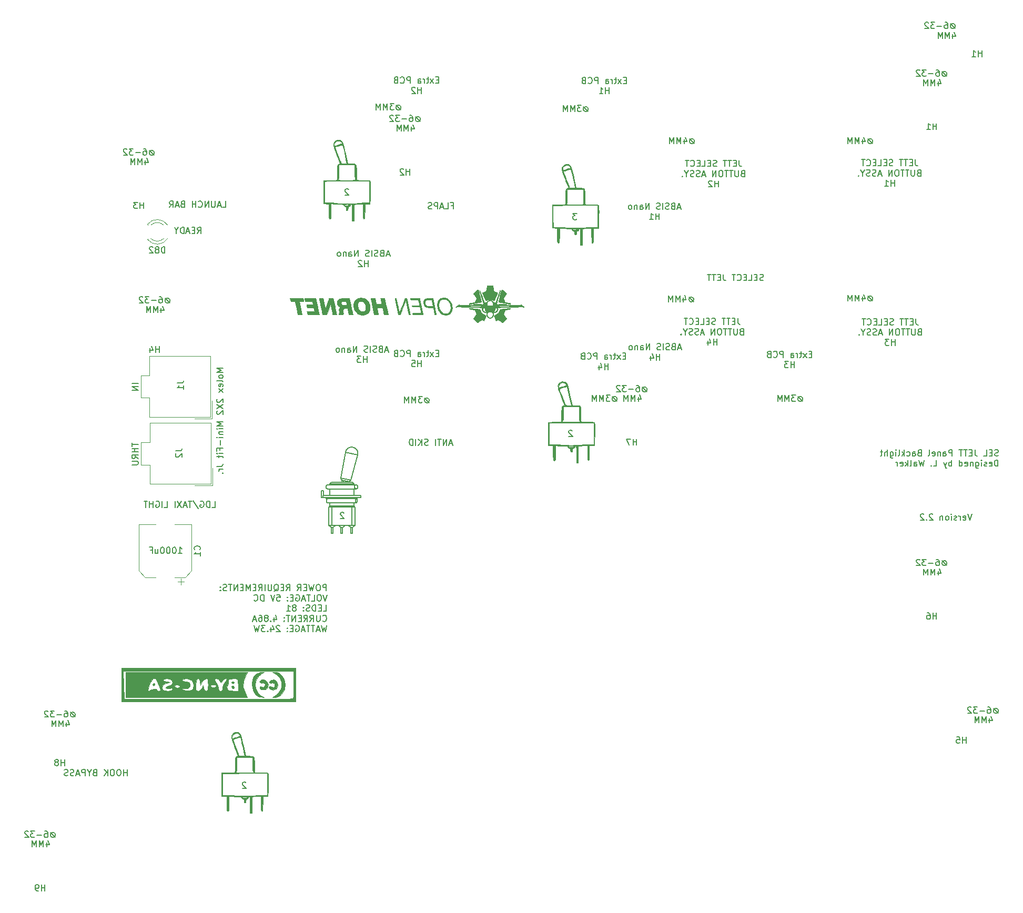
<source format=gbr>
%TF.GenerationSoftware,KiCad,Pcbnew,(5.1.12-1-10_14)*%
%TF.CreationDate,2021-11-24T13:08:03+11:00*%
%TF.ProjectId,Select JETT Panel PCB V2,53656c65-6374-4204-9a45-54542050616e,rev?*%
%TF.SameCoordinates,Original*%
%TF.FileFunction,Legend,Bot*%
%TF.FilePolarity,Positive*%
%FSLAX46Y46*%
G04 Gerber Fmt 4.6, Leading zero omitted, Abs format (unit mm)*
G04 Created by KiCad (PCBNEW (5.1.12-1-10_14)) date 2021-11-24 13:08:03*
%MOMM*%
%LPD*%
G01*
G04 APERTURE LIST*
%ADD10C,0.150000*%
%ADD11C,0.120000*%
%ADD12C,0.010000*%
%ADD13C,0.200000*%
G04 APERTURE END LIST*
D10*
X174550476Y-76701666D02*
X174074285Y-76701666D01*
X174645714Y-76987380D02*
X174312380Y-75987380D01*
X173979047Y-76987380D01*
X173312380Y-76463571D02*
X173169523Y-76511190D01*
X173121904Y-76558809D01*
X173074285Y-76654047D01*
X173074285Y-76796904D01*
X173121904Y-76892142D01*
X173169523Y-76939761D01*
X173264761Y-76987380D01*
X173645714Y-76987380D01*
X173645714Y-75987380D01*
X173312380Y-75987380D01*
X173217142Y-76035000D01*
X173169523Y-76082619D01*
X173121904Y-76177857D01*
X173121904Y-76273095D01*
X173169523Y-76368333D01*
X173217142Y-76415952D01*
X173312380Y-76463571D01*
X173645714Y-76463571D01*
X172693333Y-76939761D02*
X172550476Y-76987380D01*
X172312380Y-76987380D01*
X172217142Y-76939761D01*
X172169523Y-76892142D01*
X172121904Y-76796904D01*
X172121904Y-76701666D01*
X172169523Y-76606428D01*
X172217142Y-76558809D01*
X172312380Y-76511190D01*
X172502857Y-76463571D01*
X172598095Y-76415952D01*
X172645714Y-76368333D01*
X172693333Y-76273095D01*
X172693333Y-76177857D01*
X172645714Y-76082619D01*
X172598095Y-76035000D01*
X172502857Y-75987380D01*
X172264761Y-75987380D01*
X172121904Y-76035000D01*
X171693333Y-76987380D02*
X171693333Y-75987380D01*
X171264761Y-76939761D02*
X171121904Y-76987380D01*
X170883809Y-76987380D01*
X170788571Y-76939761D01*
X170740952Y-76892142D01*
X170693333Y-76796904D01*
X170693333Y-76701666D01*
X170740952Y-76606428D01*
X170788571Y-76558809D01*
X170883809Y-76511190D01*
X171074285Y-76463571D01*
X171169523Y-76415952D01*
X171217142Y-76368333D01*
X171264761Y-76273095D01*
X171264761Y-76177857D01*
X171217142Y-76082619D01*
X171169523Y-76035000D01*
X171074285Y-75987380D01*
X170836190Y-75987380D01*
X170693333Y-76035000D01*
X169502857Y-76987380D02*
X169502857Y-75987380D01*
X168931428Y-76987380D01*
X168931428Y-75987380D01*
X168026666Y-76987380D02*
X168026666Y-76463571D01*
X168074285Y-76368333D01*
X168169523Y-76320714D01*
X168360000Y-76320714D01*
X168455238Y-76368333D01*
X168026666Y-76939761D02*
X168121904Y-76987380D01*
X168360000Y-76987380D01*
X168455238Y-76939761D01*
X168502857Y-76844523D01*
X168502857Y-76749285D01*
X168455238Y-76654047D01*
X168360000Y-76606428D01*
X168121904Y-76606428D01*
X168026666Y-76558809D01*
X167550476Y-76320714D02*
X167550476Y-76987380D01*
X167550476Y-76415952D02*
X167502857Y-76368333D01*
X167407619Y-76320714D01*
X167264761Y-76320714D01*
X167169523Y-76368333D01*
X167121904Y-76463571D01*
X167121904Y-76987380D01*
X166502857Y-76987380D02*
X166598095Y-76939761D01*
X166645714Y-76892142D01*
X166693333Y-76796904D01*
X166693333Y-76511190D01*
X166645714Y-76415952D01*
X166598095Y-76368333D01*
X166502857Y-76320714D01*
X166360000Y-76320714D01*
X166264761Y-76368333D01*
X166217142Y-76415952D01*
X166169523Y-76511190D01*
X166169523Y-76796904D01*
X166217142Y-76892142D01*
X166264761Y-76939761D01*
X166360000Y-76987380D01*
X166502857Y-76987380D01*
X171121904Y-78637380D02*
X171121904Y-77637380D01*
X171121904Y-78113571D02*
X170550476Y-78113571D01*
X170550476Y-78637380D02*
X170550476Y-77637380D01*
X169645714Y-77970714D02*
X169645714Y-78637380D01*
X169883809Y-77589761D02*
X170121904Y-78304047D01*
X169502857Y-78304047D01*
X127400476Y-77081666D02*
X126924285Y-77081666D01*
X127495714Y-77367380D02*
X127162380Y-76367380D01*
X126829047Y-77367380D01*
X126162380Y-76843571D02*
X126019523Y-76891190D01*
X125971904Y-76938809D01*
X125924285Y-77034047D01*
X125924285Y-77176904D01*
X125971904Y-77272142D01*
X126019523Y-77319761D01*
X126114761Y-77367380D01*
X126495714Y-77367380D01*
X126495714Y-76367380D01*
X126162380Y-76367380D01*
X126067142Y-76415000D01*
X126019523Y-76462619D01*
X125971904Y-76557857D01*
X125971904Y-76653095D01*
X126019523Y-76748333D01*
X126067142Y-76795952D01*
X126162380Y-76843571D01*
X126495714Y-76843571D01*
X125543333Y-77319761D02*
X125400476Y-77367380D01*
X125162380Y-77367380D01*
X125067142Y-77319761D01*
X125019523Y-77272142D01*
X124971904Y-77176904D01*
X124971904Y-77081666D01*
X125019523Y-76986428D01*
X125067142Y-76938809D01*
X125162380Y-76891190D01*
X125352857Y-76843571D01*
X125448095Y-76795952D01*
X125495714Y-76748333D01*
X125543333Y-76653095D01*
X125543333Y-76557857D01*
X125495714Y-76462619D01*
X125448095Y-76415000D01*
X125352857Y-76367380D01*
X125114761Y-76367380D01*
X124971904Y-76415000D01*
X124543333Y-77367380D02*
X124543333Y-76367380D01*
X124114761Y-77319761D02*
X123971904Y-77367380D01*
X123733809Y-77367380D01*
X123638571Y-77319761D01*
X123590952Y-77272142D01*
X123543333Y-77176904D01*
X123543333Y-77081666D01*
X123590952Y-76986428D01*
X123638571Y-76938809D01*
X123733809Y-76891190D01*
X123924285Y-76843571D01*
X124019523Y-76795952D01*
X124067142Y-76748333D01*
X124114761Y-76653095D01*
X124114761Y-76557857D01*
X124067142Y-76462619D01*
X124019523Y-76415000D01*
X123924285Y-76367380D01*
X123686190Y-76367380D01*
X123543333Y-76415000D01*
X122352857Y-77367380D02*
X122352857Y-76367380D01*
X121781428Y-77367380D01*
X121781428Y-76367380D01*
X120876666Y-77367380D02*
X120876666Y-76843571D01*
X120924285Y-76748333D01*
X121019523Y-76700714D01*
X121210000Y-76700714D01*
X121305238Y-76748333D01*
X120876666Y-77319761D02*
X120971904Y-77367380D01*
X121210000Y-77367380D01*
X121305238Y-77319761D01*
X121352857Y-77224523D01*
X121352857Y-77129285D01*
X121305238Y-77034047D01*
X121210000Y-76986428D01*
X120971904Y-76986428D01*
X120876666Y-76938809D01*
X120400476Y-76700714D02*
X120400476Y-77367380D01*
X120400476Y-76795952D02*
X120352857Y-76748333D01*
X120257619Y-76700714D01*
X120114761Y-76700714D01*
X120019523Y-76748333D01*
X119971904Y-76843571D01*
X119971904Y-77367380D01*
X119352857Y-77367380D02*
X119448095Y-77319761D01*
X119495714Y-77272142D01*
X119543333Y-77176904D01*
X119543333Y-76891190D01*
X119495714Y-76795952D01*
X119448095Y-76748333D01*
X119352857Y-76700714D01*
X119210000Y-76700714D01*
X119114761Y-76748333D01*
X119067142Y-76795952D01*
X119019523Y-76891190D01*
X119019523Y-77176904D01*
X119067142Y-77272142D01*
X119114761Y-77319761D01*
X119210000Y-77367380D01*
X119352857Y-77367380D01*
X123971904Y-79017380D02*
X123971904Y-78017380D01*
X123971904Y-78493571D02*
X123400476Y-78493571D01*
X123400476Y-79017380D02*
X123400476Y-78017380D01*
X123019523Y-78017380D02*
X122400476Y-78017380D01*
X122733809Y-78398333D01*
X122590952Y-78398333D01*
X122495714Y-78445952D01*
X122448095Y-78493571D01*
X122400476Y-78588809D01*
X122400476Y-78826904D01*
X122448095Y-78922142D01*
X122495714Y-78969761D01*
X122590952Y-79017380D01*
X122876666Y-79017380D01*
X122971904Y-78969761D01*
X123019523Y-78922142D01*
X127600476Y-61651666D02*
X127124285Y-61651666D01*
X127695714Y-61937380D02*
X127362380Y-60937380D01*
X127029047Y-61937380D01*
X126362380Y-61413571D02*
X126219523Y-61461190D01*
X126171904Y-61508809D01*
X126124285Y-61604047D01*
X126124285Y-61746904D01*
X126171904Y-61842142D01*
X126219523Y-61889761D01*
X126314761Y-61937380D01*
X126695714Y-61937380D01*
X126695714Y-60937380D01*
X126362380Y-60937380D01*
X126267142Y-60985000D01*
X126219523Y-61032619D01*
X126171904Y-61127857D01*
X126171904Y-61223095D01*
X126219523Y-61318333D01*
X126267142Y-61365952D01*
X126362380Y-61413571D01*
X126695714Y-61413571D01*
X125743333Y-61889761D02*
X125600476Y-61937380D01*
X125362380Y-61937380D01*
X125267142Y-61889761D01*
X125219523Y-61842142D01*
X125171904Y-61746904D01*
X125171904Y-61651666D01*
X125219523Y-61556428D01*
X125267142Y-61508809D01*
X125362380Y-61461190D01*
X125552857Y-61413571D01*
X125648095Y-61365952D01*
X125695714Y-61318333D01*
X125743333Y-61223095D01*
X125743333Y-61127857D01*
X125695714Y-61032619D01*
X125648095Y-60985000D01*
X125552857Y-60937380D01*
X125314761Y-60937380D01*
X125171904Y-60985000D01*
X124743333Y-61937380D02*
X124743333Y-60937380D01*
X124314761Y-61889761D02*
X124171904Y-61937380D01*
X123933809Y-61937380D01*
X123838571Y-61889761D01*
X123790952Y-61842142D01*
X123743333Y-61746904D01*
X123743333Y-61651666D01*
X123790952Y-61556428D01*
X123838571Y-61508809D01*
X123933809Y-61461190D01*
X124124285Y-61413571D01*
X124219523Y-61365952D01*
X124267142Y-61318333D01*
X124314761Y-61223095D01*
X124314761Y-61127857D01*
X124267142Y-61032619D01*
X124219523Y-60985000D01*
X124124285Y-60937380D01*
X123886190Y-60937380D01*
X123743333Y-60985000D01*
X122552857Y-61937380D02*
X122552857Y-60937380D01*
X121981428Y-61937380D01*
X121981428Y-60937380D01*
X121076666Y-61937380D02*
X121076666Y-61413571D01*
X121124285Y-61318333D01*
X121219523Y-61270714D01*
X121410000Y-61270714D01*
X121505238Y-61318333D01*
X121076666Y-61889761D02*
X121171904Y-61937380D01*
X121410000Y-61937380D01*
X121505238Y-61889761D01*
X121552857Y-61794523D01*
X121552857Y-61699285D01*
X121505238Y-61604047D01*
X121410000Y-61556428D01*
X121171904Y-61556428D01*
X121076666Y-61508809D01*
X120600476Y-61270714D02*
X120600476Y-61937380D01*
X120600476Y-61365952D02*
X120552857Y-61318333D01*
X120457619Y-61270714D01*
X120314761Y-61270714D01*
X120219523Y-61318333D01*
X120171904Y-61413571D01*
X120171904Y-61937380D01*
X119552857Y-61937380D02*
X119648095Y-61889761D01*
X119695714Y-61842142D01*
X119743333Y-61746904D01*
X119743333Y-61461190D01*
X119695714Y-61365952D01*
X119648095Y-61318333D01*
X119552857Y-61270714D01*
X119410000Y-61270714D01*
X119314761Y-61318333D01*
X119267142Y-61365952D01*
X119219523Y-61461190D01*
X119219523Y-61746904D01*
X119267142Y-61842142D01*
X119314761Y-61889761D01*
X119410000Y-61937380D01*
X119552857Y-61937380D01*
X124171904Y-63587380D02*
X124171904Y-62587380D01*
X124171904Y-63063571D02*
X123600476Y-63063571D01*
X123600476Y-63587380D02*
X123600476Y-62587380D01*
X123171904Y-62682619D02*
X123124285Y-62635000D01*
X123029047Y-62587380D01*
X122790952Y-62587380D01*
X122695714Y-62635000D01*
X122648095Y-62682619D01*
X122600476Y-62777857D01*
X122600476Y-62873095D01*
X122648095Y-63015952D01*
X123219523Y-63587380D01*
X122600476Y-63587380D01*
X174470476Y-54081666D02*
X173994285Y-54081666D01*
X174565714Y-54367380D02*
X174232380Y-53367380D01*
X173899047Y-54367380D01*
X173232380Y-53843571D02*
X173089523Y-53891190D01*
X173041904Y-53938809D01*
X172994285Y-54034047D01*
X172994285Y-54176904D01*
X173041904Y-54272142D01*
X173089523Y-54319761D01*
X173184761Y-54367380D01*
X173565714Y-54367380D01*
X173565714Y-53367380D01*
X173232380Y-53367380D01*
X173137142Y-53415000D01*
X173089523Y-53462619D01*
X173041904Y-53557857D01*
X173041904Y-53653095D01*
X173089523Y-53748333D01*
X173137142Y-53795952D01*
X173232380Y-53843571D01*
X173565714Y-53843571D01*
X172613333Y-54319761D02*
X172470476Y-54367380D01*
X172232380Y-54367380D01*
X172137142Y-54319761D01*
X172089523Y-54272142D01*
X172041904Y-54176904D01*
X172041904Y-54081666D01*
X172089523Y-53986428D01*
X172137142Y-53938809D01*
X172232380Y-53891190D01*
X172422857Y-53843571D01*
X172518095Y-53795952D01*
X172565714Y-53748333D01*
X172613333Y-53653095D01*
X172613333Y-53557857D01*
X172565714Y-53462619D01*
X172518095Y-53415000D01*
X172422857Y-53367380D01*
X172184761Y-53367380D01*
X172041904Y-53415000D01*
X171613333Y-54367380D02*
X171613333Y-53367380D01*
X171184761Y-54319761D02*
X171041904Y-54367380D01*
X170803809Y-54367380D01*
X170708571Y-54319761D01*
X170660952Y-54272142D01*
X170613333Y-54176904D01*
X170613333Y-54081666D01*
X170660952Y-53986428D01*
X170708571Y-53938809D01*
X170803809Y-53891190D01*
X170994285Y-53843571D01*
X171089523Y-53795952D01*
X171137142Y-53748333D01*
X171184761Y-53653095D01*
X171184761Y-53557857D01*
X171137142Y-53462619D01*
X171089523Y-53415000D01*
X170994285Y-53367380D01*
X170756190Y-53367380D01*
X170613333Y-53415000D01*
X169422857Y-54367380D02*
X169422857Y-53367380D01*
X168851428Y-54367380D01*
X168851428Y-53367380D01*
X167946666Y-54367380D02*
X167946666Y-53843571D01*
X167994285Y-53748333D01*
X168089523Y-53700714D01*
X168280000Y-53700714D01*
X168375238Y-53748333D01*
X167946666Y-54319761D02*
X168041904Y-54367380D01*
X168280000Y-54367380D01*
X168375238Y-54319761D01*
X168422857Y-54224523D01*
X168422857Y-54129285D01*
X168375238Y-54034047D01*
X168280000Y-53986428D01*
X168041904Y-53986428D01*
X167946666Y-53938809D01*
X167470476Y-53700714D02*
X167470476Y-54367380D01*
X167470476Y-53795952D02*
X167422857Y-53748333D01*
X167327619Y-53700714D01*
X167184761Y-53700714D01*
X167089523Y-53748333D01*
X167041904Y-53843571D01*
X167041904Y-54367380D01*
X166422857Y-54367380D02*
X166518095Y-54319761D01*
X166565714Y-54272142D01*
X166613333Y-54176904D01*
X166613333Y-53891190D01*
X166565714Y-53795952D01*
X166518095Y-53748333D01*
X166422857Y-53700714D01*
X166280000Y-53700714D01*
X166184761Y-53748333D01*
X166137142Y-53795952D01*
X166089523Y-53891190D01*
X166089523Y-54176904D01*
X166137142Y-54272142D01*
X166184761Y-54319761D01*
X166280000Y-54367380D01*
X166422857Y-54367380D01*
X171041904Y-56017380D02*
X171041904Y-55017380D01*
X171041904Y-55493571D02*
X170470476Y-55493571D01*
X170470476Y-56017380D02*
X170470476Y-55017380D01*
X169470476Y-56017380D02*
X170041904Y-56017380D01*
X169756190Y-56017380D02*
X169756190Y-55017380D01*
X169851428Y-55160238D01*
X169946666Y-55255476D01*
X170041904Y-55303095D01*
X157035714Y-90047619D02*
X156988095Y-90000000D01*
X156892857Y-89952380D01*
X156654761Y-89952380D01*
X156559523Y-90000000D01*
X156511904Y-90047619D01*
X156464285Y-90142857D01*
X156464285Y-90238095D01*
X156511904Y-90380952D01*
X157083333Y-90952380D01*
X156464285Y-90952380D01*
X96700000Y-58252380D02*
X97033333Y-57776190D01*
X97271428Y-58252380D02*
X97271428Y-57252380D01*
X96890476Y-57252380D01*
X96795238Y-57300000D01*
X96747619Y-57347619D01*
X96700000Y-57442857D01*
X96700000Y-57585714D01*
X96747619Y-57680952D01*
X96795238Y-57728571D01*
X96890476Y-57776190D01*
X97271428Y-57776190D01*
X96271428Y-57728571D02*
X95938095Y-57728571D01*
X95795238Y-58252380D02*
X96271428Y-58252380D01*
X96271428Y-57252380D01*
X95795238Y-57252380D01*
X95414285Y-57966666D02*
X94938095Y-57966666D01*
X95509523Y-58252380D02*
X95176190Y-57252380D01*
X94842857Y-58252380D01*
X94509523Y-58252380D02*
X94509523Y-57252380D01*
X94271428Y-57252380D01*
X94128571Y-57300000D01*
X94033333Y-57395238D01*
X93985714Y-57490476D01*
X93938095Y-57680952D01*
X93938095Y-57823809D01*
X93985714Y-58014285D01*
X94033333Y-58109523D01*
X94128571Y-58204761D01*
X94271428Y-58252380D01*
X94509523Y-58252380D01*
X93319047Y-57776190D02*
X93319047Y-58252380D01*
X93652380Y-57252380D02*
X93319047Y-57776190D01*
X92985714Y-57252380D01*
X104485714Y-146697619D02*
X104438095Y-146650000D01*
X104342857Y-146602380D01*
X104104761Y-146602380D01*
X104009523Y-146650000D01*
X103961904Y-146697619D01*
X103914285Y-146792857D01*
X103914285Y-146888095D01*
X103961904Y-147030952D01*
X104533333Y-147602380D01*
X103914285Y-147602380D01*
X157762533Y-55027580D02*
X157143485Y-55027580D01*
X157476819Y-55408533D01*
X157333961Y-55408533D01*
X157238723Y-55456152D01*
X157191104Y-55503771D01*
X157143485Y-55599009D01*
X157143485Y-55837104D01*
X157191104Y-55932342D01*
X157238723Y-55979961D01*
X157333961Y-56027580D01*
X157619676Y-56027580D01*
X157714914Y-55979961D01*
X157762533Y-55932342D01*
X225612023Y-94029761D02*
X225469166Y-94077380D01*
X225231071Y-94077380D01*
X225135833Y-94029761D01*
X225088214Y-93982142D01*
X225040595Y-93886904D01*
X225040595Y-93791666D01*
X225088214Y-93696428D01*
X225135833Y-93648809D01*
X225231071Y-93601190D01*
X225421547Y-93553571D01*
X225516785Y-93505952D01*
X225564404Y-93458333D01*
X225612023Y-93363095D01*
X225612023Y-93267857D01*
X225564404Y-93172619D01*
X225516785Y-93125000D01*
X225421547Y-93077380D01*
X225183452Y-93077380D01*
X225040595Y-93125000D01*
X224612023Y-93553571D02*
X224278690Y-93553571D01*
X224135833Y-94077380D02*
X224612023Y-94077380D01*
X224612023Y-93077380D01*
X224135833Y-93077380D01*
X223231071Y-94077380D02*
X223707261Y-94077380D01*
X223707261Y-93077380D01*
X221850119Y-93077380D02*
X221850119Y-93791666D01*
X221897738Y-93934523D01*
X221992976Y-94029761D01*
X222135833Y-94077380D01*
X222231071Y-94077380D01*
X221373928Y-93553571D02*
X221040595Y-93553571D01*
X220897738Y-94077380D02*
X221373928Y-94077380D01*
X221373928Y-93077380D01*
X220897738Y-93077380D01*
X220612023Y-93077380D02*
X220040595Y-93077380D01*
X220326309Y-94077380D02*
X220326309Y-93077380D01*
X219850119Y-93077380D02*
X219278690Y-93077380D01*
X219564404Y-94077380D02*
X219564404Y-93077380D01*
X218183452Y-94077380D02*
X218183452Y-93077380D01*
X217802500Y-93077380D01*
X217707261Y-93125000D01*
X217659642Y-93172619D01*
X217612023Y-93267857D01*
X217612023Y-93410714D01*
X217659642Y-93505952D01*
X217707261Y-93553571D01*
X217802500Y-93601190D01*
X218183452Y-93601190D01*
X216754880Y-94077380D02*
X216754880Y-93553571D01*
X216802500Y-93458333D01*
X216897738Y-93410714D01*
X217088214Y-93410714D01*
X217183452Y-93458333D01*
X216754880Y-94029761D02*
X216850119Y-94077380D01*
X217088214Y-94077380D01*
X217183452Y-94029761D01*
X217231071Y-93934523D01*
X217231071Y-93839285D01*
X217183452Y-93744047D01*
X217088214Y-93696428D01*
X216850119Y-93696428D01*
X216754880Y-93648809D01*
X216278690Y-93410714D02*
X216278690Y-94077380D01*
X216278690Y-93505952D02*
X216231071Y-93458333D01*
X216135833Y-93410714D01*
X215992976Y-93410714D01*
X215897738Y-93458333D01*
X215850119Y-93553571D01*
X215850119Y-94077380D01*
X214992976Y-94029761D02*
X215088214Y-94077380D01*
X215278690Y-94077380D01*
X215373928Y-94029761D01*
X215421547Y-93934523D01*
X215421547Y-93553571D01*
X215373928Y-93458333D01*
X215278690Y-93410714D01*
X215088214Y-93410714D01*
X214992976Y-93458333D01*
X214945357Y-93553571D01*
X214945357Y-93648809D01*
X215421547Y-93744047D01*
X214373928Y-94077380D02*
X214469166Y-94029761D01*
X214516785Y-93934523D01*
X214516785Y-93077380D01*
X212897738Y-93553571D02*
X212754880Y-93601190D01*
X212707261Y-93648809D01*
X212659642Y-93744047D01*
X212659642Y-93886904D01*
X212707261Y-93982142D01*
X212754880Y-94029761D01*
X212850119Y-94077380D01*
X213231071Y-94077380D01*
X213231071Y-93077380D01*
X212897738Y-93077380D01*
X212802500Y-93125000D01*
X212754880Y-93172619D01*
X212707261Y-93267857D01*
X212707261Y-93363095D01*
X212754880Y-93458333D01*
X212802500Y-93505952D01*
X212897738Y-93553571D01*
X213231071Y-93553571D01*
X211802500Y-94077380D02*
X211802500Y-93553571D01*
X211850119Y-93458333D01*
X211945357Y-93410714D01*
X212135833Y-93410714D01*
X212231071Y-93458333D01*
X211802500Y-94029761D02*
X211897738Y-94077380D01*
X212135833Y-94077380D01*
X212231071Y-94029761D01*
X212278690Y-93934523D01*
X212278690Y-93839285D01*
X212231071Y-93744047D01*
X212135833Y-93696428D01*
X211897738Y-93696428D01*
X211802500Y-93648809D01*
X210897738Y-94029761D02*
X210992976Y-94077380D01*
X211183452Y-94077380D01*
X211278690Y-94029761D01*
X211326309Y-93982142D01*
X211373928Y-93886904D01*
X211373928Y-93601190D01*
X211326309Y-93505952D01*
X211278690Y-93458333D01*
X211183452Y-93410714D01*
X210992976Y-93410714D01*
X210897738Y-93458333D01*
X210469166Y-94077380D02*
X210469166Y-93077380D01*
X210373928Y-93696428D02*
X210088214Y-94077380D01*
X210088214Y-93410714D02*
X210469166Y-93791666D01*
X209516785Y-94077380D02*
X209612023Y-94029761D01*
X209659642Y-93934523D01*
X209659642Y-93077380D01*
X209135833Y-94077380D02*
X209135833Y-93410714D01*
X209135833Y-93077380D02*
X209183452Y-93125000D01*
X209135833Y-93172619D01*
X209088214Y-93125000D01*
X209135833Y-93077380D01*
X209135833Y-93172619D01*
X208231071Y-93410714D02*
X208231071Y-94220238D01*
X208278690Y-94315476D01*
X208326309Y-94363095D01*
X208421547Y-94410714D01*
X208564404Y-94410714D01*
X208659642Y-94363095D01*
X208231071Y-94029761D02*
X208326309Y-94077380D01*
X208516785Y-94077380D01*
X208612023Y-94029761D01*
X208659642Y-93982142D01*
X208707261Y-93886904D01*
X208707261Y-93601190D01*
X208659642Y-93505952D01*
X208612023Y-93458333D01*
X208516785Y-93410714D01*
X208326309Y-93410714D01*
X208231071Y-93458333D01*
X207754880Y-94077380D02*
X207754880Y-93077380D01*
X207326309Y-94077380D02*
X207326309Y-93553571D01*
X207373928Y-93458333D01*
X207469166Y-93410714D01*
X207612023Y-93410714D01*
X207707261Y-93458333D01*
X207754880Y-93505952D01*
X206992976Y-93410714D02*
X206612023Y-93410714D01*
X206850119Y-93077380D02*
X206850119Y-93934523D01*
X206802500Y-94029761D01*
X206707261Y-94077380D01*
X206612023Y-94077380D01*
X225564404Y-95727380D02*
X225564404Y-94727380D01*
X225326309Y-94727380D01*
X225183452Y-94775000D01*
X225088214Y-94870238D01*
X225040595Y-94965476D01*
X224992976Y-95155952D01*
X224992976Y-95298809D01*
X225040595Y-95489285D01*
X225088214Y-95584523D01*
X225183452Y-95679761D01*
X225326309Y-95727380D01*
X225564404Y-95727380D01*
X224183452Y-95679761D02*
X224278690Y-95727380D01*
X224469166Y-95727380D01*
X224564404Y-95679761D01*
X224612023Y-95584523D01*
X224612023Y-95203571D01*
X224564404Y-95108333D01*
X224469166Y-95060714D01*
X224278690Y-95060714D01*
X224183452Y-95108333D01*
X224135833Y-95203571D01*
X224135833Y-95298809D01*
X224612023Y-95394047D01*
X223754880Y-95679761D02*
X223659642Y-95727380D01*
X223469166Y-95727380D01*
X223373928Y-95679761D01*
X223326309Y-95584523D01*
X223326309Y-95536904D01*
X223373928Y-95441666D01*
X223469166Y-95394047D01*
X223612023Y-95394047D01*
X223707261Y-95346428D01*
X223754880Y-95251190D01*
X223754880Y-95203571D01*
X223707261Y-95108333D01*
X223612023Y-95060714D01*
X223469166Y-95060714D01*
X223373928Y-95108333D01*
X222897738Y-95727380D02*
X222897738Y-95060714D01*
X222897738Y-94727380D02*
X222945357Y-94775000D01*
X222897738Y-94822619D01*
X222850119Y-94775000D01*
X222897738Y-94727380D01*
X222897738Y-94822619D01*
X221992976Y-95060714D02*
X221992976Y-95870238D01*
X222040595Y-95965476D01*
X222088214Y-96013095D01*
X222183452Y-96060714D01*
X222326309Y-96060714D01*
X222421547Y-96013095D01*
X221992976Y-95679761D02*
X222088214Y-95727380D01*
X222278690Y-95727380D01*
X222373928Y-95679761D01*
X222421547Y-95632142D01*
X222469166Y-95536904D01*
X222469166Y-95251190D01*
X222421547Y-95155952D01*
X222373928Y-95108333D01*
X222278690Y-95060714D01*
X222088214Y-95060714D01*
X221992976Y-95108333D01*
X221516785Y-95060714D02*
X221516785Y-95727380D01*
X221516785Y-95155952D02*
X221469166Y-95108333D01*
X221373928Y-95060714D01*
X221231071Y-95060714D01*
X221135833Y-95108333D01*
X221088214Y-95203571D01*
X221088214Y-95727380D01*
X220231071Y-95679761D02*
X220326309Y-95727380D01*
X220516785Y-95727380D01*
X220612023Y-95679761D01*
X220659642Y-95584523D01*
X220659642Y-95203571D01*
X220612023Y-95108333D01*
X220516785Y-95060714D01*
X220326309Y-95060714D01*
X220231071Y-95108333D01*
X220183452Y-95203571D01*
X220183452Y-95298809D01*
X220659642Y-95394047D01*
X219326309Y-95727380D02*
X219326309Y-94727380D01*
X219326309Y-95679761D02*
X219421547Y-95727380D01*
X219612023Y-95727380D01*
X219707261Y-95679761D01*
X219754880Y-95632142D01*
X219802500Y-95536904D01*
X219802500Y-95251190D01*
X219754880Y-95155952D01*
X219707261Y-95108333D01*
X219612023Y-95060714D01*
X219421547Y-95060714D01*
X219326309Y-95108333D01*
X218088214Y-95727380D02*
X218088214Y-94727380D01*
X218088214Y-95108333D02*
X217992976Y-95060714D01*
X217802500Y-95060714D01*
X217707261Y-95108333D01*
X217659642Y-95155952D01*
X217612023Y-95251190D01*
X217612023Y-95536904D01*
X217659642Y-95632142D01*
X217707261Y-95679761D01*
X217802500Y-95727380D01*
X217992976Y-95727380D01*
X218088214Y-95679761D01*
X217278690Y-95060714D02*
X217040595Y-95727380D01*
X216802500Y-95060714D02*
X217040595Y-95727380D01*
X217135833Y-95965476D01*
X217183452Y-96013095D01*
X217278690Y-96060714D01*
X215183452Y-95727380D02*
X215659642Y-95727380D01*
X215659642Y-94727380D01*
X214850119Y-95632142D02*
X214802500Y-95679761D01*
X214850119Y-95727380D01*
X214897738Y-95679761D01*
X214850119Y-95632142D01*
X214850119Y-95727380D01*
X213707261Y-94727380D02*
X213469166Y-95727380D01*
X213278690Y-95013095D01*
X213088214Y-95727380D01*
X212850119Y-94727380D01*
X212040595Y-95727380D02*
X212040595Y-95203571D01*
X212088214Y-95108333D01*
X212183452Y-95060714D01*
X212373928Y-95060714D01*
X212469166Y-95108333D01*
X212040595Y-95679761D02*
X212135833Y-95727380D01*
X212373928Y-95727380D01*
X212469166Y-95679761D01*
X212516785Y-95584523D01*
X212516785Y-95489285D01*
X212469166Y-95394047D01*
X212373928Y-95346428D01*
X212135833Y-95346428D01*
X212040595Y-95298809D01*
X211421547Y-95727380D02*
X211516785Y-95679761D01*
X211564404Y-95584523D01*
X211564404Y-94727380D01*
X211040595Y-95727380D02*
X211040595Y-94727380D01*
X210945357Y-95346428D02*
X210659642Y-95727380D01*
X210659642Y-95060714D02*
X211040595Y-95441666D01*
X209850119Y-95679761D02*
X209945357Y-95727380D01*
X210135833Y-95727380D01*
X210231071Y-95679761D01*
X210278690Y-95584523D01*
X210278690Y-95203571D01*
X210231071Y-95108333D01*
X210135833Y-95060714D01*
X209945357Y-95060714D01*
X209850119Y-95108333D01*
X209802500Y-95203571D01*
X209802500Y-95298809D01*
X210278690Y-95394047D01*
X209373928Y-95727380D02*
X209373928Y-95060714D01*
X209373928Y-95251190D02*
X209326309Y-95155952D01*
X209278690Y-95108333D01*
X209183452Y-95060714D01*
X209088214Y-95060714D01*
X121005714Y-51197619D02*
X120958095Y-51150000D01*
X120862857Y-51102380D01*
X120624761Y-51102380D01*
X120529523Y-51150000D01*
X120481904Y-51197619D01*
X120434285Y-51292857D01*
X120434285Y-51388095D01*
X120481904Y-51530952D01*
X121053333Y-52102380D01*
X120434285Y-52102380D01*
X117434404Y-115762380D02*
X117434404Y-114762380D01*
X117053452Y-114762380D01*
X116958214Y-114810000D01*
X116910595Y-114857619D01*
X116862976Y-114952857D01*
X116862976Y-115095714D01*
X116910595Y-115190952D01*
X116958214Y-115238571D01*
X117053452Y-115286190D01*
X117434404Y-115286190D01*
X116243928Y-114762380D02*
X116053452Y-114762380D01*
X115958214Y-114810000D01*
X115862976Y-114905238D01*
X115815357Y-115095714D01*
X115815357Y-115429047D01*
X115862976Y-115619523D01*
X115958214Y-115714761D01*
X116053452Y-115762380D01*
X116243928Y-115762380D01*
X116339166Y-115714761D01*
X116434404Y-115619523D01*
X116482023Y-115429047D01*
X116482023Y-115095714D01*
X116434404Y-114905238D01*
X116339166Y-114810000D01*
X116243928Y-114762380D01*
X115482023Y-114762380D02*
X115243928Y-115762380D01*
X115053452Y-115048095D01*
X114862976Y-115762380D01*
X114624880Y-114762380D01*
X114243928Y-115238571D02*
X113910595Y-115238571D01*
X113767738Y-115762380D02*
X114243928Y-115762380D01*
X114243928Y-114762380D01*
X113767738Y-114762380D01*
X112767738Y-115762380D02*
X113101071Y-115286190D01*
X113339166Y-115762380D02*
X113339166Y-114762380D01*
X112958214Y-114762380D01*
X112862976Y-114810000D01*
X112815357Y-114857619D01*
X112767738Y-114952857D01*
X112767738Y-115095714D01*
X112815357Y-115190952D01*
X112862976Y-115238571D01*
X112958214Y-115286190D01*
X113339166Y-115286190D01*
X111005833Y-115762380D02*
X111339166Y-115286190D01*
X111577261Y-115762380D02*
X111577261Y-114762380D01*
X111196309Y-114762380D01*
X111101071Y-114810000D01*
X111053452Y-114857619D01*
X111005833Y-114952857D01*
X111005833Y-115095714D01*
X111053452Y-115190952D01*
X111101071Y-115238571D01*
X111196309Y-115286190D01*
X111577261Y-115286190D01*
X110577261Y-115238571D02*
X110243928Y-115238571D01*
X110101071Y-115762380D02*
X110577261Y-115762380D01*
X110577261Y-114762380D01*
X110101071Y-114762380D01*
X109005833Y-115857619D02*
X109101071Y-115810000D01*
X109196309Y-115714761D01*
X109339166Y-115571904D01*
X109434404Y-115524285D01*
X109529642Y-115524285D01*
X109482023Y-115762380D02*
X109577261Y-115714761D01*
X109672500Y-115619523D01*
X109720119Y-115429047D01*
X109720119Y-115095714D01*
X109672500Y-114905238D01*
X109577261Y-114810000D01*
X109482023Y-114762380D01*
X109291547Y-114762380D01*
X109196309Y-114810000D01*
X109101071Y-114905238D01*
X109053452Y-115095714D01*
X109053452Y-115429047D01*
X109101071Y-115619523D01*
X109196309Y-115714761D01*
X109291547Y-115762380D01*
X109482023Y-115762380D01*
X108624880Y-114762380D02*
X108624880Y-115571904D01*
X108577261Y-115667142D01*
X108529642Y-115714761D01*
X108434404Y-115762380D01*
X108243928Y-115762380D01*
X108148690Y-115714761D01*
X108101071Y-115667142D01*
X108053452Y-115571904D01*
X108053452Y-114762380D01*
X107577261Y-115762380D02*
X107577261Y-114762380D01*
X106529642Y-115762380D02*
X106862976Y-115286190D01*
X107101071Y-115762380D02*
X107101071Y-114762380D01*
X106720119Y-114762380D01*
X106624880Y-114810000D01*
X106577261Y-114857619D01*
X106529642Y-114952857D01*
X106529642Y-115095714D01*
X106577261Y-115190952D01*
X106624880Y-115238571D01*
X106720119Y-115286190D01*
X107101071Y-115286190D01*
X106101071Y-115238571D02*
X105767738Y-115238571D01*
X105624880Y-115762380D02*
X106101071Y-115762380D01*
X106101071Y-114762380D01*
X105624880Y-114762380D01*
X105196309Y-115762380D02*
X105196309Y-114762380D01*
X104862976Y-115476666D01*
X104529642Y-114762380D01*
X104529642Y-115762380D01*
X104053452Y-115238571D02*
X103720119Y-115238571D01*
X103577261Y-115762380D02*
X104053452Y-115762380D01*
X104053452Y-114762380D01*
X103577261Y-114762380D01*
X103148690Y-115762380D02*
X103148690Y-114762380D01*
X102577261Y-115762380D01*
X102577261Y-114762380D01*
X102243928Y-114762380D02*
X101672500Y-114762380D01*
X101958214Y-115762380D02*
X101958214Y-114762380D01*
X101386785Y-115714761D02*
X101243928Y-115762380D01*
X101005833Y-115762380D01*
X100910595Y-115714761D01*
X100862976Y-115667142D01*
X100815357Y-115571904D01*
X100815357Y-115476666D01*
X100862976Y-115381428D01*
X100910595Y-115333809D01*
X101005833Y-115286190D01*
X101196309Y-115238571D01*
X101291547Y-115190952D01*
X101339166Y-115143333D01*
X101386785Y-115048095D01*
X101386785Y-114952857D01*
X101339166Y-114857619D01*
X101291547Y-114810000D01*
X101196309Y-114762380D01*
X100958214Y-114762380D01*
X100815357Y-114810000D01*
X100386785Y-115667142D02*
X100339166Y-115714761D01*
X100386785Y-115762380D01*
X100434404Y-115714761D01*
X100386785Y-115667142D01*
X100386785Y-115762380D01*
X100386785Y-115143333D02*
X100339166Y-115190952D01*
X100386785Y-115238571D01*
X100434404Y-115190952D01*
X100386785Y-115143333D01*
X100386785Y-115238571D01*
X117577261Y-116412380D02*
X117243928Y-117412380D01*
X116910595Y-116412380D01*
X116386785Y-116412380D02*
X116196309Y-116412380D01*
X116101071Y-116460000D01*
X116005833Y-116555238D01*
X115958214Y-116745714D01*
X115958214Y-117079047D01*
X116005833Y-117269523D01*
X116101071Y-117364761D01*
X116196309Y-117412380D01*
X116386785Y-117412380D01*
X116482023Y-117364761D01*
X116577261Y-117269523D01*
X116624880Y-117079047D01*
X116624880Y-116745714D01*
X116577261Y-116555238D01*
X116482023Y-116460000D01*
X116386785Y-116412380D01*
X115053452Y-117412380D02*
X115529642Y-117412380D01*
X115529642Y-116412380D01*
X114862976Y-116412380D02*
X114291547Y-116412380D01*
X114577261Y-117412380D02*
X114577261Y-116412380D01*
X114005833Y-117126666D02*
X113529642Y-117126666D01*
X114101071Y-117412380D02*
X113767738Y-116412380D01*
X113434404Y-117412380D01*
X112577261Y-116460000D02*
X112672500Y-116412380D01*
X112815357Y-116412380D01*
X112958214Y-116460000D01*
X113053452Y-116555238D01*
X113101071Y-116650476D01*
X113148690Y-116840952D01*
X113148690Y-116983809D01*
X113101071Y-117174285D01*
X113053452Y-117269523D01*
X112958214Y-117364761D01*
X112815357Y-117412380D01*
X112720119Y-117412380D01*
X112577261Y-117364761D01*
X112529642Y-117317142D01*
X112529642Y-116983809D01*
X112720119Y-116983809D01*
X112101071Y-116888571D02*
X111767738Y-116888571D01*
X111624880Y-117412380D02*
X112101071Y-117412380D01*
X112101071Y-116412380D01*
X111624880Y-116412380D01*
X111196309Y-117317142D02*
X111148690Y-117364761D01*
X111196309Y-117412380D01*
X111243928Y-117364761D01*
X111196309Y-117317142D01*
X111196309Y-117412380D01*
X111196309Y-116793333D02*
X111148690Y-116840952D01*
X111196309Y-116888571D01*
X111243928Y-116840952D01*
X111196309Y-116793333D01*
X111196309Y-116888571D01*
X109482023Y-116412380D02*
X109958214Y-116412380D01*
X110005833Y-116888571D01*
X109958214Y-116840952D01*
X109862976Y-116793333D01*
X109624880Y-116793333D01*
X109529642Y-116840952D01*
X109482023Y-116888571D01*
X109434404Y-116983809D01*
X109434404Y-117221904D01*
X109482023Y-117317142D01*
X109529642Y-117364761D01*
X109624880Y-117412380D01*
X109862976Y-117412380D01*
X109958214Y-117364761D01*
X110005833Y-117317142D01*
X109148690Y-116412380D02*
X108815357Y-117412380D01*
X108482023Y-116412380D01*
X107386785Y-117412380D02*
X107386785Y-116412380D01*
X107148690Y-116412380D01*
X107005833Y-116460000D01*
X106910595Y-116555238D01*
X106862976Y-116650476D01*
X106815357Y-116840952D01*
X106815357Y-116983809D01*
X106862976Y-117174285D01*
X106910595Y-117269523D01*
X107005833Y-117364761D01*
X107148690Y-117412380D01*
X107386785Y-117412380D01*
X105815357Y-117317142D02*
X105862976Y-117364761D01*
X106005833Y-117412380D01*
X106101071Y-117412380D01*
X106243928Y-117364761D01*
X106339166Y-117269523D01*
X106386785Y-117174285D01*
X106434404Y-116983809D01*
X106434404Y-116840952D01*
X106386785Y-116650476D01*
X106339166Y-116555238D01*
X106243928Y-116460000D01*
X106101071Y-116412380D01*
X106005833Y-116412380D01*
X105862976Y-116460000D01*
X105815357Y-116507619D01*
X116958214Y-119062380D02*
X117434404Y-119062380D01*
X117434404Y-118062380D01*
X116624880Y-118538571D02*
X116291547Y-118538571D01*
X116148690Y-119062380D02*
X116624880Y-119062380D01*
X116624880Y-118062380D01*
X116148690Y-118062380D01*
X115720119Y-119062380D02*
X115720119Y-118062380D01*
X115482023Y-118062380D01*
X115339166Y-118110000D01*
X115243928Y-118205238D01*
X115196309Y-118300476D01*
X115148690Y-118490952D01*
X115148690Y-118633809D01*
X115196309Y-118824285D01*
X115243928Y-118919523D01*
X115339166Y-119014761D01*
X115482023Y-119062380D01*
X115720119Y-119062380D01*
X114767738Y-119014761D02*
X114624880Y-119062380D01*
X114386785Y-119062380D01*
X114291547Y-119014761D01*
X114243928Y-118967142D01*
X114196309Y-118871904D01*
X114196309Y-118776666D01*
X114243928Y-118681428D01*
X114291547Y-118633809D01*
X114386785Y-118586190D01*
X114577261Y-118538571D01*
X114672500Y-118490952D01*
X114720119Y-118443333D01*
X114767738Y-118348095D01*
X114767738Y-118252857D01*
X114720119Y-118157619D01*
X114672500Y-118110000D01*
X114577261Y-118062380D01*
X114339166Y-118062380D01*
X114196309Y-118110000D01*
X113767738Y-118967142D02*
X113720119Y-119014761D01*
X113767738Y-119062380D01*
X113815357Y-119014761D01*
X113767738Y-118967142D01*
X113767738Y-119062380D01*
X113767738Y-118443333D02*
X113720119Y-118490952D01*
X113767738Y-118538571D01*
X113815357Y-118490952D01*
X113767738Y-118443333D01*
X113767738Y-118538571D01*
X112386785Y-118490952D02*
X112482023Y-118443333D01*
X112529642Y-118395714D01*
X112577261Y-118300476D01*
X112577261Y-118252857D01*
X112529642Y-118157619D01*
X112482023Y-118110000D01*
X112386785Y-118062380D01*
X112196309Y-118062380D01*
X112101071Y-118110000D01*
X112053452Y-118157619D01*
X112005833Y-118252857D01*
X112005833Y-118300476D01*
X112053452Y-118395714D01*
X112101071Y-118443333D01*
X112196309Y-118490952D01*
X112386785Y-118490952D01*
X112482023Y-118538571D01*
X112529642Y-118586190D01*
X112577261Y-118681428D01*
X112577261Y-118871904D01*
X112529642Y-118967142D01*
X112482023Y-119014761D01*
X112386785Y-119062380D01*
X112196309Y-119062380D01*
X112101071Y-119014761D01*
X112053452Y-118967142D01*
X112005833Y-118871904D01*
X112005833Y-118681428D01*
X112053452Y-118586190D01*
X112101071Y-118538571D01*
X112196309Y-118490952D01*
X111053452Y-119062380D02*
X111624880Y-119062380D01*
X111339166Y-119062380D02*
X111339166Y-118062380D01*
X111434404Y-118205238D01*
X111529642Y-118300476D01*
X111624880Y-118348095D01*
X116862976Y-120617142D02*
X116910595Y-120664761D01*
X117053452Y-120712380D01*
X117148690Y-120712380D01*
X117291547Y-120664761D01*
X117386785Y-120569523D01*
X117434404Y-120474285D01*
X117482023Y-120283809D01*
X117482023Y-120140952D01*
X117434404Y-119950476D01*
X117386785Y-119855238D01*
X117291547Y-119760000D01*
X117148690Y-119712380D01*
X117053452Y-119712380D01*
X116910595Y-119760000D01*
X116862976Y-119807619D01*
X116434404Y-119712380D02*
X116434404Y-120521904D01*
X116386785Y-120617142D01*
X116339166Y-120664761D01*
X116243928Y-120712380D01*
X116053452Y-120712380D01*
X115958214Y-120664761D01*
X115910595Y-120617142D01*
X115862976Y-120521904D01*
X115862976Y-119712380D01*
X114815357Y-120712380D02*
X115148690Y-120236190D01*
X115386785Y-120712380D02*
X115386785Y-119712380D01*
X115005833Y-119712380D01*
X114910595Y-119760000D01*
X114862976Y-119807619D01*
X114815357Y-119902857D01*
X114815357Y-120045714D01*
X114862976Y-120140952D01*
X114910595Y-120188571D01*
X115005833Y-120236190D01*
X115386785Y-120236190D01*
X113815357Y-120712380D02*
X114148690Y-120236190D01*
X114386785Y-120712380D02*
X114386785Y-119712380D01*
X114005833Y-119712380D01*
X113910595Y-119760000D01*
X113862976Y-119807619D01*
X113815357Y-119902857D01*
X113815357Y-120045714D01*
X113862976Y-120140952D01*
X113910595Y-120188571D01*
X114005833Y-120236190D01*
X114386785Y-120236190D01*
X113386785Y-120188571D02*
X113053452Y-120188571D01*
X112910595Y-120712380D02*
X113386785Y-120712380D01*
X113386785Y-119712380D01*
X112910595Y-119712380D01*
X112482023Y-120712380D02*
X112482023Y-119712380D01*
X111910595Y-120712380D01*
X111910595Y-119712380D01*
X111577261Y-119712380D02*
X111005833Y-119712380D01*
X111291547Y-120712380D02*
X111291547Y-119712380D01*
X110672500Y-120617142D02*
X110624880Y-120664761D01*
X110672500Y-120712380D01*
X110720119Y-120664761D01*
X110672500Y-120617142D01*
X110672500Y-120712380D01*
X110672500Y-120093333D02*
X110624880Y-120140952D01*
X110672500Y-120188571D01*
X110720119Y-120140952D01*
X110672500Y-120093333D01*
X110672500Y-120188571D01*
X109005833Y-120045714D02*
X109005833Y-120712380D01*
X109243928Y-119664761D02*
X109482023Y-120379047D01*
X108862976Y-120379047D01*
X108482023Y-120617142D02*
X108434404Y-120664761D01*
X108482023Y-120712380D01*
X108529642Y-120664761D01*
X108482023Y-120617142D01*
X108482023Y-120712380D01*
X107862976Y-120140952D02*
X107958214Y-120093333D01*
X108005833Y-120045714D01*
X108053452Y-119950476D01*
X108053452Y-119902857D01*
X108005833Y-119807619D01*
X107958214Y-119760000D01*
X107862976Y-119712380D01*
X107672500Y-119712380D01*
X107577261Y-119760000D01*
X107529642Y-119807619D01*
X107482023Y-119902857D01*
X107482023Y-119950476D01*
X107529642Y-120045714D01*
X107577261Y-120093333D01*
X107672500Y-120140952D01*
X107862976Y-120140952D01*
X107958214Y-120188571D01*
X108005833Y-120236190D01*
X108053452Y-120331428D01*
X108053452Y-120521904D01*
X108005833Y-120617142D01*
X107958214Y-120664761D01*
X107862976Y-120712380D01*
X107672500Y-120712380D01*
X107577261Y-120664761D01*
X107529642Y-120617142D01*
X107482023Y-120521904D01*
X107482023Y-120331428D01*
X107529642Y-120236190D01*
X107577261Y-120188571D01*
X107672500Y-120140952D01*
X106624880Y-119712380D02*
X106815357Y-119712380D01*
X106910595Y-119760000D01*
X106958214Y-119807619D01*
X107053452Y-119950476D01*
X107101071Y-120140952D01*
X107101071Y-120521904D01*
X107053452Y-120617142D01*
X107005833Y-120664761D01*
X106910595Y-120712380D01*
X106720119Y-120712380D01*
X106624880Y-120664761D01*
X106577261Y-120617142D01*
X106529642Y-120521904D01*
X106529642Y-120283809D01*
X106577261Y-120188571D01*
X106624880Y-120140952D01*
X106720119Y-120093333D01*
X106910595Y-120093333D01*
X107005833Y-120140952D01*
X107053452Y-120188571D01*
X107101071Y-120283809D01*
X106148690Y-120426666D02*
X105672500Y-120426666D01*
X106243928Y-120712380D02*
X105910595Y-119712380D01*
X105577261Y-120712380D01*
X117529642Y-121362380D02*
X117291547Y-122362380D01*
X117101071Y-121648095D01*
X116910595Y-122362380D01*
X116672500Y-121362380D01*
X116339166Y-122076666D02*
X115862976Y-122076666D01*
X116434404Y-122362380D02*
X116101071Y-121362380D01*
X115767738Y-122362380D01*
X115577261Y-121362380D02*
X115005833Y-121362380D01*
X115291547Y-122362380D02*
X115291547Y-121362380D01*
X114815357Y-121362380D02*
X114243928Y-121362380D01*
X114529642Y-122362380D02*
X114529642Y-121362380D01*
X113958214Y-122076666D02*
X113482023Y-122076666D01*
X114053452Y-122362380D02*
X113720119Y-121362380D01*
X113386785Y-122362380D01*
X112529642Y-121410000D02*
X112624880Y-121362380D01*
X112767738Y-121362380D01*
X112910595Y-121410000D01*
X113005833Y-121505238D01*
X113053452Y-121600476D01*
X113101071Y-121790952D01*
X113101071Y-121933809D01*
X113053452Y-122124285D01*
X113005833Y-122219523D01*
X112910595Y-122314761D01*
X112767738Y-122362380D01*
X112672500Y-122362380D01*
X112529642Y-122314761D01*
X112482023Y-122267142D01*
X112482023Y-121933809D01*
X112672500Y-121933809D01*
X112053452Y-121838571D02*
X111720119Y-121838571D01*
X111577261Y-122362380D02*
X112053452Y-122362380D01*
X112053452Y-121362380D01*
X111577261Y-121362380D01*
X111148690Y-122267142D02*
X111101071Y-122314761D01*
X111148690Y-122362380D01*
X111196309Y-122314761D01*
X111148690Y-122267142D01*
X111148690Y-122362380D01*
X111148690Y-121743333D02*
X111101071Y-121790952D01*
X111148690Y-121838571D01*
X111196309Y-121790952D01*
X111148690Y-121743333D01*
X111148690Y-121838571D01*
X109958214Y-121457619D02*
X109910595Y-121410000D01*
X109815357Y-121362380D01*
X109577261Y-121362380D01*
X109482023Y-121410000D01*
X109434404Y-121457619D01*
X109386785Y-121552857D01*
X109386785Y-121648095D01*
X109434404Y-121790952D01*
X110005833Y-122362380D01*
X109386785Y-122362380D01*
X108529642Y-121695714D02*
X108529642Y-122362380D01*
X108767738Y-121314761D02*
X109005833Y-122029047D01*
X108386785Y-122029047D01*
X108005833Y-122267142D02*
X107958214Y-122314761D01*
X108005833Y-122362380D01*
X108053452Y-122314761D01*
X108005833Y-122267142D01*
X108005833Y-122362380D01*
X107624880Y-121362380D02*
X107005833Y-121362380D01*
X107339166Y-121743333D01*
X107196309Y-121743333D01*
X107101071Y-121790952D01*
X107053452Y-121838571D01*
X107005833Y-121933809D01*
X107005833Y-122171904D01*
X107053452Y-122267142D01*
X107101071Y-122314761D01*
X107196309Y-122362380D01*
X107482023Y-122362380D01*
X107577261Y-122314761D01*
X107624880Y-122267142D01*
X106672500Y-121362380D02*
X106434404Y-122362380D01*
X106243928Y-121648095D01*
X106053452Y-122362380D01*
X105815357Y-121362380D01*
X159321285Y-37866676D02*
X159130809Y-37866676D01*
X158940333Y-37961914D01*
X158845095Y-38152390D01*
X158845095Y-38342866D01*
X158940333Y-38533342D01*
X159130809Y-38628580D01*
X159321285Y-38628580D01*
X159511761Y-38533342D01*
X159607000Y-38342866D01*
X159607000Y-38152390D01*
X159511761Y-37961914D01*
X159321285Y-37866676D01*
X158845095Y-37866676D02*
X159607000Y-38628580D01*
X158464142Y-37628580D02*
X157845095Y-37628580D01*
X158178428Y-38009533D01*
X158035571Y-38009533D01*
X157940333Y-38057152D01*
X157892714Y-38104771D01*
X157845095Y-38200009D01*
X157845095Y-38438104D01*
X157892714Y-38533342D01*
X157940333Y-38580961D01*
X158035571Y-38628580D01*
X158321285Y-38628580D01*
X158416523Y-38580961D01*
X158464142Y-38533342D01*
X157416523Y-38628580D02*
X157416523Y-37628580D01*
X157083190Y-38342866D01*
X156749857Y-37628580D01*
X156749857Y-38628580D01*
X156273666Y-38628580D02*
X156273666Y-37628580D01*
X155940333Y-38342866D01*
X155607000Y-37628580D01*
X155607000Y-38628580D01*
X129171485Y-37587276D02*
X128981009Y-37587276D01*
X128790533Y-37682514D01*
X128695295Y-37872990D01*
X128695295Y-38063466D01*
X128790533Y-38253942D01*
X128981009Y-38349180D01*
X129171485Y-38349180D01*
X129361961Y-38253942D01*
X129457200Y-38063466D01*
X129457200Y-37872990D01*
X129361961Y-37682514D01*
X129171485Y-37587276D01*
X128695295Y-37587276D02*
X129457200Y-38349180D01*
X128314342Y-37349180D02*
X127695295Y-37349180D01*
X128028628Y-37730133D01*
X127885771Y-37730133D01*
X127790533Y-37777752D01*
X127742914Y-37825371D01*
X127695295Y-37920609D01*
X127695295Y-38158704D01*
X127742914Y-38253942D01*
X127790533Y-38301561D01*
X127885771Y-38349180D01*
X128171485Y-38349180D01*
X128266723Y-38301561D01*
X128314342Y-38253942D01*
X127266723Y-38349180D02*
X127266723Y-37349180D01*
X126933390Y-38063466D01*
X126600057Y-37349180D01*
X126600057Y-38349180D01*
X126123866Y-38349180D02*
X126123866Y-37349180D01*
X125790533Y-38063466D01*
X125457200Y-37349180D01*
X125457200Y-38349180D01*
X193839885Y-84526476D02*
X193649409Y-84526476D01*
X193458933Y-84621714D01*
X193363695Y-84812190D01*
X193363695Y-85002666D01*
X193458933Y-85193142D01*
X193649409Y-85288380D01*
X193839885Y-85288380D01*
X194030361Y-85193142D01*
X194125600Y-85002666D01*
X194125600Y-84812190D01*
X194030361Y-84621714D01*
X193839885Y-84526476D01*
X193363695Y-84526476D02*
X194125600Y-85288380D01*
X192982742Y-84288380D02*
X192363695Y-84288380D01*
X192697028Y-84669333D01*
X192554171Y-84669333D01*
X192458933Y-84716952D01*
X192411314Y-84764571D01*
X192363695Y-84859809D01*
X192363695Y-85097904D01*
X192411314Y-85193142D01*
X192458933Y-85240761D01*
X192554171Y-85288380D01*
X192839885Y-85288380D01*
X192935123Y-85240761D01*
X192982742Y-85193142D01*
X191935123Y-85288380D02*
X191935123Y-84288380D01*
X191601790Y-85002666D01*
X191268457Y-84288380D01*
X191268457Y-85288380D01*
X190792266Y-85288380D02*
X190792266Y-84288380D01*
X190458933Y-85002666D01*
X190125600Y-84288380D01*
X190125600Y-85288380D01*
X163969485Y-84526476D02*
X163779009Y-84526476D01*
X163588533Y-84621714D01*
X163493295Y-84812190D01*
X163493295Y-85002666D01*
X163588533Y-85193142D01*
X163779009Y-85288380D01*
X163969485Y-85288380D01*
X164159961Y-85193142D01*
X164255200Y-85002666D01*
X164255200Y-84812190D01*
X164159961Y-84621714D01*
X163969485Y-84526476D01*
X163493295Y-84526476D02*
X164255200Y-85288380D01*
X163112342Y-84288380D02*
X162493295Y-84288380D01*
X162826628Y-84669333D01*
X162683771Y-84669333D01*
X162588533Y-84716952D01*
X162540914Y-84764571D01*
X162493295Y-84859809D01*
X162493295Y-85097904D01*
X162540914Y-85193142D01*
X162588533Y-85240761D01*
X162683771Y-85288380D01*
X162969485Y-85288380D01*
X163064723Y-85240761D01*
X163112342Y-85193142D01*
X162064723Y-85288380D02*
X162064723Y-84288380D01*
X161731390Y-85002666D01*
X161398057Y-84288380D01*
X161398057Y-85288380D01*
X160921866Y-85288380D02*
X160921866Y-84288380D01*
X160588533Y-85002666D01*
X160255200Y-84288380D01*
X160255200Y-85288380D01*
X133743485Y-84729676D02*
X133553009Y-84729676D01*
X133362533Y-84824914D01*
X133267295Y-85015390D01*
X133267295Y-85205866D01*
X133362533Y-85396342D01*
X133553009Y-85491580D01*
X133743485Y-85491580D01*
X133933961Y-85396342D01*
X134029200Y-85205866D01*
X134029200Y-85015390D01*
X133933961Y-84824914D01*
X133743485Y-84729676D01*
X133267295Y-84729676D02*
X134029200Y-85491580D01*
X132886342Y-84491580D02*
X132267295Y-84491580D01*
X132600628Y-84872533D01*
X132457771Y-84872533D01*
X132362533Y-84920152D01*
X132314914Y-84967771D01*
X132267295Y-85063009D01*
X132267295Y-85301104D01*
X132314914Y-85396342D01*
X132362533Y-85443961D01*
X132457771Y-85491580D01*
X132743485Y-85491580D01*
X132838723Y-85443961D01*
X132886342Y-85396342D01*
X131838723Y-85491580D02*
X131838723Y-84491580D01*
X131505390Y-85205866D01*
X131172057Y-84491580D01*
X131172057Y-85491580D01*
X130695866Y-85491580D02*
X130695866Y-84491580D01*
X130362533Y-85205866D01*
X130029200Y-84491580D01*
X130029200Y-85491580D01*
X135526019Y-77538771D02*
X135192685Y-77538771D01*
X135049828Y-78062580D02*
X135526019Y-78062580D01*
X135526019Y-77062580D01*
X135049828Y-77062580D01*
X134716495Y-78062580D02*
X134192685Y-77395914D01*
X134716495Y-77395914D02*
X134192685Y-78062580D01*
X133954590Y-77395914D02*
X133573638Y-77395914D01*
X133811733Y-77062580D02*
X133811733Y-77919723D01*
X133764114Y-78014961D01*
X133668876Y-78062580D01*
X133573638Y-78062580D01*
X133240304Y-78062580D02*
X133240304Y-77395914D01*
X133240304Y-77586390D02*
X133192685Y-77491152D01*
X133145066Y-77443533D01*
X133049828Y-77395914D01*
X132954590Y-77395914D01*
X132192685Y-78062580D02*
X132192685Y-77538771D01*
X132240304Y-77443533D01*
X132335542Y-77395914D01*
X132526019Y-77395914D01*
X132621257Y-77443533D01*
X132192685Y-78014961D02*
X132287923Y-78062580D01*
X132526019Y-78062580D01*
X132621257Y-78014961D01*
X132668876Y-77919723D01*
X132668876Y-77824485D01*
X132621257Y-77729247D01*
X132526019Y-77681628D01*
X132287923Y-77681628D01*
X132192685Y-77634009D01*
X130954590Y-78062580D02*
X130954590Y-77062580D01*
X130573638Y-77062580D01*
X130478400Y-77110200D01*
X130430780Y-77157819D01*
X130383161Y-77253057D01*
X130383161Y-77395914D01*
X130430780Y-77491152D01*
X130478400Y-77538771D01*
X130573638Y-77586390D01*
X130954590Y-77586390D01*
X129383161Y-77967342D02*
X129430780Y-78014961D01*
X129573638Y-78062580D01*
X129668876Y-78062580D01*
X129811733Y-78014961D01*
X129906971Y-77919723D01*
X129954590Y-77824485D01*
X130002209Y-77634009D01*
X130002209Y-77491152D01*
X129954590Y-77300676D01*
X129906971Y-77205438D01*
X129811733Y-77110200D01*
X129668876Y-77062580D01*
X129573638Y-77062580D01*
X129430780Y-77110200D01*
X129383161Y-77157819D01*
X128621257Y-77538771D02*
X128478400Y-77586390D01*
X128430780Y-77634009D01*
X128383161Y-77729247D01*
X128383161Y-77872104D01*
X128430780Y-77967342D01*
X128478400Y-78014961D01*
X128573638Y-78062580D01*
X128954590Y-78062580D01*
X128954590Y-77062580D01*
X128621257Y-77062580D01*
X128526019Y-77110200D01*
X128478400Y-77157819D01*
X128430780Y-77253057D01*
X128430780Y-77348295D01*
X128478400Y-77443533D01*
X128526019Y-77491152D01*
X128621257Y-77538771D01*
X128954590Y-77538771D01*
X132740304Y-79712580D02*
X132740304Y-78712580D01*
X132740304Y-79188771D02*
X132168876Y-79188771D01*
X132168876Y-79712580D02*
X132168876Y-78712580D01*
X131216495Y-78712580D02*
X131692685Y-78712580D01*
X131740304Y-79188771D01*
X131692685Y-79141152D01*
X131597447Y-79093533D01*
X131359352Y-79093533D01*
X131264114Y-79141152D01*
X131216495Y-79188771D01*
X131168876Y-79284009D01*
X131168876Y-79522104D01*
X131216495Y-79617342D01*
X131264114Y-79664961D01*
X131359352Y-79712580D01*
X131597447Y-79712580D01*
X131692685Y-79664961D01*
X131740304Y-79617342D01*
X165597619Y-77983571D02*
X165264285Y-77983571D01*
X165121428Y-78507380D02*
X165597619Y-78507380D01*
X165597619Y-77507380D01*
X165121428Y-77507380D01*
X164788095Y-78507380D02*
X164264285Y-77840714D01*
X164788095Y-77840714D02*
X164264285Y-78507380D01*
X164026190Y-77840714D02*
X163645238Y-77840714D01*
X163883333Y-77507380D02*
X163883333Y-78364523D01*
X163835714Y-78459761D01*
X163740476Y-78507380D01*
X163645238Y-78507380D01*
X163311904Y-78507380D02*
X163311904Y-77840714D01*
X163311904Y-78031190D02*
X163264285Y-77935952D01*
X163216666Y-77888333D01*
X163121428Y-77840714D01*
X163026190Y-77840714D01*
X162264285Y-78507380D02*
X162264285Y-77983571D01*
X162311904Y-77888333D01*
X162407142Y-77840714D01*
X162597619Y-77840714D01*
X162692857Y-77888333D01*
X162264285Y-78459761D02*
X162359523Y-78507380D01*
X162597619Y-78507380D01*
X162692857Y-78459761D01*
X162740476Y-78364523D01*
X162740476Y-78269285D01*
X162692857Y-78174047D01*
X162597619Y-78126428D01*
X162359523Y-78126428D01*
X162264285Y-78078809D01*
X161026190Y-78507380D02*
X161026190Y-77507380D01*
X160645238Y-77507380D01*
X160550000Y-77555000D01*
X160502380Y-77602619D01*
X160454761Y-77697857D01*
X160454761Y-77840714D01*
X160502380Y-77935952D01*
X160550000Y-77983571D01*
X160645238Y-78031190D01*
X161026190Y-78031190D01*
X159454761Y-78412142D02*
X159502380Y-78459761D01*
X159645238Y-78507380D01*
X159740476Y-78507380D01*
X159883333Y-78459761D01*
X159978571Y-78364523D01*
X160026190Y-78269285D01*
X160073809Y-78078809D01*
X160073809Y-77935952D01*
X160026190Y-77745476D01*
X159978571Y-77650238D01*
X159883333Y-77555000D01*
X159740476Y-77507380D01*
X159645238Y-77507380D01*
X159502380Y-77555000D01*
X159454761Y-77602619D01*
X158692857Y-77983571D02*
X158550000Y-78031190D01*
X158502380Y-78078809D01*
X158454761Y-78174047D01*
X158454761Y-78316904D01*
X158502380Y-78412142D01*
X158550000Y-78459761D01*
X158645238Y-78507380D01*
X159026190Y-78507380D01*
X159026190Y-77507380D01*
X158692857Y-77507380D01*
X158597619Y-77555000D01*
X158550000Y-77602619D01*
X158502380Y-77697857D01*
X158502380Y-77793095D01*
X158550000Y-77888333D01*
X158597619Y-77935952D01*
X158692857Y-77983571D01*
X159026190Y-77983571D01*
X162811904Y-80157380D02*
X162811904Y-79157380D01*
X162811904Y-79633571D02*
X162240476Y-79633571D01*
X162240476Y-80157380D02*
X162240476Y-79157380D01*
X161335714Y-79490714D02*
X161335714Y-80157380D01*
X161573809Y-79109761D02*
X161811904Y-79824047D01*
X161192857Y-79824047D01*
X195571619Y-77691171D02*
X195238285Y-77691171D01*
X195095428Y-78214980D02*
X195571619Y-78214980D01*
X195571619Y-77214980D01*
X195095428Y-77214980D01*
X194762095Y-78214980D02*
X194238285Y-77548314D01*
X194762095Y-77548314D02*
X194238285Y-78214980D01*
X194000190Y-77548314D02*
X193619238Y-77548314D01*
X193857333Y-77214980D02*
X193857333Y-78072123D01*
X193809714Y-78167361D01*
X193714476Y-78214980D01*
X193619238Y-78214980D01*
X193285904Y-78214980D02*
X193285904Y-77548314D01*
X193285904Y-77738790D02*
X193238285Y-77643552D01*
X193190666Y-77595933D01*
X193095428Y-77548314D01*
X193000190Y-77548314D01*
X192238285Y-78214980D02*
X192238285Y-77691171D01*
X192285904Y-77595933D01*
X192381142Y-77548314D01*
X192571619Y-77548314D01*
X192666857Y-77595933D01*
X192238285Y-78167361D02*
X192333523Y-78214980D01*
X192571619Y-78214980D01*
X192666857Y-78167361D01*
X192714476Y-78072123D01*
X192714476Y-77976885D01*
X192666857Y-77881647D01*
X192571619Y-77834028D01*
X192333523Y-77834028D01*
X192238285Y-77786409D01*
X191000190Y-78214980D02*
X191000190Y-77214980D01*
X190619238Y-77214980D01*
X190524000Y-77262600D01*
X190476380Y-77310219D01*
X190428761Y-77405457D01*
X190428761Y-77548314D01*
X190476380Y-77643552D01*
X190524000Y-77691171D01*
X190619238Y-77738790D01*
X191000190Y-77738790D01*
X189428761Y-78119742D02*
X189476380Y-78167361D01*
X189619238Y-78214980D01*
X189714476Y-78214980D01*
X189857333Y-78167361D01*
X189952571Y-78072123D01*
X190000190Y-77976885D01*
X190047809Y-77786409D01*
X190047809Y-77643552D01*
X190000190Y-77453076D01*
X189952571Y-77357838D01*
X189857333Y-77262600D01*
X189714476Y-77214980D01*
X189619238Y-77214980D01*
X189476380Y-77262600D01*
X189428761Y-77310219D01*
X188666857Y-77691171D02*
X188524000Y-77738790D01*
X188476380Y-77786409D01*
X188428761Y-77881647D01*
X188428761Y-78024504D01*
X188476380Y-78119742D01*
X188524000Y-78167361D01*
X188619238Y-78214980D01*
X189000190Y-78214980D01*
X189000190Y-77214980D01*
X188666857Y-77214980D01*
X188571619Y-77262600D01*
X188524000Y-77310219D01*
X188476380Y-77405457D01*
X188476380Y-77500695D01*
X188524000Y-77595933D01*
X188571619Y-77643552D01*
X188666857Y-77691171D01*
X189000190Y-77691171D01*
X192785904Y-79864980D02*
X192785904Y-78864980D01*
X192785904Y-79341171D02*
X192214476Y-79341171D01*
X192214476Y-79864980D02*
X192214476Y-78864980D01*
X191833523Y-78864980D02*
X191214476Y-78864980D01*
X191547809Y-79245933D01*
X191404952Y-79245933D01*
X191309714Y-79293552D01*
X191262095Y-79341171D01*
X191214476Y-79436409D01*
X191214476Y-79674504D01*
X191262095Y-79769742D01*
X191309714Y-79817361D01*
X191404952Y-79864980D01*
X191690666Y-79864980D01*
X191785904Y-79817361D01*
X191833523Y-79769742D01*
X135526019Y-33545971D02*
X135192685Y-33545971D01*
X135049828Y-34069780D02*
X135526019Y-34069780D01*
X135526019Y-33069780D01*
X135049828Y-33069780D01*
X134716495Y-34069780D02*
X134192685Y-33403114D01*
X134716495Y-33403114D02*
X134192685Y-34069780D01*
X133954590Y-33403114D02*
X133573638Y-33403114D01*
X133811733Y-33069780D02*
X133811733Y-33926923D01*
X133764114Y-34022161D01*
X133668876Y-34069780D01*
X133573638Y-34069780D01*
X133240304Y-34069780D02*
X133240304Y-33403114D01*
X133240304Y-33593590D02*
X133192685Y-33498352D01*
X133145066Y-33450733D01*
X133049828Y-33403114D01*
X132954590Y-33403114D01*
X132192685Y-34069780D02*
X132192685Y-33545971D01*
X132240304Y-33450733D01*
X132335542Y-33403114D01*
X132526019Y-33403114D01*
X132621257Y-33450733D01*
X132192685Y-34022161D02*
X132287923Y-34069780D01*
X132526019Y-34069780D01*
X132621257Y-34022161D01*
X132668876Y-33926923D01*
X132668876Y-33831685D01*
X132621257Y-33736447D01*
X132526019Y-33688828D01*
X132287923Y-33688828D01*
X132192685Y-33641209D01*
X130954590Y-34069780D02*
X130954590Y-33069780D01*
X130573638Y-33069780D01*
X130478400Y-33117400D01*
X130430780Y-33165019D01*
X130383161Y-33260257D01*
X130383161Y-33403114D01*
X130430780Y-33498352D01*
X130478400Y-33545971D01*
X130573638Y-33593590D01*
X130954590Y-33593590D01*
X129383161Y-33974542D02*
X129430780Y-34022161D01*
X129573638Y-34069780D01*
X129668876Y-34069780D01*
X129811733Y-34022161D01*
X129906971Y-33926923D01*
X129954590Y-33831685D01*
X130002209Y-33641209D01*
X130002209Y-33498352D01*
X129954590Y-33307876D01*
X129906971Y-33212638D01*
X129811733Y-33117400D01*
X129668876Y-33069780D01*
X129573638Y-33069780D01*
X129430780Y-33117400D01*
X129383161Y-33165019D01*
X128621257Y-33545971D02*
X128478400Y-33593590D01*
X128430780Y-33641209D01*
X128383161Y-33736447D01*
X128383161Y-33879304D01*
X128430780Y-33974542D01*
X128478400Y-34022161D01*
X128573638Y-34069780D01*
X128954590Y-34069780D01*
X128954590Y-33069780D01*
X128621257Y-33069780D01*
X128526019Y-33117400D01*
X128478400Y-33165019D01*
X128430780Y-33260257D01*
X128430780Y-33355495D01*
X128478400Y-33450733D01*
X128526019Y-33498352D01*
X128621257Y-33545971D01*
X128954590Y-33545971D01*
X132740304Y-35719780D02*
X132740304Y-34719780D01*
X132740304Y-35195971D02*
X132168876Y-35195971D01*
X132168876Y-35719780D02*
X132168876Y-34719780D01*
X131740304Y-34815019D02*
X131692685Y-34767400D01*
X131597447Y-34719780D01*
X131359352Y-34719780D01*
X131264114Y-34767400D01*
X131216495Y-34815019D01*
X131168876Y-34910257D01*
X131168876Y-35005495D01*
X131216495Y-35148352D01*
X131787923Y-35719780D01*
X131168876Y-35719780D01*
X165752019Y-33596771D02*
X165418685Y-33596771D01*
X165275828Y-34120580D02*
X165752019Y-34120580D01*
X165752019Y-33120580D01*
X165275828Y-33120580D01*
X164942495Y-34120580D02*
X164418685Y-33453914D01*
X164942495Y-33453914D02*
X164418685Y-34120580D01*
X164180590Y-33453914D02*
X163799638Y-33453914D01*
X164037733Y-33120580D02*
X164037733Y-33977723D01*
X163990114Y-34072961D01*
X163894876Y-34120580D01*
X163799638Y-34120580D01*
X163466304Y-34120580D02*
X163466304Y-33453914D01*
X163466304Y-33644390D02*
X163418685Y-33549152D01*
X163371066Y-33501533D01*
X163275828Y-33453914D01*
X163180590Y-33453914D01*
X162418685Y-34120580D02*
X162418685Y-33596771D01*
X162466304Y-33501533D01*
X162561542Y-33453914D01*
X162752019Y-33453914D01*
X162847257Y-33501533D01*
X162418685Y-34072961D02*
X162513923Y-34120580D01*
X162752019Y-34120580D01*
X162847257Y-34072961D01*
X162894876Y-33977723D01*
X162894876Y-33882485D01*
X162847257Y-33787247D01*
X162752019Y-33739628D01*
X162513923Y-33739628D01*
X162418685Y-33692009D01*
X161180590Y-34120580D02*
X161180590Y-33120580D01*
X160799638Y-33120580D01*
X160704400Y-33168200D01*
X160656780Y-33215819D01*
X160609161Y-33311057D01*
X160609161Y-33453914D01*
X160656780Y-33549152D01*
X160704400Y-33596771D01*
X160799638Y-33644390D01*
X161180590Y-33644390D01*
X159609161Y-34025342D02*
X159656780Y-34072961D01*
X159799638Y-34120580D01*
X159894876Y-34120580D01*
X160037733Y-34072961D01*
X160132971Y-33977723D01*
X160180590Y-33882485D01*
X160228209Y-33692009D01*
X160228209Y-33549152D01*
X160180590Y-33358676D01*
X160132971Y-33263438D01*
X160037733Y-33168200D01*
X159894876Y-33120580D01*
X159799638Y-33120580D01*
X159656780Y-33168200D01*
X159609161Y-33215819D01*
X158847257Y-33596771D02*
X158704400Y-33644390D01*
X158656780Y-33692009D01*
X158609161Y-33787247D01*
X158609161Y-33930104D01*
X158656780Y-34025342D01*
X158704400Y-34072961D01*
X158799638Y-34120580D01*
X159180590Y-34120580D01*
X159180590Y-33120580D01*
X158847257Y-33120580D01*
X158752019Y-33168200D01*
X158704400Y-33215819D01*
X158656780Y-33311057D01*
X158656780Y-33406295D01*
X158704400Y-33501533D01*
X158752019Y-33549152D01*
X158847257Y-33596771D01*
X159180590Y-33596771D01*
X162966304Y-35770580D02*
X162966304Y-34770580D01*
X162966304Y-35246771D02*
X162394876Y-35246771D01*
X162394876Y-35770580D02*
X162394876Y-34770580D01*
X161394876Y-35770580D02*
X161966304Y-35770580D01*
X161680590Y-35770580D02*
X161680590Y-34770580D01*
X161775828Y-34913438D01*
X161871066Y-35008676D01*
X161966304Y-35056295D01*
X205117485Y-43022876D02*
X204927009Y-43022876D01*
X204736533Y-43118114D01*
X204641295Y-43308590D01*
X204641295Y-43499066D01*
X204736533Y-43689542D01*
X204927009Y-43784780D01*
X205117485Y-43784780D01*
X205307961Y-43689542D01*
X205403200Y-43499066D01*
X205403200Y-43308590D01*
X205307961Y-43118114D01*
X205117485Y-43022876D01*
X204641295Y-43022876D02*
X205403200Y-43784780D01*
X203736533Y-43118114D02*
X203736533Y-43784780D01*
X203974628Y-42737161D02*
X204212723Y-43451447D01*
X203593676Y-43451447D01*
X203212723Y-43784780D02*
X203212723Y-42784780D01*
X202879390Y-43499066D01*
X202546057Y-42784780D01*
X202546057Y-43784780D01*
X202069866Y-43784780D02*
X202069866Y-42784780D01*
X201736533Y-43499066D01*
X201403200Y-42784780D01*
X201403200Y-43784780D01*
X176415485Y-43022876D02*
X176225009Y-43022876D01*
X176034533Y-43118114D01*
X175939295Y-43308590D01*
X175939295Y-43499066D01*
X176034533Y-43689542D01*
X176225009Y-43784780D01*
X176415485Y-43784780D01*
X176605961Y-43689542D01*
X176701200Y-43499066D01*
X176701200Y-43308590D01*
X176605961Y-43118114D01*
X176415485Y-43022876D01*
X175939295Y-43022876D02*
X176701200Y-43784780D01*
X175034533Y-43118114D02*
X175034533Y-43784780D01*
X175272628Y-42737161D02*
X175510723Y-43451447D01*
X174891676Y-43451447D01*
X174510723Y-43784780D02*
X174510723Y-42784780D01*
X174177390Y-43499066D01*
X173844057Y-42784780D01*
X173844057Y-43784780D01*
X173367866Y-43784780D02*
X173367866Y-42784780D01*
X173034533Y-43499066D01*
X172701200Y-42784780D01*
X172701200Y-43784780D01*
X176263085Y-68473676D02*
X176072609Y-68473676D01*
X175882133Y-68568914D01*
X175786895Y-68759390D01*
X175786895Y-68949866D01*
X175882133Y-69140342D01*
X176072609Y-69235580D01*
X176263085Y-69235580D01*
X176453561Y-69140342D01*
X176548800Y-68949866D01*
X176548800Y-68759390D01*
X176453561Y-68568914D01*
X176263085Y-68473676D01*
X175786895Y-68473676D02*
X176548800Y-69235580D01*
X174882133Y-68568914D02*
X174882133Y-69235580D01*
X175120228Y-68187961D02*
X175358323Y-68902247D01*
X174739276Y-68902247D01*
X174358323Y-69235580D02*
X174358323Y-68235580D01*
X174024990Y-68949866D01*
X173691657Y-68235580D01*
X173691657Y-69235580D01*
X173215466Y-69235580D02*
X173215466Y-68235580D01*
X172882133Y-68949866D01*
X172548800Y-68235580D01*
X172548800Y-69235580D01*
X205117485Y-68372076D02*
X204927009Y-68372076D01*
X204736533Y-68467314D01*
X204641295Y-68657790D01*
X204641295Y-68848266D01*
X204736533Y-69038742D01*
X204927009Y-69133980D01*
X205117485Y-69133980D01*
X205307961Y-69038742D01*
X205403200Y-68848266D01*
X205403200Y-68657790D01*
X205307961Y-68467314D01*
X205117485Y-68372076D01*
X204641295Y-68372076D02*
X205403200Y-69133980D01*
X203736533Y-68467314D02*
X203736533Y-69133980D01*
X203974628Y-68086361D02*
X204212723Y-68800647D01*
X203593676Y-68800647D01*
X203212723Y-69133980D02*
X203212723Y-68133980D01*
X202879390Y-68848266D01*
X202546057Y-68133980D01*
X202546057Y-69133980D01*
X202069866Y-69133980D02*
X202069866Y-68133980D01*
X201736533Y-68848266D01*
X201403200Y-68133980D01*
X201403200Y-69133980D01*
X183697047Y-71919580D02*
X183697047Y-72633866D01*
X183744666Y-72776723D01*
X183839904Y-72871961D01*
X183982761Y-72919580D01*
X184078000Y-72919580D01*
X183220857Y-72395771D02*
X182887523Y-72395771D01*
X182744666Y-72919580D02*
X183220857Y-72919580D01*
X183220857Y-71919580D01*
X182744666Y-71919580D01*
X182458952Y-71919580D02*
X181887523Y-71919580D01*
X182173238Y-72919580D02*
X182173238Y-71919580D01*
X181697047Y-71919580D02*
X181125619Y-71919580D01*
X181411333Y-72919580D02*
X181411333Y-71919580D01*
X180078000Y-72871961D02*
X179935142Y-72919580D01*
X179697047Y-72919580D01*
X179601809Y-72871961D01*
X179554190Y-72824342D01*
X179506571Y-72729104D01*
X179506571Y-72633866D01*
X179554190Y-72538628D01*
X179601809Y-72491009D01*
X179697047Y-72443390D01*
X179887523Y-72395771D01*
X179982761Y-72348152D01*
X180030380Y-72300533D01*
X180078000Y-72205295D01*
X180078000Y-72110057D01*
X180030380Y-72014819D01*
X179982761Y-71967200D01*
X179887523Y-71919580D01*
X179649428Y-71919580D01*
X179506571Y-71967200D01*
X179078000Y-72395771D02*
X178744666Y-72395771D01*
X178601809Y-72919580D02*
X179078000Y-72919580D01*
X179078000Y-71919580D01*
X178601809Y-71919580D01*
X177697047Y-72919580D02*
X178173238Y-72919580D01*
X178173238Y-71919580D01*
X177363714Y-72395771D02*
X177030380Y-72395771D01*
X176887523Y-72919580D02*
X177363714Y-72919580D01*
X177363714Y-71919580D01*
X176887523Y-71919580D01*
X175887523Y-72824342D02*
X175935142Y-72871961D01*
X176078000Y-72919580D01*
X176173238Y-72919580D01*
X176316095Y-72871961D01*
X176411333Y-72776723D01*
X176458952Y-72681485D01*
X176506571Y-72491009D01*
X176506571Y-72348152D01*
X176458952Y-72157676D01*
X176411333Y-72062438D01*
X176316095Y-71967200D01*
X176173238Y-71919580D01*
X176078000Y-71919580D01*
X175935142Y-71967200D01*
X175887523Y-72014819D01*
X175601809Y-71919580D02*
X175030380Y-71919580D01*
X175316095Y-72919580D02*
X175316095Y-71919580D01*
X184268476Y-74045771D02*
X184125619Y-74093390D01*
X184078000Y-74141009D01*
X184030380Y-74236247D01*
X184030380Y-74379104D01*
X184078000Y-74474342D01*
X184125619Y-74521961D01*
X184220857Y-74569580D01*
X184601809Y-74569580D01*
X184601809Y-73569580D01*
X184268476Y-73569580D01*
X184173238Y-73617200D01*
X184125619Y-73664819D01*
X184078000Y-73760057D01*
X184078000Y-73855295D01*
X184125619Y-73950533D01*
X184173238Y-73998152D01*
X184268476Y-74045771D01*
X184601809Y-74045771D01*
X183601809Y-73569580D02*
X183601809Y-74379104D01*
X183554190Y-74474342D01*
X183506571Y-74521961D01*
X183411333Y-74569580D01*
X183220857Y-74569580D01*
X183125619Y-74521961D01*
X183078000Y-74474342D01*
X183030380Y-74379104D01*
X183030380Y-73569580D01*
X182697047Y-73569580D02*
X182125619Y-73569580D01*
X182411333Y-74569580D02*
X182411333Y-73569580D01*
X181935142Y-73569580D02*
X181363714Y-73569580D01*
X181649428Y-74569580D02*
X181649428Y-73569580D01*
X180839904Y-73569580D02*
X180649428Y-73569580D01*
X180554190Y-73617200D01*
X180458952Y-73712438D01*
X180411333Y-73902914D01*
X180411333Y-74236247D01*
X180458952Y-74426723D01*
X180554190Y-74521961D01*
X180649428Y-74569580D01*
X180839904Y-74569580D01*
X180935142Y-74521961D01*
X181030380Y-74426723D01*
X181078000Y-74236247D01*
X181078000Y-73902914D01*
X181030380Y-73712438D01*
X180935142Y-73617200D01*
X180839904Y-73569580D01*
X179982761Y-74569580D02*
X179982761Y-73569580D01*
X179411333Y-74569580D01*
X179411333Y-73569580D01*
X178220857Y-74283866D02*
X177744666Y-74283866D01*
X178316095Y-74569580D02*
X177982761Y-73569580D01*
X177649428Y-74569580D01*
X177363714Y-74521961D02*
X177220857Y-74569580D01*
X176982761Y-74569580D01*
X176887523Y-74521961D01*
X176839904Y-74474342D01*
X176792285Y-74379104D01*
X176792285Y-74283866D01*
X176839904Y-74188628D01*
X176887523Y-74141009D01*
X176982761Y-74093390D01*
X177173238Y-74045771D01*
X177268476Y-73998152D01*
X177316095Y-73950533D01*
X177363714Y-73855295D01*
X177363714Y-73760057D01*
X177316095Y-73664819D01*
X177268476Y-73617200D01*
X177173238Y-73569580D01*
X176935142Y-73569580D01*
X176792285Y-73617200D01*
X176411333Y-74521961D02*
X176268476Y-74569580D01*
X176030380Y-74569580D01*
X175935142Y-74521961D01*
X175887523Y-74474342D01*
X175839904Y-74379104D01*
X175839904Y-74283866D01*
X175887523Y-74188628D01*
X175935142Y-74141009D01*
X176030380Y-74093390D01*
X176220857Y-74045771D01*
X176316095Y-73998152D01*
X176363714Y-73950533D01*
X176411333Y-73855295D01*
X176411333Y-73760057D01*
X176363714Y-73664819D01*
X176316095Y-73617200D01*
X176220857Y-73569580D01*
X175982761Y-73569580D01*
X175839904Y-73617200D01*
X175220857Y-74093390D02*
X175220857Y-74569580D01*
X175554190Y-73569580D02*
X175220857Y-74093390D01*
X174887523Y-73569580D01*
X174554190Y-74474342D02*
X174506571Y-74521961D01*
X174554190Y-74569580D01*
X174601809Y-74521961D01*
X174554190Y-74474342D01*
X174554190Y-74569580D01*
X180339904Y-76219580D02*
X180339904Y-75219580D01*
X180339904Y-75695771D02*
X179768476Y-75695771D01*
X179768476Y-76219580D02*
X179768476Y-75219580D01*
X178863714Y-75552914D02*
X178863714Y-76219580D01*
X179101809Y-75171961D02*
X179339904Y-75886247D01*
X178720857Y-75886247D01*
X212348247Y-71970380D02*
X212348247Y-72684666D01*
X212395866Y-72827523D01*
X212491104Y-72922761D01*
X212633961Y-72970380D01*
X212729200Y-72970380D01*
X211872057Y-72446571D02*
X211538723Y-72446571D01*
X211395866Y-72970380D02*
X211872057Y-72970380D01*
X211872057Y-71970380D01*
X211395866Y-71970380D01*
X211110152Y-71970380D02*
X210538723Y-71970380D01*
X210824438Y-72970380D02*
X210824438Y-71970380D01*
X210348247Y-71970380D02*
X209776819Y-71970380D01*
X210062533Y-72970380D02*
X210062533Y-71970380D01*
X208729200Y-72922761D02*
X208586342Y-72970380D01*
X208348247Y-72970380D01*
X208253009Y-72922761D01*
X208205390Y-72875142D01*
X208157771Y-72779904D01*
X208157771Y-72684666D01*
X208205390Y-72589428D01*
X208253009Y-72541809D01*
X208348247Y-72494190D01*
X208538723Y-72446571D01*
X208633961Y-72398952D01*
X208681580Y-72351333D01*
X208729200Y-72256095D01*
X208729200Y-72160857D01*
X208681580Y-72065619D01*
X208633961Y-72018000D01*
X208538723Y-71970380D01*
X208300628Y-71970380D01*
X208157771Y-72018000D01*
X207729200Y-72446571D02*
X207395866Y-72446571D01*
X207253009Y-72970380D02*
X207729200Y-72970380D01*
X207729200Y-71970380D01*
X207253009Y-71970380D01*
X206348247Y-72970380D02*
X206824438Y-72970380D01*
X206824438Y-71970380D01*
X206014914Y-72446571D02*
X205681580Y-72446571D01*
X205538723Y-72970380D02*
X206014914Y-72970380D01*
X206014914Y-71970380D01*
X205538723Y-71970380D01*
X204538723Y-72875142D02*
X204586342Y-72922761D01*
X204729200Y-72970380D01*
X204824438Y-72970380D01*
X204967295Y-72922761D01*
X205062533Y-72827523D01*
X205110152Y-72732285D01*
X205157771Y-72541809D01*
X205157771Y-72398952D01*
X205110152Y-72208476D01*
X205062533Y-72113238D01*
X204967295Y-72018000D01*
X204824438Y-71970380D01*
X204729200Y-71970380D01*
X204586342Y-72018000D01*
X204538723Y-72065619D01*
X204253009Y-71970380D02*
X203681580Y-71970380D01*
X203967295Y-72970380D02*
X203967295Y-71970380D01*
X212919676Y-74096571D02*
X212776819Y-74144190D01*
X212729200Y-74191809D01*
X212681580Y-74287047D01*
X212681580Y-74429904D01*
X212729200Y-74525142D01*
X212776819Y-74572761D01*
X212872057Y-74620380D01*
X213253009Y-74620380D01*
X213253009Y-73620380D01*
X212919676Y-73620380D01*
X212824438Y-73668000D01*
X212776819Y-73715619D01*
X212729200Y-73810857D01*
X212729200Y-73906095D01*
X212776819Y-74001333D01*
X212824438Y-74048952D01*
X212919676Y-74096571D01*
X213253009Y-74096571D01*
X212253009Y-73620380D02*
X212253009Y-74429904D01*
X212205390Y-74525142D01*
X212157771Y-74572761D01*
X212062533Y-74620380D01*
X211872057Y-74620380D01*
X211776819Y-74572761D01*
X211729200Y-74525142D01*
X211681580Y-74429904D01*
X211681580Y-73620380D01*
X211348247Y-73620380D02*
X210776819Y-73620380D01*
X211062533Y-74620380D02*
X211062533Y-73620380D01*
X210586342Y-73620380D02*
X210014914Y-73620380D01*
X210300628Y-74620380D02*
X210300628Y-73620380D01*
X209491104Y-73620380D02*
X209300628Y-73620380D01*
X209205390Y-73668000D01*
X209110152Y-73763238D01*
X209062533Y-73953714D01*
X209062533Y-74287047D01*
X209110152Y-74477523D01*
X209205390Y-74572761D01*
X209300628Y-74620380D01*
X209491104Y-74620380D01*
X209586342Y-74572761D01*
X209681580Y-74477523D01*
X209729200Y-74287047D01*
X209729200Y-73953714D01*
X209681580Y-73763238D01*
X209586342Y-73668000D01*
X209491104Y-73620380D01*
X208633961Y-74620380D02*
X208633961Y-73620380D01*
X208062533Y-74620380D01*
X208062533Y-73620380D01*
X206872057Y-74334666D02*
X206395866Y-74334666D01*
X206967295Y-74620380D02*
X206633961Y-73620380D01*
X206300628Y-74620380D01*
X206014914Y-74572761D02*
X205872057Y-74620380D01*
X205633961Y-74620380D01*
X205538723Y-74572761D01*
X205491104Y-74525142D01*
X205443485Y-74429904D01*
X205443485Y-74334666D01*
X205491104Y-74239428D01*
X205538723Y-74191809D01*
X205633961Y-74144190D01*
X205824438Y-74096571D01*
X205919676Y-74048952D01*
X205967295Y-74001333D01*
X206014914Y-73906095D01*
X206014914Y-73810857D01*
X205967295Y-73715619D01*
X205919676Y-73668000D01*
X205824438Y-73620380D01*
X205586342Y-73620380D01*
X205443485Y-73668000D01*
X205062533Y-74572761D02*
X204919676Y-74620380D01*
X204681580Y-74620380D01*
X204586342Y-74572761D01*
X204538723Y-74525142D01*
X204491104Y-74429904D01*
X204491104Y-74334666D01*
X204538723Y-74239428D01*
X204586342Y-74191809D01*
X204681580Y-74144190D01*
X204872057Y-74096571D01*
X204967295Y-74048952D01*
X205014914Y-74001333D01*
X205062533Y-73906095D01*
X205062533Y-73810857D01*
X205014914Y-73715619D01*
X204967295Y-73668000D01*
X204872057Y-73620380D01*
X204633961Y-73620380D01*
X204491104Y-73668000D01*
X203872057Y-74144190D02*
X203872057Y-74620380D01*
X204205390Y-73620380D02*
X203872057Y-74144190D01*
X203538723Y-73620380D01*
X203205390Y-74525142D02*
X203157771Y-74572761D01*
X203205390Y-74620380D01*
X203253009Y-74572761D01*
X203205390Y-74525142D01*
X203205390Y-74620380D01*
X208991104Y-76270380D02*
X208991104Y-75270380D01*
X208991104Y-75746571D02*
X208419676Y-75746571D01*
X208419676Y-76270380D02*
X208419676Y-75270380D01*
X208038723Y-75270380D02*
X207419676Y-75270380D01*
X207753009Y-75651333D01*
X207610152Y-75651333D01*
X207514914Y-75698952D01*
X207467295Y-75746571D01*
X207419676Y-75841809D01*
X207419676Y-76079904D01*
X207467295Y-76175142D01*
X207514914Y-76222761D01*
X207610152Y-76270380D01*
X207895866Y-76270380D01*
X207991104Y-76222761D01*
X208038723Y-76175142D01*
X183900247Y-46468780D02*
X183900247Y-47183066D01*
X183947866Y-47325923D01*
X184043104Y-47421161D01*
X184185961Y-47468780D01*
X184281200Y-47468780D01*
X183424057Y-46944971D02*
X183090723Y-46944971D01*
X182947866Y-47468780D02*
X183424057Y-47468780D01*
X183424057Y-46468780D01*
X182947866Y-46468780D01*
X182662152Y-46468780D02*
X182090723Y-46468780D01*
X182376438Y-47468780D02*
X182376438Y-46468780D01*
X181900247Y-46468780D02*
X181328819Y-46468780D01*
X181614533Y-47468780D02*
X181614533Y-46468780D01*
X180281200Y-47421161D02*
X180138342Y-47468780D01*
X179900247Y-47468780D01*
X179805009Y-47421161D01*
X179757390Y-47373542D01*
X179709771Y-47278304D01*
X179709771Y-47183066D01*
X179757390Y-47087828D01*
X179805009Y-47040209D01*
X179900247Y-46992590D01*
X180090723Y-46944971D01*
X180185961Y-46897352D01*
X180233580Y-46849733D01*
X180281200Y-46754495D01*
X180281200Y-46659257D01*
X180233580Y-46564019D01*
X180185961Y-46516400D01*
X180090723Y-46468780D01*
X179852628Y-46468780D01*
X179709771Y-46516400D01*
X179281200Y-46944971D02*
X178947866Y-46944971D01*
X178805009Y-47468780D02*
X179281200Y-47468780D01*
X179281200Y-46468780D01*
X178805009Y-46468780D01*
X177900247Y-47468780D02*
X178376438Y-47468780D01*
X178376438Y-46468780D01*
X177566914Y-46944971D02*
X177233580Y-46944971D01*
X177090723Y-47468780D02*
X177566914Y-47468780D01*
X177566914Y-46468780D01*
X177090723Y-46468780D01*
X176090723Y-47373542D02*
X176138342Y-47421161D01*
X176281200Y-47468780D01*
X176376438Y-47468780D01*
X176519295Y-47421161D01*
X176614533Y-47325923D01*
X176662152Y-47230685D01*
X176709771Y-47040209D01*
X176709771Y-46897352D01*
X176662152Y-46706876D01*
X176614533Y-46611638D01*
X176519295Y-46516400D01*
X176376438Y-46468780D01*
X176281200Y-46468780D01*
X176138342Y-46516400D01*
X176090723Y-46564019D01*
X175805009Y-46468780D02*
X175233580Y-46468780D01*
X175519295Y-47468780D02*
X175519295Y-46468780D01*
X184471676Y-48594971D02*
X184328819Y-48642590D01*
X184281200Y-48690209D01*
X184233580Y-48785447D01*
X184233580Y-48928304D01*
X184281200Y-49023542D01*
X184328819Y-49071161D01*
X184424057Y-49118780D01*
X184805009Y-49118780D01*
X184805009Y-48118780D01*
X184471676Y-48118780D01*
X184376438Y-48166400D01*
X184328819Y-48214019D01*
X184281200Y-48309257D01*
X184281200Y-48404495D01*
X184328819Y-48499733D01*
X184376438Y-48547352D01*
X184471676Y-48594971D01*
X184805009Y-48594971D01*
X183805009Y-48118780D02*
X183805009Y-48928304D01*
X183757390Y-49023542D01*
X183709771Y-49071161D01*
X183614533Y-49118780D01*
X183424057Y-49118780D01*
X183328819Y-49071161D01*
X183281200Y-49023542D01*
X183233580Y-48928304D01*
X183233580Y-48118780D01*
X182900247Y-48118780D02*
X182328819Y-48118780D01*
X182614533Y-49118780D02*
X182614533Y-48118780D01*
X182138342Y-48118780D02*
X181566914Y-48118780D01*
X181852628Y-49118780D02*
X181852628Y-48118780D01*
X181043104Y-48118780D02*
X180852628Y-48118780D01*
X180757390Y-48166400D01*
X180662152Y-48261638D01*
X180614533Y-48452114D01*
X180614533Y-48785447D01*
X180662152Y-48975923D01*
X180757390Y-49071161D01*
X180852628Y-49118780D01*
X181043104Y-49118780D01*
X181138342Y-49071161D01*
X181233580Y-48975923D01*
X181281200Y-48785447D01*
X181281200Y-48452114D01*
X181233580Y-48261638D01*
X181138342Y-48166400D01*
X181043104Y-48118780D01*
X180185961Y-49118780D02*
X180185961Y-48118780D01*
X179614533Y-49118780D01*
X179614533Y-48118780D01*
X178424057Y-48833066D02*
X177947866Y-48833066D01*
X178519295Y-49118780D02*
X178185961Y-48118780D01*
X177852628Y-49118780D01*
X177566914Y-49071161D02*
X177424057Y-49118780D01*
X177185961Y-49118780D01*
X177090723Y-49071161D01*
X177043104Y-49023542D01*
X176995485Y-48928304D01*
X176995485Y-48833066D01*
X177043104Y-48737828D01*
X177090723Y-48690209D01*
X177185961Y-48642590D01*
X177376438Y-48594971D01*
X177471676Y-48547352D01*
X177519295Y-48499733D01*
X177566914Y-48404495D01*
X177566914Y-48309257D01*
X177519295Y-48214019D01*
X177471676Y-48166400D01*
X177376438Y-48118780D01*
X177138342Y-48118780D01*
X176995485Y-48166400D01*
X176614533Y-49071161D02*
X176471676Y-49118780D01*
X176233580Y-49118780D01*
X176138342Y-49071161D01*
X176090723Y-49023542D01*
X176043104Y-48928304D01*
X176043104Y-48833066D01*
X176090723Y-48737828D01*
X176138342Y-48690209D01*
X176233580Y-48642590D01*
X176424057Y-48594971D01*
X176519295Y-48547352D01*
X176566914Y-48499733D01*
X176614533Y-48404495D01*
X176614533Y-48309257D01*
X176566914Y-48214019D01*
X176519295Y-48166400D01*
X176424057Y-48118780D01*
X176185961Y-48118780D01*
X176043104Y-48166400D01*
X175424057Y-48642590D02*
X175424057Y-49118780D01*
X175757390Y-48118780D02*
X175424057Y-48642590D01*
X175090723Y-48118780D01*
X174757390Y-49023542D02*
X174709771Y-49071161D01*
X174757390Y-49118780D01*
X174805009Y-49071161D01*
X174757390Y-49023542D01*
X174757390Y-49118780D01*
X180543104Y-50768780D02*
X180543104Y-49768780D01*
X180543104Y-50244971D02*
X179971676Y-50244971D01*
X179971676Y-50768780D02*
X179971676Y-49768780D01*
X179543104Y-49864019D02*
X179495485Y-49816400D01*
X179400247Y-49768780D01*
X179162152Y-49768780D01*
X179066914Y-49816400D01*
X179019295Y-49864019D01*
X178971676Y-49959257D01*
X178971676Y-50054495D01*
X179019295Y-50197352D01*
X179590723Y-50768780D01*
X178971676Y-50768780D01*
X212246647Y-46367180D02*
X212246647Y-47081466D01*
X212294266Y-47224323D01*
X212389504Y-47319561D01*
X212532361Y-47367180D01*
X212627600Y-47367180D01*
X211770457Y-46843371D02*
X211437123Y-46843371D01*
X211294266Y-47367180D02*
X211770457Y-47367180D01*
X211770457Y-46367180D01*
X211294266Y-46367180D01*
X211008552Y-46367180D02*
X210437123Y-46367180D01*
X210722838Y-47367180D02*
X210722838Y-46367180D01*
X210246647Y-46367180D02*
X209675219Y-46367180D01*
X209960933Y-47367180D02*
X209960933Y-46367180D01*
X208627600Y-47319561D02*
X208484742Y-47367180D01*
X208246647Y-47367180D01*
X208151409Y-47319561D01*
X208103790Y-47271942D01*
X208056171Y-47176704D01*
X208056171Y-47081466D01*
X208103790Y-46986228D01*
X208151409Y-46938609D01*
X208246647Y-46890990D01*
X208437123Y-46843371D01*
X208532361Y-46795752D01*
X208579980Y-46748133D01*
X208627600Y-46652895D01*
X208627600Y-46557657D01*
X208579980Y-46462419D01*
X208532361Y-46414800D01*
X208437123Y-46367180D01*
X208199028Y-46367180D01*
X208056171Y-46414800D01*
X207627600Y-46843371D02*
X207294266Y-46843371D01*
X207151409Y-47367180D02*
X207627600Y-47367180D01*
X207627600Y-46367180D01*
X207151409Y-46367180D01*
X206246647Y-47367180D02*
X206722838Y-47367180D01*
X206722838Y-46367180D01*
X205913314Y-46843371D02*
X205579980Y-46843371D01*
X205437123Y-47367180D02*
X205913314Y-47367180D01*
X205913314Y-46367180D01*
X205437123Y-46367180D01*
X204437123Y-47271942D02*
X204484742Y-47319561D01*
X204627600Y-47367180D01*
X204722838Y-47367180D01*
X204865695Y-47319561D01*
X204960933Y-47224323D01*
X205008552Y-47129085D01*
X205056171Y-46938609D01*
X205056171Y-46795752D01*
X205008552Y-46605276D01*
X204960933Y-46510038D01*
X204865695Y-46414800D01*
X204722838Y-46367180D01*
X204627600Y-46367180D01*
X204484742Y-46414800D01*
X204437123Y-46462419D01*
X204151409Y-46367180D02*
X203579980Y-46367180D01*
X203865695Y-47367180D02*
X203865695Y-46367180D01*
X212818076Y-48493371D02*
X212675219Y-48540990D01*
X212627600Y-48588609D01*
X212579980Y-48683847D01*
X212579980Y-48826704D01*
X212627600Y-48921942D01*
X212675219Y-48969561D01*
X212770457Y-49017180D01*
X213151409Y-49017180D01*
X213151409Y-48017180D01*
X212818076Y-48017180D01*
X212722838Y-48064800D01*
X212675219Y-48112419D01*
X212627600Y-48207657D01*
X212627600Y-48302895D01*
X212675219Y-48398133D01*
X212722838Y-48445752D01*
X212818076Y-48493371D01*
X213151409Y-48493371D01*
X212151409Y-48017180D02*
X212151409Y-48826704D01*
X212103790Y-48921942D01*
X212056171Y-48969561D01*
X211960933Y-49017180D01*
X211770457Y-49017180D01*
X211675219Y-48969561D01*
X211627600Y-48921942D01*
X211579980Y-48826704D01*
X211579980Y-48017180D01*
X211246647Y-48017180D02*
X210675219Y-48017180D01*
X210960933Y-49017180D02*
X210960933Y-48017180D01*
X210484742Y-48017180D02*
X209913314Y-48017180D01*
X210199028Y-49017180D02*
X210199028Y-48017180D01*
X209389504Y-48017180D02*
X209199028Y-48017180D01*
X209103790Y-48064800D01*
X209008552Y-48160038D01*
X208960933Y-48350514D01*
X208960933Y-48683847D01*
X209008552Y-48874323D01*
X209103790Y-48969561D01*
X209199028Y-49017180D01*
X209389504Y-49017180D01*
X209484742Y-48969561D01*
X209579980Y-48874323D01*
X209627600Y-48683847D01*
X209627600Y-48350514D01*
X209579980Y-48160038D01*
X209484742Y-48064800D01*
X209389504Y-48017180D01*
X208532361Y-49017180D02*
X208532361Y-48017180D01*
X207960933Y-49017180D01*
X207960933Y-48017180D01*
X206770457Y-48731466D02*
X206294266Y-48731466D01*
X206865695Y-49017180D02*
X206532361Y-48017180D01*
X206199028Y-49017180D01*
X205913314Y-48969561D02*
X205770457Y-49017180D01*
X205532361Y-49017180D01*
X205437123Y-48969561D01*
X205389504Y-48921942D01*
X205341885Y-48826704D01*
X205341885Y-48731466D01*
X205389504Y-48636228D01*
X205437123Y-48588609D01*
X205532361Y-48540990D01*
X205722838Y-48493371D01*
X205818076Y-48445752D01*
X205865695Y-48398133D01*
X205913314Y-48302895D01*
X205913314Y-48207657D01*
X205865695Y-48112419D01*
X205818076Y-48064800D01*
X205722838Y-48017180D01*
X205484742Y-48017180D01*
X205341885Y-48064800D01*
X204960933Y-48969561D02*
X204818076Y-49017180D01*
X204579980Y-49017180D01*
X204484742Y-48969561D01*
X204437123Y-48921942D01*
X204389504Y-48826704D01*
X204389504Y-48731466D01*
X204437123Y-48636228D01*
X204484742Y-48588609D01*
X204579980Y-48540990D01*
X204770457Y-48493371D01*
X204865695Y-48445752D01*
X204913314Y-48398133D01*
X204960933Y-48302895D01*
X204960933Y-48207657D01*
X204913314Y-48112419D01*
X204865695Y-48064800D01*
X204770457Y-48017180D01*
X204532361Y-48017180D01*
X204389504Y-48064800D01*
X203770457Y-48540990D02*
X203770457Y-49017180D01*
X204103790Y-48017180D02*
X203770457Y-48540990D01*
X203437123Y-48017180D01*
X203103790Y-48921942D02*
X203056171Y-48969561D01*
X203103790Y-49017180D01*
X203151409Y-48969561D01*
X203103790Y-48921942D01*
X203103790Y-49017180D01*
X208889504Y-50667180D02*
X208889504Y-49667180D01*
X208889504Y-50143371D02*
X208318076Y-50143371D01*
X208318076Y-50667180D02*
X208318076Y-49667180D01*
X207318076Y-50667180D02*
X207889504Y-50667180D01*
X207603790Y-50667180D02*
X207603790Y-49667180D01*
X207699028Y-49810038D01*
X207794266Y-49905276D01*
X207889504Y-49952895D01*
X93623809Y-109752380D02*
X94195238Y-109752380D01*
X93909523Y-109752380D02*
X93909523Y-108752380D01*
X94004761Y-108895238D01*
X94100000Y-108990476D01*
X94195238Y-109038095D01*
X93004761Y-108752380D02*
X92909523Y-108752380D01*
X92814285Y-108800000D01*
X92766666Y-108847619D01*
X92719047Y-108942857D01*
X92671428Y-109133333D01*
X92671428Y-109371428D01*
X92719047Y-109561904D01*
X92766666Y-109657142D01*
X92814285Y-109704761D01*
X92909523Y-109752380D01*
X93004761Y-109752380D01*
X93100000Y-109704761D01*
X93147619Y-109657142D01*
X93195238Y-109561904D01*
X93242857Y-109371428D01*
X93242857Y-109133333D01*
X93195238Y-108942857D01*
X93147619Y-108847619D01*
X93100000Y-108800000D01*
X93004761Y-108752380D01*
X92052380Y-108752380D02*
X91957142Y-108752380D01*
X91861904Y-108800000D01*
X91814285Y-108847619D01*
X91766666Y-108942857D01*
X91719047Y-109133333D01*
X91719047Y-109371428D01*
X91766666Y-109561904D01*
X91814285Y-109657142D01*
X91861904Y-109704761D01*
X91957142Y-109752380D01*
X92052380Y-109752380D01*
X92147619Y-109704761D01*
X92195238Y-109657142D01*
X92242857Y-109561904D01*
X92290476Y-109371428D01*
X92290476Y-109133333D01*
X92242857Y-108942857D01*
X92195238Y-108847619D01*
X92147619Y-108800000D01*
X92052380Y-108752380D01*
X91100000Y-108752380D02*
X91004761Y-108752380D01*
X90909523Y-108800000D01*
X90861904Y-108847619D01*
X90814285Y-108942857D01*
X90766666Y-109133333D01*
X90766666Y-109371428D01*
X90814285Y-109561904D01*
X90861904Y-109657142D01*
X90909523Y-109704761D01*
X91004761Y-109752380D01*
X91100000Y-109752380D01*
X91195238Y-109704761D01*
X91242857Y-109657142D01*
X91290476Y-109561904D01*
X91338095Y-109371428D01*
X91338095Y-109133333D01*
X91290476Y-108942857D01*
X91242857Y-108847619D01*
X91195238Y-108800000D01*
X91100000Y-108752380D01*
X89909523Y-109085714D02*
X89909523Y-109752380D01*
X90338095Y-109085714D02*
X90338095Y-109609523D01*
X90290476Y-109704761D01*
X90195238Y-109752380D01*
X90052380Y-109752380D01*
X89957142Y-109704761D01*
X89909523Y-109657142D01*
X89100000Y-109228571D02*
X89433333Y-109228571D01*
X89433333Y-109752380D02*
X89433333Y-108752380D01*
X88957142Y-108752380D01*
X187789580Y-65784361D02*
X187646723Y-65831980D01*
X187408628Y-65831980D01*
X187313390Y-65784361D01*
X187265771Y-65736742D01*
X187218152Y-65641504D01*
X187218152Y-65546266D01*
X187265771Y-65451028D01*
X187313390Y-65403409D01*
X187408628Y-65355790D01*
X187599104Y-65308171D01*
X187694342Y-65260552D01*
X187741961Y-65212933D01*
X187789580Y-65117695D01*
X187789580Y-65022457D01*
X187741961Y-64927219D01*
X187694342Y-64879600D01*
X187599104Y-64831980D01*
X187361009Y-64831980D01*
X187218152Y-64879600D01*
X186789580Y-65308171D02*
X186456247Y-65308171D01*
X186313390Y-65831980D02*
X186789580Y-65831980D01*
X186789580Y-64831980D01*
X186313390Y-64831980D01*
X185408628Y-65831980D02*
X185884819Y-65831980D01*
X185884819Y-64831980D01*
X185075295Y-65308171D02*
X184741961Y-65308171D01*
X184599104Y-65831980D02*
X185075295Y-65831980D01*
X185075295Y-64831980D01*
X184599104Y-64831980D01*
X183599104Y-65736742D02*
X183646723Y-65784361D01*
X183789580Y-65831980D01*
X183884819Y-65831980D01*
X184027676Y-65784361D01*
X184122914Y-65689123D01*
X184170533Y-65593885D01*
X184218152Y-65403409D01*
X184218152Y-65260552D01*
X184170533Y-65070076D01*
X184122914Y-64974838D01*
X184027676Y-64879600D01*
X183884819Y-64831980D01*
X183789580Y-64831980D01*
X183646723Y-64879600D01*
X183599104Y-64927219D01*
X183313390Y-64831980D02*
X182741961Y-64831980D01*
X183027676Y-65831980D02*
X183027676Y-64831980D01*
X181361009Y-64831980D02*
X181361009Y-65546266D01*
X181408628Y-65689123D01*
X181503866Y-65784361D01*
X181646723Y-65831980D01*
X181741961Y-65831980D01*
X180884819Y-65308171D02*
X180551485Y-65308171D01*
X180408628Y-65831980D02*
X180884819Y-65831980D01*
X180884819Y-64831980D01*
X180408628Y-64831980D01*
X180122914Y-64831980D02*
X179551485Y-64831980D01*
X179837200Y-65831980D02*
X179837200Y-64831980D01*
X179361009Y-64831980D02*
X178789580Y-64831980D01*
X179075295Y-65831980D02*
X179075295Y-64831980D01*
X85373809Y-145552380D02*
X85373809Y-144552380D01*
X85373809Y-145028571D02*
X84802380Y-145028571D01*
X84802380Y-145552380D02*
X84802380Y-144552380D01*
X84135714Y-144552380D02*
X83945238Y-144552380D01*
X83850000Y-144600000D01*
X83754761Y-144695238D01*
X83707142Y-144885714D01*
X83707142Y-145219047D01*
X83754761Y-145409523D01*
X83850000Y-145504761D01*
X83945238Y-145552380D01*
X84135714Y-145552380D01*
X84230952Y-145504761D01*
X84326190Y-145409523D01*
X84373809Y-145219047D01*
X84373809Y-144885714D01*
X84326190Y-144695238D01*
X84230952Y-144600000D01*
X84135714Y-144552380D01*
X83088095Y-144552380D02*
X82897619Y-144552380D01*
X82802380Y-144600000D01*
X82707142Y-144695238D01*
X82659523Y-144885714D01*
X82659523Y-145219047D01*
X82707142Y-145409523D01*
X82802380Y-145504761D01*
X82897619Y-145552380D01*
X83088095Y-145552380D01*
X83183333Y-145504761D01*
X83278571Y-145409523D01*
X83326190Y-145219047D01*
X83326190Y-144885714D01*
X83278571Y-144695238D01*
X83183333Y-144600000D01*
X83088095Y-144552380D01*
X82230952Y-145552380D02*
X82230952Y-144552380D01*
X81659523Y-145552380D02*
X82088095Y-144980952D01*
X81659523Y-144552380D02*
X82230952Y-145123809D01*
X80135714Y-145028571D02*
X79992857Y-145076190D01*
X79945238Y-145123809D01*
X79897619Y-145219047D01*
X79897619Y-145361904D01*
X79945238Y-145457142D01*
X79992857Y-145504761D01*
X80088095Y-145552380D01*
X80469047Y-145552380D01*
X80469047Y-144552380D01*
X80135714Y-144552380D01*
X80040476Y-144600000D01*
X79992857Y-144647619D01*
X79945238Y-144742857D01*
X79945238Y-144838095D01*
X79992857Y-144933333D01*
X80040476Y-144980952D01*
X80135714Y-145028571D01*
X80469047Y-145028571D01*
X79278571Y-145076190D02*
X79278571Y-145552380D01*
X79611904Y-144552380D02*
X79278571Y-145076190D01*
X78945238Y-144552380D01*
X78611904Y-145552380D02*
X78611904Y-144552380D01*
X78230952Y-144552380D01*
X78135714Y-144600000D01*
X78088095Y-144647619D01*
X78040476Y-144742857D01*
X78040476Y-144885714D01*
X78088095Y-144980952D01*
X78135714Y-145028571D01*
X78230952Y-145076190D01*
X78611904Y-145076190D01*
X77659523Y-145266666D02*
X77183333Y-145266666D01*
X77754761Y-145552380D02*
X77421428Y-144552380D01*
X77088095Y-145552380D01*
X76802380Y-145504761D02*
X76659523Y-145552380D01*
X76421428Y-145552380D01*
X76326190Y-145504761D01*
X76278571Y-145457142D01*
X76230952Y-145361904D01*
X76230952Y-145266666D01*
X76278571Y-145171428D01*
X76326190Y-145123809D01*
X76421428Y-145076190D01*
X76611904Y-145028571D01*
X76707142Y-144980952D01*
X76754761Y-144933333D01*
X76802380Y-144838095D01*
X76802380Y-144742857D01*
X76754761Y-144647619D01*
X76707142Y-144600000D01*
X76611904Y-144552380D01*
X76373809Y-144552380D01*
X76230952Y-144600000D01*
X75850000Y-145504761D02*
X75707142Y-145552380D01*
X75469047Y-145552380D01*
X75373809Y-145504761D01*
X75326190Y-145457142D01*
X75278571Y-145361904D01*
X75278571Y-145266666D01*
X75326190Y-145171428D01*
X75373809Y-145123809D01*
X75469047Y-145076190D01*
X75659523Y-145028571D01*
X75754761Y-144980952D01*
X75802380Y-144933333D01*
X75850000Y-144838095D01*
X75850000Y-144742857D01*
X75802380Y-144647619D01*
X75754761Y-144600000D01*
X75659523Y-144552380D01*
X75421428Y-144552380D01*
X75278571Y-144600000D01*
X99026666Y-102342380D02*
X99502857Y-102342380D01*
X99502857Y-101342380D01*
X98693333Y-102342380D02*
X98693333Y-101342380D01*
X98455238Y-101342380D01*
X98312380Y-101390000D01*
X98217142Y-101485238D01*
X98169523Y-101580476D01*
X98121904Y-101770952D01*
X98121904Y-101913809D01*
X98169523Y-102104285D01*
X98217142Y-102199523D01*
X98312380Y-102294761D01*
X98455238Y-102342380D01*
X98693333Y-102342380D01*
X97169523Y-101390000D02*
X97264761Y-101342380D01*
X97407619Y-101342380D01*
X97550476Y-101390000D01*
X97645714Y-101485238D01*
X97693333Y-101580476D01*
X97740952Y-101770952D01*
X97740952Y-101913809D01*
X97693333Y-102104285D01*
X97645714Y-102199523D01*
X97550476Y-102294761D01*
X97407619Y-102342380D01*
X97312380Y-102342380D01*
X97169523Y-102294761D01*
X97121904Y-102247142D01*
X97121904Y-101913809D01*
X97312380Y-101913809D01*
X95979047Y-101294761D02*
X96836190Y-102580476D01*
X95788571Y-101342380D02*
X95217142Y-101342380D01*
X95502857Y-102342380D02*
X95502857Y-101342380D01*
X94931428Y-102056666D02*
X94455238Y-102056666D01*
X95026666Y-102342380D02*
X94693333Y-101342380D01*
X94360000Y-102342380D01*
X94121904Y-101342380D02*
X93455238Y-102342380D01*
X93455238Y-101342380D02*
X94121904Y-102342380D01*
X93074285Y-102342380D02*
X93074285Y-101342380D01*
X91360000Y-102342380D02*
X91836190Y-102342380D01*
X91836190Y-101342380D01*
X91026666Y-102342380D02*
X91026666Y-101342380D01*
X90026666Y-101390000D02*
X90121904Y-101342380D01*
X90264761Y-101342380D01*
X90407619Y-101390000D01*
X90502857Y-101485238D01*
X90550476Y-101580476D01*
X90598095Y-101770952D01*
X90598095Y-101913809D01*
X90550476Y-102104285D01*
X90502857Y-102199523D01*
X90407619Y-102294761D01*
X90264761Y-102342380D01*
X90169523Y-102342380D01*
X90026666Y-102294761D01*
X89979047Y-102247142D01*
X89979047Y-101913809D01*
X90169523Y-101913809D01*
X89550476Y-102342380D02*
X89550476Y-101342380D01*
X89550476Y-101818571D02*
X88979047Y-101818571D01*
X88979047Y-102342380D02*
X88979047Y-101342380D01*
X88645714Y-101342380D02*
X88074285Y-101342380D01*
X88360000Y-102342380D02*
X88360000Y-101342380D01*
X137740590Y-92063866D02*
X137264400Y-92063866D01*
X137835828Y-92349580D02*
X137502495Y-91349580D01*
X137169161Y-92349580D01*
X136835828Y-92349580D02*
X136835828Y-91349580D01*
X136264400Y-92349580D01*
X136264400Y-91349580D01*
X135931066Y-91349580D02*
X135359638Y-91349580D01*
X135645352Y-92349580D02*
X135645352Y-91349580D01*
X135026304Y-92349580D02*
X135026304Y-91349580D01*
X133835828Y-92301961D02*
X133692971Y-92349580D01*
X133454876Y-92349580D01*
X133359638Y-92301961D01*
X133312019Y-92254342D01*
X133264400Y-92159104D01*
X133264400Y-92063866D01*
X133312019Y-91968628D01*
X133359638Y-91921009D01*
X133454876Y-91873390D01*
X133645352Y-91825771D01*
X133740590Y-91778152D01*
X133788209Y-91730533D01*
X133835828Y-91635295D01*
X133835828Y-91540057D01*
X133788209Y-91444819D01*
X133740590Y-91397200D01*
X133645352Y-91349580D01*
X133407257Y-91349580D01*
X133264400Y-91397200D01*
X132835828Y-92349580D02*
X132835828Y-91349580D01*
X132264400Y-92349580D02*
X132692971Y-91778152D01*
X132264400Y-91349580D02*
X132835828Y-91921009D01*
X131835828Y-92349580D02*
X131835828Y-91349580D01*
X131359638Y-92349580D02*
X131359638Y-91349580D01*
X131121542Y-91349580D01*
X130978685Y-91397200D01*
X130883447Y-91492438D01*
X130835828Y-91587676D01*
X130788209Y-91778152D01*
X130788209Y-91921009D01*
X130835828Y-92111485D01*
X130883447Y-92206723D01*
X130978685Y-92301961D01*
X131121542Y-92349580D01*
X131359638Y-92349580D01*
X137556666Y-53776571D02*
X137890000Y-53776571D01*
X137890000Y-54300380D02*
X137890000Y-53300380D01*
X137413809Y-53300380D01*
X136556666Y-54300380D02*
X137032857Y-54300380D01*
X137032857Y-53300380D01*
X136270952Y-54014666D02*
X135794761Y-54014666D01*
X136366190Y-54300380D02*
X136032857Y-53300380D01*
X135699523Y-54300380D01*
X135366190Y-54300380D02*
X135366190Y-53300380D01*
X134985238Y-53300380D01*
X134890000Y-53348000D01*
X134842380Y-53395619D01*
X134794761Y-53490857D01*
X134794761Y-53633714D01*
X134842380Y-53728952D01*
X134890000Y-53776571D01*
X134985238Y-53824190D01*
X135366190Y-53824190D01*
X134413809Y-54252761D02*
X134270952Y-54300380D01*
X134032857Y-54300380D01*
X133937619Y-54252761D01*
X133890000Y-54205142D01*
X133842380Y-54109904D01*
X133842380Y-54014666D01*
X133890000Y-53919428D01*
X133937619Y-53871809D01*
X134032857Y-53824190D01*
X134223333Y-53776571D01*
X134318571Y-53728952D01*
X134366190Y-53681333D01*
X134413809Y-53586095D01*
X134413809Y-53490857D01*
X134366190Y-53395619D01*
X134318571Y-53348000D01*
X134223333Y-53300380D01*
X133985238Y-53300380D01*
X133842380Y-53348000D01*
X100723200Y-54046380D02*
X101199390Y-54046380D01*
X101199390Y-53046380D01*
X100437485Y-53760666D02*
X99961295Y-53760666D01*
X100532723Y-54046380D02*
X100199390Y-53046380D01*
X99866057Y-54046380D01*
X99532723Y-53046380D02*
X99532723Y-53855904D01*
X99485104Y-53951142D01*
X99437485Y-53998761D01*
X99342247Y-54046380D01*
X99151771Y-54046380D01*
X99056533Y-53998761D01*
X99008914Y-53951142D01*
X98961295Y-53855904D01*
X98961295Y-53046380D01*
X98485104Y-54046380D02*
X98485104Y-53046380D01*
X97913676Y-54046380D01*
X97913676Y-53046380D01*
X96866057Y-53951142D02*
X96913676Y-53998761D01*
X97056533Y-54046380D01*
X97151771Y-54046380D01*
X97294628Y-53998761D01*
X97389866Y-53903523D01*
X97437485Y-53808285D01*
X97485104Y-53617809D01*
X97485104Y-53474952D01*
X97437485Y-53284476D01*
X97389866Y-53189238D01*
X97294628Y-53094000D01*
X97151771Y-53046380D01*
X97056533Y-53046380D01*
X96913676Y-53094000D01*
X96866057Y-53141619D01*
X96437485Y-54046380D02*
X96437485Y-53046380D01*
X96437485Y-53522571D02*
X95866057Y-53522571D01*
X95866057Y-54046380D02*
X95866057Y-53046380D01*
X94294628Y-53522571D02*
X94151771Y-53570190D01*
X94104152Y-53617809D01*
X94056533Y-53713047D01*
X94056533Y-53855904D01*
X94104152Y-53951142D01*
X94151771Y-53998761D01*
X94247009Y-54046380D01*
X94627961Y-54046380D01*
X94627961Y-53046380D01*
X94294628Y-53046380D01*
X94199390Y-53094000D01*
X94151771Y-53141619D01*
X94104152Y-53236857D01*
X94104152Y-53332095D01*
X94151771Y-53427333D01*
X94199390Y-53474952D01*
X94294628Y-53522571D01*
X94627961Y-53522571D01*
X93675580Y-53760666D02*
X93199390Y-53760666D01*
X93770819Y-54046380D02*
X93437485Y-53046380D01*
X93104152Y-54046380D01*
X92199390Y-54046380D02*
X92532723Y-53570190D01*
X92770819Y-54046380D02*
X92770819Y-53046380D01*
X92389866Y-53046380D01*
X92294628Y-53094000D01*
X92247009Y-53141619D01*
X92199390Y-53236857D01*
X92199390Y-53379714D01*
X92247009Y-53474952D01*
X92294628Y-53522571D01*
X92389866Y-53570190D01*
X92770819Y-53570190D01*
X221340476Y-103402380D02*
X221007142Y-104402380D01*
X220673809Y-103402380D01*
X219959523Y-104354761D02*
X220054761Y-104402380D01*
X220245238Y-104402380D01*
X220340476Y-104354761D01*
X220388095Y-104259523D01*
X220388095Y-103878571D01*
X220340476Y-103783333D01*
X220245238Y-103735714D01*
X220054761Y-103735714D01*
X219959523Y-103783333D01*
X219911904Y-103878571D01*
X219911904Y-103973809D01*
X220388095Y-104069047D01*
X219483333Y-104402380D02*
X219483333Y-103735714D01*
X219483333Y-103926190D02*
X219435714Y-103830952D01*
X219388095Y-103783333D01*
X219292857Y-103735714D01*
X219197619Y-103735714D01*
X218911904Y-104354761D02*
X218816666Y-104402380D01*
X218626190Y-104402380D01*
X218530952Y-104354761D01*
X218483333Y-104259523D01*
X218483333Y-104211904D01*
X218530952Y-104116666D01*
X218626190Y-104069047D01*
X218769047Y-104069047D01*
X218864285Y-104021428D01*
X218911904Y-103926190D01*
X218911904Y-103878571D01*
X218864285Y-103783333D01*
X218769047Y-103735714D01*
X218626190Y-103735714D01*
X218530952Y-103783333D01*
X218054761Y-104402380D02*
X218054761Y-103735714D01*
X218054761Y-103402380D02*
X218102380Y-103450000D01*
X218054761Y-103497619D01*
X218007142Y-103450000D01*
X218054761Y-103402380D01*
X218054761Y-103497619D01*
X217435714Y-104402380D02*
X217530952Y-104354761D01*
X217578571Y-104307142D01*
X217626190Y-104211904D01*
X217626190Y-103926190D01*
X217578571Y-103830952D01*
X217530952Y-103783333D01*
X217435714Y-103735714D01*
X217292857Y-103735714D01*
X217197619Y-103783333D01*
X217150000Y-103830952D01*
X217102380Y-103926190D01*
X217102380Y-104211904D01*
X217150000Y-104307142D01*
X217197619Y-104354761D01*
X217292857Y-104402380D01*
X217435714Y-104402380D01*
X216673809Y-103735714D02*
X216673809Y-104402380D01*
X216673809Y-103830952D02*
X216626190Y-103783333D01*
X216530952Y-103735714D01*
X216388095Y-103735714D01*
X216292857Y-103783333D01*
X216245238Y-103878571D01*
X216245238Y-104402380D01*
X215054761Y-103497619D02*
X215007142Y-103450000D01*
X214911904Y-103402380D01*
X214673809Y-103402380D01*
X214578571Y-103450000D01*
X214530952Y-103497619D01*
X214483333Y-103592857D01*
X214483333Y-103688095D01*
X214530952Y-103830952D01*
X215102380Y-104402380D01*
X214483333Y-104402380D01*
X214054761Y-104307142D02*
X214007142Y-104354761D01*
X214054761Y-104402380D01*
X214102380Y-104354761D01*
X214054761Y-104307142D01*
X214054761Y-104402380D01*
X213626190Y-103497619D02*
X213578571Y-103450000D01*
X213483333Y-103402380D01*
X213245238Y-103402380D01*
X213150000Y-103450000D01*
X213102380Y-103497619D01*
X213054761Y-103592857D01*
X213054761Y-103688095D01*
X213102380Y-103830952D01*
X213673809Y-104402380D01*
X213054761Y-104402380D01*
X86152380Y-91966666D02*
X86152380Y-92538095D01*
X87152380Y-92252380D02*
X86152380Y-92252380D01*
X87152380Y-92871428D02*
X86152380Y-92871428D01*
X86628571Y-92871428D02*
X86628571Y-93442857D01*
X87152380Y-93442857D02*
X86152380Y-93442857D01*
X87152380Y-94490476D02*
X86676190Y-94157142D01*
X87152380Y-93919047D02*
X86152380Y-93919047D01*
X86152380Y-94300000D01*
X86200000Y-94395238D01*
X86247619Y-94442857D01*
X86342857Y-94490476D01*
X86485714Y-94490476D01*
X86580952Y-94442857D01*
X86628571Y-94395238D01*
X86676190Y-94300000D01*
X86676190Y-93919047D01*
X86152380Y-94919047D02*
X86961904Y-94919047D01*
X87057142Y-94966666D01*
X87104761Y-95014285D01*
X87152380Y-95109523D01*
X87152380Y-95300000D01*
X87104761Y-95395238D01*
X87057142Y-95442857D01*
X86961904Y-95490476D01*
X86152380Y-95490476D01*
X87152380Y-82426190D02*
X86152380Y-82426190D01*
X87152380Y-82902380D02*
X86152380Y-82902380D01*
X87152380Y-83473809D01*
X86152380Y-83473809D01*
X100802380Y-79947619D02*
X99802380Y-79947619D01*
X100516666Y-80280952D01*
X99802380Y-80614285D01*
X100802380Y-80614285D01*
X100802380Y-81233333D02*
X100754761Y-81138095D01*
X100707142Y-81090476D01*
X100611904Y-81042857D01*
X100326190Y-81042857D01*
X100230952Y-81090476D01*
X100183333Y-81138095D01*
X100135714Y-81233333D01*
X100135714Y-81376190D01*
X100183333Y-81471428D01*
X100230952Y-81519047D01*
X100326190Y-81566666D01*
X100611904Y-81566666D01*
X100707142Y-81519047D01*
X100754761Y-81471428D01*
X100802380Y-81376190D01*
X100802380Y-81233333D01*
X100802380Y-82138095D02*
X100754761Y-82042857D01*
X100659523Y-81995238D01*
X99802380Y-81995238D01*
X100754761Y-82900000D02*
X100802380Y-82804761D01*
X100802380Y-82614285D01*
X100754761Y-82519047D01*
X100659523Y-82471428D01*
X100278571Y-82471428D01*
X100183333Y-82519047D01*
X100135714Y-82614285D01*
X100135714Y-82804761D01*
X100183333Y-82900000D01*
X100278571Y-82947619D01*
X100373809Y-82947619D01*
X100469047Y-82471428D01*
X100802380Y-83280952D02*
X100135714Y-83804761D01*
X100135714Y-83280952D02*
X100802380Y-83804761D01*
X99897619Y-84900000D02*
X99850000Y-84947619D01*
X99802380Y-85042857D01*
X99802380Y-85280952D01*
X99850000Y-85376190D01*
X99897619Y-85423809D01*
X99992857Y-85471428D01*
X100088095Y-85471428D01*
X100230952Y-85423809D01*
X100802380Y-84852380D01*
X100802380Y-85471428D01*
X99802380Y-85804761D02*
X100802380Y-86471428D01*
X99802380Y-86471428D02*
X100802380Y-85804761D01*
X99897619Y-86804761D02*
X99850000Y-86852380D01*
X99802380Y-86947619D01*
X99802380Y-87185714D01*
X99850000Y-87280952D01*
X99897619Y-87328571D01*
X99992857Y-87376190D01*
X100088095Y-87376190D01*
X100230952Y-87328571D01*
X100802380Y-86757142D01*
X100802380Y-87376190D01*
X100802380Y-88566666D02*
X99802380Y-88566666D01*
X100516666Y-88900000D01*
X99802380Y-89233333D01*
X100802380Y-89233333D01*
X100802380Y-89709523D02*
X100135714Y-89709523D01*
X99802380Y-89709523D02*
X99850000Y-89661904D01*
X99897619Y-89709523D01*
X99850000Y-89757142D01*
X99802380Y-89709523D01*
X99897619Y-89709523D01*
X100135714Y-90185714D02*
X100802380Y-90185714D01*
X100230952Y-90185714D02*
X100183333Y-90233333D01*
X100135714Y-90328571D01*
X100135714Y-90471428D01*
X100183333Y-90566666D01*
X100278571Y-90614285D01*
X100802380Y-90614285D01*
X100802380Y-91090476D02*
X100135714Y-91090476D01*
X99802380Y-91090476D02*
X99850000Y-91042857D01*
X99897619Y-91090476D01*
X99850000Y-91138095D01*
X99802380Y-91090476D01*
X99897619Y-91090476D01*
X100421428Y-91566666D02*
X100421428Y-92328571D01*
X100278571Y-93138095D02*
X100278571Y-92804761D01*
X100802380Y-92804761D02*
X99802380Y-92804761D01*
X99802380Y-93280952D01*
X100802380Y-93661904D02*
X100135714Y-93661904D01*
X99802380Y-93661904D02*
X99850000Y-93614285D01*
X99897619Y-93661904D01*
X99850000Y-93709523D01*
X99802380Y-93661904D01*
X99897619Y-93661904D01*
X100135714Y-93995238D02*
X100135714Y-94376190D01*
X99802380Y-94138095D02*
X100659523Y-94138095D01*
X100754761Y-94185714D01*
X100802380Y-94280952D01*
X100802380Y-94376190D01*
X99802380Y-95757142D02*
X100516666Y-95757142D01*
X100659523Y-95709523D01*
X100754761Y-95614285D01*
X100802380Y-95471428D01*
X100802380Y-95376190D01*
X100802380Y-96233333D02*
X100135714Y-96233333D01*
X100326190Y-96233333D02*
X100230952Y-96280952D01*
X100183333Y-96328571D01*
X100135714Y-96423809D01*
X100135714Y-96519047D01*
X100707142Y-96852380D02*
X100754761Y-96900000D01*
X100802380Y-96852380D01*
X100754761Y-96804761D01*
X100707142Y-96852380D01*
X100802380Y-96852380D01*
D11*
%TO.C,J2*%
X98860000Y-93700000D02*
X98860000Y-98610000D01*
X98860000Y-98610000D02*
X89040000Y-98610000D01*
X89040000Y-98610000D02*
X89040000Y-95510000D01*
X89040000Y-95510000D02*
X87640000Y-95510000D01*
X87640000Y-95510000D02*
X87640000Y-93700000D01*
X98860000Y-93700000D02*
X98860000Y-88790000D01*
X98860000Y-88790000D02*
X89040000Y-88790000D01*
X89040000Y-88790000D02*
X89040000Y-91890000D01*
X89040000Y-91890000D02*
X87640000Y-91890000D01*
X87640000Y-91890000D02*
X87640000Y-93700000D01*
X99100000Y-96000000D02*
X99100000Y-98850000D01*
X99100000Y-98850000D02*
X96250000Y-98850000D01*
%TO.C,J1*%
X98810000Y-82900000D02*
X98810000Y-87810000D01*
X98810000Y-87810000D02*
X88990000Y-87810000D01*
X88990000Y-87810000D02*
X88990000Y-84710000D01*
X88990000Y-84710000D02*
X87590000Y-84710000D01*
X87590000Y-84710000D02*
X87590000Y-82900000D01*
X98810000Y-82900000D02*
X98810000Y-77990000D01*
X98810000Y-77990000D02*
X88990000Y-77990000D01*
X88990000Y-77990000D02*
X88990000Y-81090000D01*
X88990000Y-81090000D02*
X87590000Y-81090000D01*
X87590000Y-81090000D02*
X87590000Y-82900000D01*
X99050000Y-85200000D02*
X99050000Y-88050000D01*
X99050000Y-88050000D02*
X96200000Y-88050000D01*
D12*
%TO.C,G\u002A\u002A\u002A*%
G36*
X155681910Y-82106076D02*
G01*
X155731308Y-82120544D01*
X155864754Y-82172546D01*
X155977000Y-82241323D01*
X156073819Y-82340553D01*
X156160983Y-82483916D01*
X156244263Y-82685089D01*
X156329431Y-82957752D01*
X156422259Y-83315583D01*
X156528519Y-83772260D01*
X156638579Y-84270698D01*
X157000825Y-85933000D01*
X157582321Y-85933000D01*
X157852618Y-85934484D01*
X158055863Y-85949513D01*
X158201767Y-85993949D01*
X158300042Y-86083656D01*
X158360402Y-86234497D01*
X158392559Y-86462334D01*
X158406224Y-86783032D01*
X158411110Y-87212452D01*
X158411690Y-87287598D01*
X158415000Y-87653819D01*
X158418777Y-87981011D01*
X158422688Y-88245773D01*
X158426396Y-88424707D01*
X158428871Y-88488875D01*
X158442202Y-88530310D01*
X158486759Y-88560017D01*
X158580555Y-88579912D01*
X158741602Y-88591915D01*
X158987914Y-88597942D01*
X159337504Y-88599913D01*
X159472550Y-88600000D01*
X159918331Y-88603925D01*
X160244955Y-88616050D01*
X160460032Y-88636895D01*
X160571173Y-88666984D01*
X160583800Y-88676200D01*
X160616353Y-88774645D01*
X160640022Y-88988664D01*
X160654668Y-89307131D01*
X160660151Y-89718923D01*
X160656333Y-90212913D01*
X160643075Y-90777977D01*
X160620240Y-91402991D01*
X160618335Y-91447403D01*
X160576671Y-92410000D01*
X159773802Y-92410000D01*
X159756526Y-93600625D01*
X159749892Y-94016603D01*
X159742460Y-94322471D01*
X159732183Y-94535115D01*
X159717016Y-94671418D01*
X159694912Y-94748265D01*
X159663825Y-94782540D01*
X159621710Y-94791128D01*
X159612250Y-94791250D01*
X159567797Y-94785645D01*
X159534764Y-94757576D01*
X159511104Y-94690158D01*
X159494770Y-94566506D01*
X159483718Y-94369736D01*
X159475901Y-94082963D01*
X159469273Y-93689303D01*
X159467973Y-93600625D01*
X159450697Y-92410000D01*
X159207679Y-92410000D01*
X159021532Y-92415498D01*
X158763609Y-92429941D01*
X158488564Y-92450249D01*
X158478830Y-92451067D01*
X157993000Y-92492135D01*
X157993000Y-95140500D01*
X157675500Y-95140500D01*
X157675500Y-93807000D01*
X157675041Y-93363552D01*
X157672651Y-93031129D01*
X157666809Y-92793760D01*
X157655993Y-92635470D01*
X157638681Y-92540285D01*
X157613353Y-92492233D01*
X157578488Y-92475340D01*
X157548500Y-92473500D01*
X157443271Y-92517431D01*
X157421500Y-92606015D01*
X157362449Y-92735167D01*
X157231000Y-92810437D01*
X157109628Y-92870824D01*
X157054637Y-92959460D01*
X157040634Y-93122159D01*
X157040500Y-93154171D01*
X157033106Y-93325016D01*
X156997396Y-93403866D01*
X156913075Y-93425471D01*
X156881750Y-93426000D01*
X156781974Y-93413340D01*
X156735926Y-93352193D01*
X156723308Y-93207809D01*
X156723000Y-93154171D01*
X156712938Y-92977422D01*
X156665357Y-92881029D01*
X156554167Y-92818866D01*
X156527504Y-92808551D01*
X156381038Y-92719514D01*
X156298627Y-92606956D01*
X156297848Y-92604130D01*
X156282429Y-92571780D01*
X156469000Y-92571780D01*
X156491789Y-92626053D01*
X156577491Y-92652192D01*
X156752101Y-92655461D01*
X156860835Y-92651155D01*
X157100121Y-92627073D01*
X157245301Y-92584981D01*
X157278876Y-92552875D01*
X157255918Y-92507516D01*
X157139370Y-92482132D01*
X156913594Y-92473555D01*
X156887041Y-92473500D01*
X156655398Y-92479369D01*
X156525809Y-92500827D01*
X156473709Y-92543649D01*
X156469000Y-92571780D01*
X156282429Y-92571780D01*
X156263270Y-92531587D01*
X156186893Y-92492018D01*
X156037421Y-92475911D01*
X155868099Y-92473500D01*
X155613638Y-92468630D01*
X155292696Y-92455715D01*
X154965350Y-92437290D01*
X154891255Y-92432241D01*
X154310000Y-92390982D01*
X154310000Y-93506547D01*
X154307881Y-93875982D01*
X154302008Y-94205499D01*
X154293102Y-94472309D01*
X154281885Y-94653623D01*
X154271456Y-94722556D01*
X154182614Y-94809174D01*
X154120643Y-94823000D01*
X154056898Y-94804656D01*
X154008548Y-94740089D01*
X153973637Y-94614988D01*
X153950209Y-94415049D01*
X153936309Y-94125961D01*
X153929980Y-93733418D01*
X153929215Y-93489500D01*
X154145615Y-93489500D01*
X154146649Y-93804652D01*
X154149528Y-94028580D01*
X154153924Y-94152607D01*
X154159505Y-94168058D01*
X154165942Y-94066256D01*
X154166780Y-94045125D01*
X154174496Y-93693478D01*
X154174624Y-93298632D01*
X154167164Y-92944160D01*
X154166780Y-92933875D01*
X154160261Y-92816991D01*
X154154556Y-92818432D01*
X154149996Y-92929520D01*
X154146911Y-93141580D01*
X154145632Y-93445936D01*
X154145615Y-93489500D01*
X153929215Y-93489500D01*
X153929000Y-93421092D01*
X153929000Y-92416060D01*
X153135250Y-92378250D01*
X153135250Y-89308632D01*
X153268781Y-89308632D01*
X153270511Y-89661009D01*
X153274542Y-90072153D01*
X153280778Y-90520875D01*
X153307670Y-92219500D01*
X154217837Y-92219500D01*
X154577607Y-92223814D01*
X154867077Y-92235958D01*
X155068279Y-92254727D01*
X155163244Y-92278922D01*
X155167250Y-92283000D01*
X155243036Y-92303382D01*
X155437768Y-92320182D01*
X155743431Y-92333101D01*
X156152013Y-92341843D01*
X156655501Y-92346111D01*
X156881750Y-92346500D01*
X157420968Y-92344104D01*
X157868486Y-92337117D01*
X158216291Y-92325833D01*
X158456371Y-92310551D01*
X158580713Y-92291566D01*
X158596250Y-92283000D01*
X158673486Y-92258139D01*
X158859859Y-92238501D01*
X159137571Y-92225268D01*
X159488822Y-92219620D01*
X159552497Y-92219500D01*
X160469500Y-92219500D01*
X160469500Y-88727000D01*
X156885497Y-88727000D01*
X156223143Y-88727819D01*
X155599625Y-88730179D01*
X155026359Y-88733927D01*
X154514761Y-88738913D01*
X154076248Y-88744986D01*
X153722235Y-88751996D01*
X153464141Y-88759792D01*
X153313380Y-88768222D01*
X153277690Y-88774625D01*
X153272340Y-88848387D01*
X153269380Y-89032074D01*
X153268781Y-89308632D01*
X153135250Y-89308632D01*
X153135250Y-88631750D01*
X154198874Y-88614339D01*
X154588552Y-88607452D01*
X154869265Y-88599744D01*
X155059034Y-88588544D01*
X155175880Y-88571178D01*
X155237825Y-88544973D01*
X155262889Y-88507255D01*
X155266996Y-88473000D01*
X155453000Y-88473000D01*
X155457649Y-88514384D01*
X155482005Y-88545642D01*
X155541674Y-88568193D01*
X155652266Y-88583455D01*
X155829389Y-88592847D01*
X156088652Y-88597789D01*
X156445663Y-88599699D01*
X156850000Y-88600000D01*
X157299848Y-88597377D01*
X157677378Y-88589884D01*
X157969494Y-88578081D01*
X158163100Y-88562527D01*
X158245100Y-88543782D01*
X158247000Y-88540247D01*
X158200841Y-88454247D01*
X158183500Y-88441250D01*
X158160232Y-88364361D01*
X158141595Y-88173984D01*
X158128312Y-87883574D01*
X158121108Y-87506582D01*
X158120000Y-87262752D01*
X158120000Y-86123500D01*
X155580000Y-86123500D01*
X155574740Y-86393375D01*
X155573007Y-86560380D01*
X155572101Y-86819920D01*
X155572072Y-87137528D01*
X155572973Y-87478743D01*
X155573081Y-87504625D01*
X155570091Y-87850927D01*
X155558582Y-88117022D01*
X155539638Y-88287258D01*
X155514840Y-88346000D01*
X155464590Y-88399199D01*
X155453000Y-88473000D01*
X155266996Y-88473000D01*
X155269084Y-88455589D01*
X155271841Y-88346267D01*
X155275239Y-88134664D01*
X155278952Y-87845499D01*
X155282652Y-87503487D01*
X155284959Y-87257287D01*
X155289791Y-86861346D01*
X155297746Y-86572163D01*
X155311039Y-86369499D01*
X155331883Y-86233116D01*
X155362492Y-86142776D01*
X155405081Y-86078238D01*
X155415216Y-86066662D01*
X155544285Y-85967225D01*
X155653341Y-85933000D01*
X155751259Y-85923194D01*
X155770500Y-85911336D01*
X155747937Y-85848716D01*
X155684766Y-85685460D01*
X155587762Y-85438763D01*
X155463701Y-85125820D01*
X155319359Y-84763824D01*
X155251279Y-84593711D01*
X155043236Y-84063869D01*
X154886128Y-83634780D01*
X154777329Y-83292044D01*
X154777020Y-83290716D01*
X154945295Y-83290716D01*
X154967743Y-83369355D01*
X155030080Y-83546497D01*
X155125089Y-83802703D01*
X155245552Y-84118536D01*
X155384250Y-84474559D01*
X155395939Y-84504250D01*
X155539659Y-84869081D01*
X155670363Y-85200994D01*
X155779745Y-85478886D01*
X155859499Y-85681656D01*
X155901320Y-85788200D01*
X155902071Y-85790125D01*
X155944115Y-85866021D01*
X156016771Y-85909073D01*
X156151514Y-85928368D01*
X156379816Y-85932990D01*
X156396973Y-85933000D01*
X156836089Y-85933000D01*
X156681964Y-85218625D01*
X156553553Y-84622739D01*
X156449065Y-84139248D01*
X156365059Y-83756529D01*
X156298091Y-83462960D01*
X156244718Y-83246919D01*
X156201496Y-83096783D01*
X156164984Y-83000931D01*
X156131737Y-82947741D01*
X156098312Y-82925590D01*
X156061267Y-82922856D01*
X156017158Y-82927917D01*
X156003686Y-82929106D01*
X155831498Y-82956475D01*
X155613910Y-83011596D01*
X155383768Y-83083249D01*
X155173916Y-83160211D01*
X155017201Y-83231261D01*
X154946467Y-83285176D01*
X154945295Y-83290716D01*
X154777020Y-83290716D01*
X154714214Y-83021261D01*
X154704665Y-82919737D01*
X154818000Y-82919737D01*
X154834586Y-83037186D01*
X154865625Y-83074210D01*
X154943479Y-83055706D01*
X155112840Y-83007134D01*
X155344245Y-82937099D01*
X155481162Y-82894474D01*
X155730456Y-82810412D01*
X155928944Y-82732674D01*
X156048535Y-82672807D01*
X156070341Y-82652226D01*
X156043400Y-82570073D01*
X155949833Y-82447801D01*
X155922394Y-82419213D01*
X155707802Y-82281888D01*
X155468729Y-82247941D01*
X155232715Y-82304892D01*
X155027298Y-82440260D01*
X154880015Y-82641565D01*
X154818403Y-82896325D01*
X154818000Y-82919737D01*
X154704665Y-82919737D01*
X154694157Y-82808032D01*
X154714534Y-82637954D01*
X154772718Y-82496630D01*
X154849340Y-82389067D01*
X155092851Y-82187391D01*
X155380810Y-82089884D01*
X155681910Y-82106076D01*
G37*
X155681910Y-82106076D02*
X155731308Y-82120544D01*
X155864754Y-82172546D01*
X155977000Y-82241323D01*
X156073819Y-82340553D01*
X156160983Y-82483916D01*
X156244263Y-82685089D01*
X156329431Y-82957752D01*
X156422259Y-83315583D01*
X156528519Y-83772260D01*
X156638579Y-84270698D01*
X157000825Y-85933000D01*
X157582321Y-85933000D01*
X157852618Y-85934484D01*
X158055863Y-85949513D01*
X158201767Y-85993949D01*
X158300042Y-86083656D01*
X158360402Y-86234497D01*
X158392559Y-86462334D01*
X158406224Y-86783032D01*
X158411110Y-87212452D01*
X158411690Y-87287598D01*
X158415000Y-87653819D01*
X158418777Y-87981011D01*
X158422688Y-88245773D01*
X158426396Y-88424707D01*
X158428871Y-88488875D01*
X158442202Y-88530310D01*
X158486759Y-88560017D01*
X158580555Y-88579912D01*
X158741602Y-88591915D01*
X158987914Y-88597942D01*
X159337504Y-88599913D01*
X159472550Y-88600000D01*
X159918331Y-88603925D01*
X160244955Y-88616050D01*
X160460032Y-88636895D01*
X160571173Y-88666984D01*
X160583800Y-88676200D01*
X160616353Y-88774645D01*
X160640022Y-88988664D01*
X160654668Y-89307131D01*
X160660151Y-89718923D01*
X160656333Y-90212913D01*
X160643075Y-90777977D01*
X160620240Y-91402991D01*
X160618335Y-91447403D01*
X160576671Y-92410000D01*
X159773802Y-92410000D01*
X159756526Y-93600625D01*
X159749892Y-94016603D01*
X159742460Y-94322471D01*
X159732183Y-94535115D01*
X159717016Y-94671418D01*
X159694912Y-94748265D01*
X159663825Y-94782540D01*
X159621710Y-94791128D01*
X159612250Y-94791250D01*
X159567797Y-94785645D01*
X159534764Y-94757576D01*
X159511104Y-94690158D01*
X159494770Y-94566506D01*
X159483718Y-94369736D01*
X159475901Y-94082963D01*
X159469273Y-93689303D01*
X159467973Y-93600625D01*
X159450697Y-92410000D01*
X159207679Y-92410000D01*
X159021532Y-92415498D01*
X158763609Y-92429941D01*
X158488564Y-92450249D01*
X158478830Y-92451067D01*
X157993000Y-92492135D01*
X157993000Y-95140500D01*
X157675500Y-95140500D01*
X157675500Y-93807000D01*
X157675041Y-93363552D01*
X157672651Y-93031129D01*
X157666809Y-92793760D01*
X157655993Y-92635470D01*
X157638681Y-92540285D01*
X157613353Y-92492233D01*
X157578488Y-92475340D01*
X157548500Y-92473500D01*
X157443271Y-92517431D01*
X157421500Y-92606015D01*
X157362449Y-92735167D01*
X157231000Y-92810437D01*
X157109628Y-92870824D01*
X157054637Y-92959460D01*
X157040634Y-93122159D01*
X157040500Y-93154171D01*
X157033106Y-93325016D01*
X156997396Y-93403866D01*
X156913075Y-93425471D01*
X156881750Y-93426000D01*
X156781974Y-93413340D01*
X156735926Y-93352193D01*
X156723308Y-93207809D01*
X156723000Y-93154171D01*
X156712938Y-92977422D01*
X156665357Y-92881029D01*
X156554167Y-92818866D01*
X156527504Y-92808551D01*
X156381038Y-92719514D01*
X156298627Y-92606956D01*
X156297848Y-92604130D01*
X156282429Y-92571780D01*
X156469000Y-92571780D01*
X156491789Y-92626053D01*
X156577491Y-92652192D01*
X156752101Y-92655461D01*
X156860835Y-92651155D01*
X157100121Y-92627073D01*
X157245301Y-92584981D01*
X157278876Y-92552875D01*
X157255918Y-92507516D01*
X157139370Y-92482132D01*
X156913594Y-92473555D01*
X156887041Y-92473500D01*
X156655398Y-92479369D01*
X156525809Y-92500827D01*
X156473709Y-92543649D01*
X156469000Y-92571780D01*
X156282429Y-92571780D01*
X156263270Y-92531587D01*
X156186893Y-92492018D01*
X156037421Y-92475911D01*
X155868099Y-92473500D01*
X155613638Y-92468630D01*
X155292696Y-92455715D01*
X154965350Y-92437290D01*
X154891255Y-92432241D01*
X154310000Y-92390982D01*
X154310000Y-93506547D01*
X154307881Y-93875982D01*
X154302008Y-94205499D01*
X154293102Y-94472309D01*
X154281885Y-94653623D01*
X154271456Y-94722556D01*
X154182614Y-94809174D01*
X154120643Y-94823000D01*
X154056898Y-94804656D01*
X154008548Y-94740089D01*
X153973637Y-94614988D01*
X153950209Y-94415049D01*
X153936309Y-94125961D01*
X153929980Y-93733418D01*
X153929215Y-93489500D01*
X154145615Y-93489500D01*
X154146649Y-93804652D01*
X154149528Y-94028580D01*
X154153924Y-94152607D01*
X154159505Y-94168058D01*
X154165942Y-94066256D01*
X154166780Y-94045125D01*
X154174496Y-93693478D01*
X154174624Y-93298632D01*
X154167164Y-92944160D01*
X154166780Y-92933875D01*
X154160261Y-92816991D01*
X154154556Y-92818432D01*
X154149996Y-92929520D01*
X154146911Y-93141580D01*
X154145632Y-93445936D01*
X154145615Y-93489500D01*
X153929215Y-93489500D01*
X153929000Y-93421092D01*
X153929000Y-92416060D01*
X153135250Y-92378250D01*
X153135250Y-89308632D01*
X153268781Y-89308632D01*
X153270511Y-89661009D01*
X153274542Y-90072153D01*
X153280778Y-90520875D01*
X153307670Y-92219500D01*
X154217837Y-92219500D01*
X154577607Y-92223814D01*
X154867077Y-92235958D01*
X155068279Y-92254727D01*
X155163244Y-92278922D01*
X155167250Y-92283000D01*
X155243036Y-92303382D01*
X155437768Y-92320182D01*
X155743431Y-92333101D01*
X156152013Y-92341843D01*
X156655501Y-92346111D01*
X156881750Y-92346500D01*
X157420968Y-92344104D01*
X157868486Y-92337117D01*
X158216291Y-92325833D01*
X158456371Y-92310551D01*
X158580713Y-92291566D01*
X158596250Y-92283000D01*
X158673486Y-92258139D01*
X158859859Y-92238501D01*
X159137571Y-92225268D01*
X159488822Y-92219620D01*
X159552497Y-92219500D01*
X160469500Y-92219500D01*
X160469500Y-88727000D01*
X156885497Y-88727000D01*
X156223143Y-88727819D01*
X155599625Y-88730179D01*
X155026359Y-88733927D01*
X154514761Y-88738913D01*
X154076248Y-88744986D01*
X153722235Y-88751996D01*
X153464141Y-88759792D01*
X153313380Y-88768222D01*
X153277690Y-88774625D01*
X153272340Y-88848387D01*
X153269380Y-89032074D01*
X153268781Y-89308632D01*
X153135250Y-89308632D01*
X153135250Y-88631750D01*
X154198874Y-88614339D01*
X154588552Y-88607452D01*
X154869265Y-88599744D01*
X155059034Y-88588544D01*
X155175880Y-88571178D01*
X155237825Y-88544973D01*
X155262889Y-88507255D01*
X155266996Y-88473000D01*
X155453000Y-88473000D01*
X155457649Y-88514384D01*
X155482005Y-88545642D01*
X155541674Y-88568193D01*
X155652266Y-88583455D01*
X155829389Y-88592847D01*
X156088652Y-88597789D01*
X156445663Y-88599699D01*
X156850000Y-88600000D01*
X157299848Y-88597377D01*
X157677378Y-88589884D01*
X157969494Y-88578081D01*
X158163100Y-88562527D01*
X158245100Y-88543782D01*
X158247000Y-88540247D01*
X158200841Y-88454247D01*
X158183500Y-88441250D01*
X158160232Y-88364361D01*
X158141595Y-88173984D01*
X158128312Y-87883574D01*
X158121108Y-87506582D01*
X158120000Y-87262752D01*
X158120000Y-86123500D01*
X155580000Y-86123500D01*
X155574740Y-86393375D01*
X155573007Y-86560380D01*
X155572101Y-86819920D01*
X155572072Y-87137528D01*
X155572973Y-87478743D01*
X155573081Y-87504625D01*
X155570091Y-87850927D01*
X155558582Y-88117022D01*
X155539638Y-88287258D01*
X155514840Y-88346000D01*
X155464590Y-88399199D01*
X155453000Y-88473000D01*
X155266996Y-88473000D01*
X155269084Y-88455589D01*
X155271841Y-88346267D01*
X155275239Y-88134664D01*
X155278952Y-87845499D01*
X155282652Y-87503487D01*
X155284959Y-87257287D01*
X155289791Y-86861346D01*
X155297746Y-86572163D01*
X155311039Y-86369499D01*
X155331883Y-86233116D01*
X155362492Y-86142776D01*
X155405081Y-86078238D01*
X155415216Y-86066662D01*
X155544285Y-85967225D01*
X155653341Y-85933000D01*
X155751259Y-85923194D01*
X155770500Y-85911336D01*
X155747937Y-85848716D01*
X155684766Y-85685460D01*
X155587762Y-85438763D01*
X155463701Y-85125820D01*
X155319359Y-84763824D01*
X155251279Y-84593711D01*
X155043236Y-84063869D01*
X154886128Y-83634780D01*
X154777329Y-83292044D01*
X154777020Y-83290716D01*
X154945295Y-83290716D01*
X154967743Y-83369355D01*
X155030080Y-83546497D01*
X155125089Y-83802703D01*
X155245552Y-84118536D01*
X155384250Y-84474559D01*
X155395939Y-84504250D01*
X155539659Y-84869081D01*
X155670363Y-85200994D01*
X155779745Y-85478886D01*
X155859499Y-85681656D01*
X155901320Y-85788200D01*
X155902071Y-85790125D01*
X155944115Y-85866021D01*
X156016771Y-85909073D01*
X156151514Y-85928368D01*
X156379816Y-85932990D01*
X156396973Y-85933000D01*
X156836089Y-85933000D01*
X156681964Y-85218625D01*
X156553553Y-84622739D01*
X156449065Y-84139248D01*
X156365059Y-83756529D01*
X156298091Y-83462960D01*
X156244718Y-83246919D01*
X156201496Y-83096783D01*
X156164984Y-83000931D01*
X156131737Y-82947741D01*
X156098312Y-82925590D01*
X156061267Y-82922856D01*
X156017158Y-82927917D01*
X156003686Y-82929106D01*
X155831498Y-82956475D01*
X155613910Y-83011596D01*
X155383768Y-83083249D01*
X155173916Y-83160211D01*
X155017201Y-83231261D01*
X154946467Y-83285176D01*
X154945295Y-83290716D01*
X154777020Y-83290716D01*
X154714214Y-83021261D01*
X154704665Y-82919737D01*
X154818000Y-82919737D01*
X154834586Y-83037186D01*
X154865625Y-83074210D01*
X154943479Y-83055706D01*
X155112840Y-83007134D01*
X155344245Y-82937099D01*
X155481162Y-82894474D01*
X155730456Y-82810412D01*
X155928944Y-82732674D01*
X156048535Y-82672807D01*
X156070341Y-82652226D01*
X156043400Y-82570073D01*
X155949833Y-82447801D01*
X155922394Y-82419213D01*
X155707802Y-82281888D01*
X155468729Y-82247941D01*
X155232715Y-82304892D01*
X155027298Y-82440260D01*
X154880015Y-82641565D01*
X154818403Y-82896325D01*
X154818000Y-82919737D01*
X154704665Y-82919737D01*
X154694157Y-82808032D01*
X154714534Y-82637954D01*
X154772718Y-82496630D01*
X154849340Y-82389067D01*
X155092851Y-82187391D01*
X155380810Y-82089884D01*
X155681910Y-82106076D01*
G36*
X103131910Y-138556076D02*
G01*
X103181308Y-138570544D01*
X103314754Y-138622546D01*
X103427000Y-138691323D01*
X103523819Y-138790553D01*
X103610983Y-138933916D01*
X103694263Y-139135089D01*
X103779431Y-139407752D01*
X103872259Y-139765583D01*
X103978519Y-140222260D01*
X104088579Y-140720698D01*
X104450825Y-142383000D01*
X105032321Y-142383000D01*
X105302618Y-142384484D01*
X105505863Y-142399513D01*
X105651767Y-142443949D01*
X105750042Y-142533656D01*
X105810402Y-142684497D01*
X105842559Y-142912334D01*
X105856224Y-143233032D01*
X105861110Y-143662452D01*
X105861690Y-143737598D01*
X105865000Y-144103819D01*
X105868777Y-144431011D01*
X105872688Y-144695773D01*
X105876396Y-144874707D01*
X105878871Y-144938875D01*
X105892202Y-144980310D01*
X105936759Y-145010017D01*
X106030555Y-145029912D01*
X106191602Y-145041915D01*
X106437914Y-145047942D01*
X106787504Y-145049913D01*
X106922550Y-145050000D01*
X107368331Y-145053925D01*
X107694955Y-145066050D01*
X107910032Y-145086895D01*
X108021173Y-145116984D01*
X108033800Y-145126200D01*
X108066353Y-145224645D01*
X108090022Y-145438664D01*
X108104668Y-145757131D01*
X108110151Y-146168923D01*
X108106333Y-146662913D01*
X108093075Y-147227977D01*
X108070240Y-147852991D01*
X108068335Y-147897403D01*
X108026671Y-148860000D01*
X107223802Y-148860000D01*
X107206526Y-150050625D01*
X107199892Y-150466603D01*
X107192460Y-150772471D01*
X107182183Y-150985115D01*
X107167016Y-151121418D01*
X107144912Y-151198265D01*
X107113825Y-151232540D01*
X107071710Y-151241128D01*
X107062250Y-151241250D01*
X107017797Y-151235645D01*
X106984764Y-151207576D01*
X106961104Y-151140158D01*
X106944770Y-151016506D01*
X106933718Y-150819736D01*
X106925901Y-150532963D01*
X106919273Y-150139303D01*
X106917973Y-150050625D01*
X106900697Y-148860000D01*
X106657679Y-148860000D01*
X106471532Y-148865498D01*
X106213609Y-148879941D01*
X105938564Y-148900249D01*
X105928830Y-148901067D01*
X105443000Y-148942135D01*
X105443000Y-151590500D01*
X105125500Y-151590500D01*
X105125500Y-150257000D01*
X105125041Y-149813552D01*
X105122651Y-149481129D01*
X105116809Y-149243760D01*
X105105993Y-149085470D01*
X105088681Y-148990285D01*
X105063353Y-148942233D01*
X105028488Y-148925340D01*
X104998500Y-148923500D01*
X104893271Y-148967431D01*
X104871500Y-149056015D01*
X104812449Y-149185167D01*
X104681000Y-149260437D01*
X104559628Y-149320824D01*
X104504637Y-149409460D01*
X104490634Y-149572159D01*
X104490500Y-149604171D01*
X104483106Y-149775016D01*
X104447396Y-149853866D01*
X104363075Y-149875471D01*
X104331750Y-149876000D01*
X104231974Y-149863340D01*
X104185926Y-149802193D01*
X104173308Y-149657809D01*
X104173000Y-149604171D01*
X104162938Y-149427422D01*
X104115357Y-149331029D01*
X104004167Y-149268866D01*
X103977504Y-149258551D01*
X103831038Y-149169514D01*
X103748627Y-149056956D01*
X103747848Y-149054130D01*
X103732429Y-149021780D01*
X103919000Y-149021780D01*
X103941789Y-149076053D01*
X104027491Y-149102192D01*
X104202101Y-149105461D01*
X104310835Y-149101155D01*
X104550121Y-149077073D01*
X104695301Y-149034981D01*
X104728876Y-149002875D01*
X104705918Y-148957516D01*
X104589370Y-148932132D01*
X104363594Y-148923555D01*
X104337041Y-148923500D01*
X104105398Y-148929369D01*
X103975809Y-148950827D01*
X103923709Y-148993649D01*
X103919000Y-149021780D01*
X103732429Y-149021780D01*
X103713270Y-148981587D01*
X103636893Y-148942018D01*
X103487421Y-148925911D01*
X103318099Y-148923500D01*
X103063638Y-148918630D01*
X102742696Y-148905715D01*
X102415350Y-148887290D01*
X102341255Y-148882241D01*
X101760000Y-148840982D01*
X101760000Y-149956547D01*
X101757881Y-150325982D01*
X101752008Y-150655499D01*
X101743102Y-150922309D01*
X101731885Y-151103623D01*
X101721456Y-151172556D01*
X101632614Y-151259174D01*
X101570643Y-151273000D01*
X101506898Y-151254656D01*
X101458548Y-151190089D01*
X101423637Y-151064988D01*
X101400209Y-150865049D01*
X101386309Y-150575961D01*
X101379980Y-150183418D01*
X101379215Y-149939500D01*
X101595615Y-149939500D01*
X101596649Y-150254652D01*
X101599528Y-150478580D01*
X101603924Y-150602607D01*
X101609505Y-150618058D01*
X101615942Y-150516256D01*
X101616780Y-150495125D01*
X101624496Y-150143478D01*
X101624624Y-149748632D01*
X101617164Y-149394160D01*
X101616780Y-149383875D01*
X101610261Y-149266991D01*
X101604556Y-149268432D01*
X101599996Y-149379520D01*
X101596911Y-149591580D01*
X101595632Y-149895936D01*
X101595615Y-149939500D01*
X101379215Y-149939500D01*
X101379000Y-149871092D01*
X101379000Y-148866060D01*
X100585250Y-148828250D01*
X100585250Y-145758632D01*
X100718781Y-145758632D01*
X100720511Y-146111009D01*
X100724542Y-146522153D01*
X100730778Y-146970875D01*
X100757670Y-148669500D01*
X101667837Y-148669500D01*
X102027607Y-148673814D01*
X102317077Y-148685958D01*
X102518279Y-148704727D01*
X102613244Y-148728922D01*
X102617250Y-148733000D01*
X102693036Y-148753382D01*
X102887768Y-148770182D01*
X103193431Y-148783101D01*
X103602013Y-148791843D01*
X104105501Y-148796111D01*
X104331750Y-148796500D01*
X104870968Y-148794104D01*
X105318486Y-148787117D01*
X105666291Y-148775833D01*
X105906371Y-148760551D01*
X106030713Y-148741566D01*
X106046250Y-148733000D01*
X106123486Y-148708139D01*
X106309859Y-148688501D01*
X106587571Y-148675268D01*
X106938822Y-148669620D01*
X107002497Y-148669500D01*
X107919500Y-148669500D01*
X107919500Y-145177000D01*
X104335497Y-145177000D01*
X103673143Y-145177819D01*
X103049625Y-145180179D01*
X102476359Y-145183927D01*
X101964761Y-145188913D01*
X101526248Y-145194986D01*
X101172235Y-145201996D01*
X100914141Y-145209792D01*
X100763380Y-145218222D01*
X100727690Y-145224625D01*
X100722340Y-145298387D01*
X100719380Y-145482074D01*
X100718781Y-145758632D01*
X100585250Y-145758632D01*
X100585250Y-145081750D01*
X101648874Y-145064339D01*
X102038552Y-145057452D01*
X102319265Y-145049744D01*
X102509034Y-145038544D01*
X102625880Y-145021178D01*
X102687825Y-144994973D01*
X102712889Y-144957255D01*
X102716996Y-144923000D01*
X102903000Y-144923000D01*
X102907649Y-144964384D01*
X102932005Y-144995642D01*
X102991674Y-145018193D01*
X103102266Y-145033455D01*
X103279389Y-145042847D01*
X103538652Y-145047789D01*
X103895663Y-145049699D01*
X104300000Y-145050000D01*
X104749848Y-145047377D01*
X105127378Y-145039884D01*
X105419494Y-145028081D01*
X105613100Y-145012527D01*
X105695100Y-144993782D01*
X105697000Y-144990247D01*
X105650841Y-144904247D01*
X105633500Y-144891250D01*
X105610232Y-144814361D01*
X105591595Y-144623984D01*
X105578312Y-144333574D01*
X105571108Y-143956582D01*
X105570000Y-143712752D01*
X105570000Y-142573500D01*
X103030000Y-142573500D01*
X103024740Y-142843375D01*
X103023007Y-143010380D01*
X103022101Y-143269920D01*
X103022072Y-143587528D01*
X103022973Y-143928743D01*
X103023081Y-143954625D01*
X103020091Y-144300927D01*
X103008582Y-144567022D01*
X102989638Y-144737258D01*
X102964840Y-144796000D01*
X102914590Y-144849199D01*
X102903000Y-144923000D01*
X102716996Y-144923000D01*
X102719084Y-144905589D01*
X102721841Y-144796267D01*
X102725239Y-144584664D01*
X102728952Y-144295499D01*
X102732652Y-143953487D01*
X102734959Y-143707287D01*
X102739791Y-143311346D01*
X102747746Y-143022163D01*
X102761039Y-142819499D01*
X102781883Y-142683116D01*
X102812492Y-142592776D01*
X102855081Y-142528238D01*
X102865216Y-142516662D01*
X102994285Y-142417225D01*
X103103341Y-142383000D01*
X103201259Y-142373194D01*
X103220500Y-142361336D01*
X103197937Y-142298716D01*
X103134766Y-142135460D01*
X103037762Y-141888763D01*
X102913701Y-141575820D01*
X102769359Y-141213824D01*
X102701279Y-141043711D01*
X102493236Y-140513869D01*
X102336128Y-140084780D01*
X102227329Y-139742044D01*
X102227020Y-139740716D01*
X102395295Y-139740716D01*
X102417743Y-139819355D01*
X102480080Y-139996497D01*
X102575089Y-140252703D01*
X102695552Y-140568536D01*
X102834250Y-140924559D01*
X102845939Y-140954250D01*
X102989659Y-141319081D01*
X103120363Y-141650994D01*
X103229745Y-141928886D01*
X103309499Y-142131656D01*
X103351320Y-142238200D01*
X103352071Y-142240125D01*
X103394115Y-142316021D01*
X103466771Y-142359073D01*
X103601514Y-142378368D01*
X103829816Y-142382990D01*
X103846973Y-142383000D01*
X104286089Y-142383000D01*
X104131964Y-141668625D01*
X104003553Y-141072739D01*
X103899065Y-140589248D01*
X103815059Y-140206529D01*
X103748091Y-139912960D01*
X103694718Y-139696919D01*
X103651496Y-139546783D01*
X103614984Y-139450931D01*
X103581737Y-139397741D01*
X103548312Y-139375590D01*
X103511267Y-139372856D01*
X103467158Y-139377917D01*
X103453686Y-139379106D01*
X103281498Y-139406475D01*
X103063910Y-139461596D01*
X102833768Y-139533249D01*
X102623916Y-139610211D01*
X102467201Y-139681261D01*
X102396467Y-139735176D01*
X102395295Y-139740716D01*
X102227020Y-139740716D01*
X102164214Y-139471261D01*
X102154665Y-139369737D01*
X102268000Y-139369737D01*
X102284586Y-139487186D01*
X102315625Y-139524210D01*
X102393479Y-139505706D01*
X102562840Y-139457134D01*
X102794245Y-139387099D01*
X102931162Y-139344474D01*
X103180456Y-139260412D01*
X103378944Y-139182674D01*
X103498535Y-139122807D01*
X103520341Y-139102226D01*
X103493400Y-139020073D01*
X103399833Y-138897801D01*
X103372394Y-138869213D01*
X103157802Y-138731888D01*
X102918729Y-138697941D01*
X102682715Y-138754892D01*
X102477298Y-138890260D01*
X102330015Y-139091565D01*
X102268403Y-139346325D01*
X102268000Y-139369737D01*
X102154665Y-139369737D01*
X102144157Y-139258032D01*
X102164534Y-139087954D01*
X102222718Y-138946630D01*
X102299340Y-138839067D01*
X102542851Y-138637391D01*
X102830810Y-138539884D01*
X103131910Y-138556076D01*
G37*
X103131910Y-138556076D02*
X103181308Y-138570544D01*
X103314754Y-138622546D01*
X103427000Y-138691323D01*
X103523819Y-138790553D01*
X103610983Y-138933916D01*
X103694263Y-139135089D01*
X103779431Y-139407752D01*
X103872259Y-139765583D01*
X103978519Y-140222260D01*
X104088579Y-140720698D01*
X104450825Y-142383000D01*
X105032321Y-142383000D01*
X105302618Y-142384484D01*
X105505863Y-142399513D01*
X105651767Y-142443949D01*
X105750042Y-142533656D01*
X105810402Y-142684497D01*
X105842559Y-142912334D01*
X105856224Y-143233032D01*
X105861110Y-143662452D01*
X105861690Y-143737598D01*
X105865000Y-144103819D01*
X105868777Y-144431011D01*
X105872688Y-144695773D01*
X105876396Y-144874707D01*
X105878871Y-144938875D01*
X105892202Y-144980310D01*
X105936759Y-145010017D01*
X106030555Y-145029912D01*
X106191602Y-145041915D01*
X106437914Y-145047942D01*
X106787504Y-145049913D01*
X106922550Y-145050000D01*
X107368331Y-145053925D01*
X107694955Y-145066050D01*
X107910032Y-145086895D01*
X108021173Y-145116984D01*
X108033800Y-145126200D01*
X108066353Y-145224645D01*
X108090022Y-145438664D01*
X108104668Y-145757131D01*
X108110151Y-146168923D01*
X108106333Y-146662913D01*
X108093075Y-147227977D01*
X108070240Y-147852991D01*
X108068335Y-147897403D01*
X108026671Y-148860000D01*
X107223802Y-148860000D01*
X107206526Y-150050625D01*
X107199892Y-150466603D01*
X107192460Y-150772471D01*
X107182183Y-150985115D01*
X107167016Y-151121418D01*
X107144912Y-151198265D01*
X107113825Y-151232540D01*
X107071710Y-151241128D01*
X107062250Y-151241250D01*
X107017797Y-151235645D01*
X106984764Y-151207576D01*
X106961104Y-151140158D01*
X106944770Y-151016506D01*
X106933718Y-150819736D01*
X106925901Y-150532963D01*
X106919273Y-150139303D01*
X106917973Y-150050625D01*
X106900697Y-148860000D01*
X106657679Y-148860000D01*
X106471532Y-148865498D01*
X106213609Y-148879941D01*
X105938564Y-148900249D01*
X105928830Y-148901067D01*
X105443000Y-148942135D01*
X105443000Y-151590500D01*
X105125500Y-151590500D01*
X105125500Y-150257000D01*
X105125041Y-149813552D01*
X105122651Y-149481129D01*
X105116809Y-149243760D01*
X105105993Y-149085470D01*
X105088681Y-148990285D01*
X105063353Y-148942233D01*
X105028488Y-148925340D01*
X104998500Y-148923500D01*
X104893271Y-148967431D01*
X104871500Y-149056015D01*
X104812449Y-149185167D01*
X104681000Y-149260437D01*
X104559628Y-149320824D01*
X104504637Y-149409460D01*
X104490634Y-149572159D01*
X104490500Y-149604171D01*
X104483106Y-149775016D01*
X104447396Y-149853866D01*
X104363075Y-149875471D01*
X104331750Y-149876000D01*
X104231974Y-149863340D01*
X104185926Y-149802193D01*
X104173308Y-149657809D01*
X104173000Y-149604171D01*
X104162938Y-149427422D01*
X104115357Y-149331029D01*
X104004167Y-149268866D01*
X103977504Y-149258551D01*
X103831038Y-149169514D01*
X103748627Y-149056956D01*
X103747848Y-149054130D01*
X103732429Y-149021780D01*
X103919000Y-149021780D01*
X103941789Y-149076053D01*
X104027491Y-149102192D01*
X104202101Y-149105461D01*
X104310835Y-149101155D01*
X104550121Y-149077073D01*
X104695301Y-149034981D01*
X104728876Y-149002875D01*
X104705918Y-148957516D01*
X104589370Y-148932132D01*
X104363594Y-148923555D01*
X104337041Y-148923500D01*
X104105398Y-148929369D01*
X103975809Y-148950827D01*
X103923709Y-148993649D01*
X103919000Y-149021780D01*
X103732429Y-149021780D01*
X103713270Y-148981587D01*
X103636893Y-148942018D01*
X103487421Y-148925911D01*
X103318099Y-148923500D01*
X103063638Y-148918630D01*
X102742696Y-148905715D01*
X102415350Y-148887290D01*
X102341255Y-148882241D01*
X101760000Y-148840982D01*
X101760000Y-149956547D01*
X101757881Y-150325982D01*
X101752008Y-150655499D01*
X101743102Y-150922309D01*
X101731885Y-151103623D01*
X101721456Y-151172556D01*
X101632614Y-151259174D01*
X101570643Y-151273000D01*
X101506898Y-151254656D01*
X101458548Y-151190089D01*
X101423637Y-151064988D01*
X101400209Y-150865049D01*
X101386309Y-150575961D01*
X101379980Y-150183418D01*
X101379215Y-149939500D01*
X101595615Y-149939500D01*
X101596649Y-150254652D01*
X101599528Y-150478580D01*
X101603924Y-150602607D01*
X101609505Y-150618058D01*
X101615942Y-150516256D01*
X101616780Y-150495125D01*
X101624496Y-150143478D01*
X101624624Y-149748632D01*
X101617164Y-149394160D01*
X101616780Y-149383875D01*
X101610261Y-149266991D01*
X101604556Y-149268432D01*
X101599996Y-149379520D01*
X101596911Y-149591580D01*
X101595632Y-149895936D01*
X101595615Y-149939500D01*
X101379215Y-149939500D01*
X101379000Y-149871092D01*
X101379000Y-148866060D01*
X100585250Y-148828250D01*
X100585250Y-145758632D01*
X100718781Y-145758632D01*
X100720511Y-146111009D01*
X100724542Y-146522153D01*
X100730778Y-146970875D01*
X100757670Y-148669500D01*
X101667837Y-148669500D01*
X102027607Y-148673814D01*
X102317077Y-148685958D01*
X102518279Y-148704727D01*
X102613244Y-148728922D01*
X102617250Y-148733000D01*
X102693036Y-148753382D01*
X102887768Y-148770182D01*
X103193431Y-148783101D01*
X103602013Y-148791843D01*
X104105501Y-148796111D01*
X104331750Y-148796500D01*
X104870968Y-148794104D01*
X105318486Y-148787117D01*
X105666291Y-148775833D01*
X105906371Y-148760551D01*
X106030713Y-148741566D01*
X106046250Y-148733000D01*
X106123486Y-148708139D01*
X106309859Y-148688501D01*
X106587571Y-148675268D01*
X106938822Y-148669620D01*
X107002497Y-148669500D01*
X107919500Y-148669500D01*
X107919500Y-145177000D01*
X104335497Y-145177000D01*
X103673143Y-145177819D01*
X103049625Y-145180179D01*
X102476359Y-145183927D01*
X101964761Y-145188913D01*
X101526248Y-145194986D01*
X101172235Y-145201996D01*
X100914141Y-145209792D01*
X100763380Y-145218222D01*
X100727690Y-145224625D01*
X100722340Y-145298387D01*
X100719380Y-145482074D01*
X100718781Y-145758632D01*
X100585250Y-145758632D01*
X100585250Y-145081750D01*
X101648874Y-145064339D01*
X102038552Y-145057452D01*
X102319265Y-145049744D01*
X102509034Y-145038544D01*
X102625880Y-145021178D01*
X102687825Y-144994973D01*
X102712889Y-144957255D01*
X102716996Y-144923000D01*
X102903000Y-144923000D01*
X102907649Y-144964384D01*
X102932005Y-144995642D01*
X102991674Y-145018193D01*
X103102266Y-145033455D01*
X103279389Y-145042847D01*
X103538652Y-145047789D01*
X103895663Y-145049699D01*
X104300000Y-145050000D01*
X104749848Y-145047377D01*
X105127378Y-145039884D01*
X105419494Y-145028081D01*
X105613100Y-145012527D01*
X105695100Y-144993782D01*
X105697000Y-144990247D01*
X105650841Y-144904247D01*
X105633500Y-144891250D01*
X105610232Y-144814361D01*
X105591595Y-144623984D01*
X105578312Y-144333574D01*
X105571108Y-143956582D01*
X105570000Y-143712752D01*
X105570000Y-142573500D01*
X103030000Y-142573500D01*
X103024740Y-142843375D01*
X103023007Y-143010380D01*
X103022101Y-143269920D01*
X103022072Y-143587528D01*
X103022973Y-143928743D01*
X103023081Y-143954625D01*
X103020091Y-144300927D01*
X103008582Y-144567022D01*
X102989638Y-144737258D01*
X102964840Y-144796000D01*
X102914590Y-144849199D01*
X102903000Y-144923000D01*
X102716996Y-144923000D01*
X102719084Y-144905589D01*
X102721841Y-144796267D01*
X102725239Y-144584664D01*
X102728952Y-144295499D01*
X102732652Y-143953487D01*
X102734959Y-143707287D01*
X102739791Y-143311346D01*
X102747746Y-143022163D01*
X102761039Y-142819499D01*
X102781883Y-142683116D01*
X102812492Y-142592776D01*
X102855081Y-142528238D01*
X102865216Y-142516662D01*
X102994285Y-142417225D01*
X103103341Y-142383000D01*
X103201259Y-142373194D01*
X103220500Y-142361336D01*
X103197937Y-142298716D01*
X103134766Y-142135460D01*
X103037762Y-141888763D01*
X102913701Y-141575820D01*
X102769359Y-141213824D01*
X102701279Y-141043711D01*
X102493236Y-140513869D01*
X102336128Y-140084780D01*
X102227329Y-139742044D01*
X102227020Y-139740716D01*
X102395295Y-139740716D01*
X102417743Y-139819355D01*
X102480080Y-139996497D01*
X102575089Y-140252703D01*
X102695552Y-140568536D01*
X102834250Y-140924559D01*
X102845939Y-140954250D01*
X102989659Y-141319081D01*
X103120363Y-141650994D01*
X103229745Y-141928886D01*
X103309499Y-142131656D01*
X103351320Y-142238200D01*
X103352071Y-142240125D01*
X103394115Y-142316021D01*
X103466771Y-142359073D01*
X103601514Y-142378368D01*
X103829816Y-142382990D01*
X103846973Y-142383000D01*
X104286089Y-142383000D01*
X104131964Y-141668625D01*
X104003553Y-141072739D01*
X103899065Y-140589248D01*
X103815059Y-140206529D01*
X103748091Y-139912960D01*
X103694718Y-139696919D01*
X103651496Y-139546783D01*
X103614984Y-139450931D01*
X103581737Y-139397741D01*
X103548312Y-139375590D01*
X103511267Y-139372856D01*
X103467158Y-139377917D01*
X103453686Y-139379106D01*
X103281498Y-139406475D01*
X103063910Y-139461596D01*
X102833768Y-139533249D01*
X102623916Y-139610211D01*
X102467201Y-139681261D01*
X102396467Y-139735176D01*
X102395295Y-139740716D01*
X102227020Y-139740716D01*
X102164214Y-139471261D01*
X102154665Y-139369737D01*
X102268000Y-139369737D01*
X102284586Y-139487186D01*
X102315625Y-139524210D01*
X102393479Y-139505706D01*
X102562840Y-139457134D01*
X102794245Y-139387099D01*
X102931162Y-139344474D01*
X103180456Y-139260412D01*
X103378944Y-139182674D01*
X103498535Y-139122807D01*
X103520341Y-139102226D01*
X103493400Y-139020073D01*
X103399833Y-138897801D01*
X103372394Y-138869213D01*
X103157802Y-138731888D01*
X102918729Y-138697941D01*
X102682715Y-138754892D01*
X102477298Y-138890260D01*
X102330015Y-139091565D01*
X102268403Y-139346325D01*
X102268000Y-139369737D01*
X102154665Y-139369737D01*
X102144157Y-139258032D01*
X102164534Y-139087954D01*
X102222718Y-138946630D01*
X102299340Y-138839067D01*
X102542851Y-138637391D01*
X102830810Y-138539884D01*
X103131910Y-138556076D01*
D13*
%TO.C,14*%
X119553403Y-99383667D02*
X117663451Y-99383667D01*
X117530710Y-98775438D02*
X117465289Y-98821737D01*
X122458674Y-98877348D02*
X122458674Y-99229586D01*
X122129972Y-99331496D02*
X122064552Y-99285197D01*
X122195757Y-99356713D02*
X122129972Y-99331496D01*
X122452810Y-99235896D02*
X122389434Y-99295359D01*
X119553403Y-98723267D02*
X117663451Y-98723267D01*
X117408393Y-99229586D02*
X117465289Y-99285197D01*
X122064552Y-98821737D02*
X122128207Y-98776390D01*
X117593444Y-100993708D02*
X117590564Y-100993888D01*
X122363790Y-101114705D02*
X122366598Y-101121014D01*
X122192210Y-98750952D02*
X122256292Y-98747496D01*
X117528944Y-99330544D02*
X117567653Y-99345929D01*
X117465289Y-99285197D02*
X117528944Y-99330544D01*
X122064552Y-99285197D02*
X122007655Y-99229586D01*
X117567651Y-98761277D02*
X117530710Y-98775438D01*
X122209159Y-101575163D02*
X122177824Y-101528864D01*
X122240668Y-101600380D02*
X122209159Y-101575163D01*
X122458674Y-99229586D02*
X122452810Y-99235896D01*
X122269663Y-100991163D02*
X122301183Y-101011600D01*
X117500468Y-101473253D02*
X117527720Y-101528864D01*
X117408393Y-98877348D02*
X117408393Y-99229586D01*
X122150572Y-101121014D02*
X122150572Y-101473253D01*
X122452810Y-98871038D02*
X122458674Y-98877348D01*
X122128207Y-98776390D02*
X122192210Y-98750952D01*
X122389434Y-99295359D02*
X122325638Y-99337287D01*
X122256292Y-98747496D02*
X122322099Y-98767934D01*
X122302878Y-101580954D02*
X122272211Y-101602343D01*
X117527720Y-101528864D02*
X117558209Y-101574210D01*
X122177824Y-101065403D02*
X122208313Y-101020057D01*
X117590564Y-100993888D02*
X117559055Y-101019104D01*
X122238969Y-100994619D02*
X122269663Y-100991163D01*
X122272211Y-101602343D02*
X122240668Y-101600380D01*
X117558209Y-101574210D02*
X117588865Y-101599649D01*
X122387675Y-98810185D02*
X122452810Y-98871038D01*
X122203616Y-98723267D02*
X119553403Y-98723267D01*
X122333434Y-101539026D02*
X122302878Y-101580954D01*
X117527720Y-101065403D02*
X117500468Y-101121014D01*
X122325638Y-99337287D02*
X122261612Y-99358676D01*
X122363790Y-101479563D02*
X122333434Y-101539026D01*
X122208313Y-101020057D02*
X122238969Y-100994619D01*
X122007655Y-98877348D02*
X122064552Y-98821737D01*
X122366598Y-101473253D02*
X122363790Y-101479563D01*
X122322099Y-98767934D02*
X122387675Y-98810185D01*
X117588865Y-101599649D02*
X117593444Y-101600164D01*
X122301183Y-101011600D02*
X122332592Y-101053851D01*
X122332592Y-101053851D02*
X122363790Y-101114705D01*
X122261612Y-99358676D02*
X122195757Y-99356713D01*
X122203616Y-99383667D02*
X119553403Y-99383667D01*
X117559055Y-101019104D02*
X117527720Y-101065403D01*
X117465289Y-98821737D02*
X117408393Y-98877348D01*
X122150572Y-101121014D02*
X122177824Y-101065403D01*
X118350200Y-105226600D02*
X118916867Y-105226600D01*
X120460200Y-105226600D02*
X120418097Y-105226600D01*
X117977772Y-98536600D02*
X118217090Y-98299934D01*
X121626867Y-105559934D02*
X121626867Y-106279934D01*
X121908533Y-98536600D02*
X117977772Y-98536600D01*
X117977772Y-98536600D02*
X117977772Y-98723267D01*
X121626867Y-106279934D02*
X121626867Y-106546600D01*
X118097913Y-102263267D02*
X121769153Y-102263267D01*
X119448969Y-105226600D02*
X119500200Y-105226600D01*
X119806867Y-106546600D02*
X120060200Y-106546600D01*
X121671867Y-98299934D02*
X118217090Y-98299934D01*
X122007655Y-98877348D02*
X122007655Y-99229586D01*
X120230803Y-98049635D02*
X120175313Y-98299934D01*
X121267814Y-105520881D02*
X120973533Y-105226600D01*
X119782258Y-97608768D02*
X121409418Y-97969501D01*
X121362095Y-105559934D02*
X121638305Y-105559934D01*
X119806867Y-106279934D02*
X119806867Y-105559934D01*
X122050200Y-102263267D02*
X121769153Y-102263267D01*
X119500200Y-105226600D02*
X120366867Y-105226600D01*
X121516867Y-102433267D02*
X121516867Y-102263267D01*
X122050200Y-102433267D02*
X122050200Y-102263267D01*
X118350200Y-102433267D02*
X118350200Y-105226600D01*
X118097913Y-102263267D02*
X117816867Y-102263267D01*
X120418097Y-105226600D02*
X120366867Y-105226600D01*
X117912154Y-102263267D02*
X117912154Y-102093267D01*
X120950200Y-105226600D02*
X121516867Y-105226600D01*
X117816867Y-102433267D02*
X117816867Y-102263267D01*
X118350200Y-102263267D02*
X118350200Y-102433267D01*
X118350200Y-104993267D02*
X118350200Y-102516600D01*
X122050200Y-105226600D02*
X122050200Y-102433267D01*
X121516867Y-105226600D02*
X121516867Y-102433267D01*
X117977772Y-99383667D02*
X117977772Y-100442000D01*
X119806867Y-106546600D02*
X119806867Y-106279934D01*
X117816867Y-105226600D02*
X118350200Y-105226600D01*
X120789881Y-98299934D02*
X120816581Y-98179498D01*
X117912154Y-102093267D02*
X121973533Y-102093267D01*
X121373533Y-106546600D02*
X121373533Y-106279934D01*
X122026867Y-105226600D02*
X121732586Y-105520881D01*
X119701147Y-105520881D02*
X119406867Y-105226600D01*
X118493533Y-106279934D02*
X118493533Y-106546600D01*
X120460200Y-105226600D02*
X120165919Y-105520881D01*
X118240200Y-106546600D02*
X118240200Y-106279934D01*
X121516867Y-105226600D02*
X122050200Y-105226600D01*
X121516867Y-104993267D02*
X121516867Y-102516600D01*
X118978682Y-105226600D02*
X119406867Y-105226600D01*
X120460200Y-105226600D02*
X120888385Y-105226600D01*
X118916867Y-105226600D02*
X118978682Y-105226600D01*
X120950200Y-105226600D02*
X120888385Y-105226600D01*
X119872828Y-97970273D02*
X121174556Y-98258860D01*
X118240200Y-106546600D02*
X118493533Y-106546600D01*
X122499793Y-93890479D02*
X120517912Y-93451106D01*
X121373533Y-106546600D02*
X121626867Y-106546600D01*
X121373533Y-106279934D02*
X121373533Y-105559934D01*
X117977772Y-101627334D02*
X117977772Y-102093267D01*
X119448969Y-105226600D02*
X119406867Y-105226600D01*
X119795428Y-105559934D02*
X120071638Y-105559934D01*
X117816867Y-105226600D02*
X117816867Y-102433267D01*
X118240200Y-106279934D02*
X118240200Y-105559934D01*
X120060200Y-106279934D02*
X120060200Y-106546600D01*
X120060200Y-105559934D02*
X120060200Y-106279934D01*
X122299507Y-98758168D02*
X122203616Y-98723267D01*
X119782258Y-97608768D02*
X119872828Y-97970273D01*
X121409418Y-97969501D02*
X122499793Y-93890479D01*
X121908533Y-98536600D02*
X121671867Y-98299934D01*
X121908533Y-100442000D02*
X121908533Y-99383667D01*
X117593428Y-101601847D02*
X117663451Y-101627334D01*
X122273639Y-100992420D02*
X122203616Y-100966934D01*
X122203616Y-99383667D02*
X122299507Y-99348765D01*
X117663451Y-98723267D02*
X117567559Y-98758168D01*
X120035544Y-98006347D02*
X119970457Y-98299934D01*
X120517912Y-93451106D02*
X119782258Y-97608768D01*
X121908533Y-102093267D02*
X121908533Y-101627334D01*
X117567559Y-99348765D02*
X117663451Y-99383667D01*
X120994737Y-98299934D02*
X121011840Y-98222786D01*
X121174556Y-98258860D02*
X121409418Y-97969501D01*
X121908533Y-98723267D02*
X121908533Y-98536600D01*
X117663451Y-100966934D02*
X117593428Y-100992420D01*
X118493533Y-105559934D02*
X118493533Y-106279934D01*
X118228762Y-105559934D02*
X118504971Y-105559934D01*
X118134481Y-105520881D02*
X117840200Y-105226600D01*
X118893533Y-105226600D02*
X118599252Y-105520881D01*
X121973533Y-102263267D02*
X121973533Y-102093267D01*
X122973067Y-100780667D02*
X122973067Y-100442000D01*
X117423167Y-100780667D02*
X117423167Y-100966934D01*
X122443900Y-100966934D02*
X122443900Y-100780667D01*
X122203616Y-101627334D02*
X122273639Y-101601847D01*
X116640000Y-100780667D02*
X116906099Y-100780667D01*
X122177824Y-101528864D02*
X122150572Y-101473253D01*
X119751460Y-101627334D02*
X117663451Y-101627334D01*
X117423167Y-100966934D02*
X122443900Y-100966934D01*
X116640000Y-99680000D02*
X116978667Y-99680000D01*
X122366598Y-101121014D02*
X122366598Y-101473253D01*
X116978667Y-99680000D02*
X116978667Y-100442000D01*
X116906099Y-100442000D02*
X122973067Y-100442000D01*
X116906099Y-100442000D02*
X116906099Y-100780667D01*
X122203616Y-101627334D02*
X119751460Y-101627334D01*
X116906099Y-100780667D02*
X122973067Y-100780667D01*
X117500468Y-101121014D02*
X117500468Y-101473253D01*
X116640000Y-99680000D02*
X116640000Y-100780667D01*
X118599252Y-105520881D02*
G75*
G02*
X118504971Y-105559934I-94281J94281D01*
G01*
X118228762Y-105559933D02*
G75*
G02*
X118134481Y-105520881I0J133333D01*
G01*
X120517913Y-93451107D02*
G75*
G02*
X122499793Y-93890479I990940J-219686D01*
G01*
X121732586Y-105520881D02*
G75*
G02*
X121638305Y-105559934I-94281J94281D01*
G01*
X119795428Y-105559933D02*
G75*
G02*
X119701147Y-105520881I0J133333D01*
G01*
X120165919Y-105520881D02*
G75*
G02*
X120071638Y-105559934I-94281J94281D01*
G01*
X121362095Y-105559933D02*
G75*
G02*
X121267814Y-105520881I0J133333D01*
G01*
D12*
%TO.C,13*%
G36*
X156331910Y-47106076D02*
G01*
X156381308Y-47120544D01*
X156514754Y-47172546D01*
X156627000Y-47241323D01*
X156723819Y-47340553D01*
X156810983Y-47483916D01*
X156894263Y-47685089D01*
X156979431Y-47957752D01*
X157072259Y-48315583D01*
X157178519Y-48772260D01*
X157288579Y-49270698D01*
X157650825Y-50933000D01*
X158232321Y-50933000D01*
X158502618Y-50934484D01*
X158705863Y-50949513D01*
X158851767Y-50993949D01*
X158950042Y-51083656D01*
X159010402Y-51234497D01*
X159042559Y-51462334D01*
X159056224Y-51783032D01*
X159061110Y-52212452D01*
X159061690Y-52287598D01*
X159065000Y-52653819D01*
X159068777Y-52981011D01*
X159072688Y-53245773D01*
X159076396Y-53424707D01*
X159078871Y-53488875D01*
X159092202Y-53530310D01*
X159136759Y-53560017D01*
X159230555Y-53579912D01*
X159391602Y-53591915D01*
X159637914Y-53597942D01*
X159987504Y-53599913D01*
X160122550Y-53600000D01*
X160568331Y-53603925D01*
X160894955Y-53616050D01*
X161110032Y-53636895D01*
X161221173Y-53666984D01*
X161233800Y-53676200D01*
X161266353Y-53774645D01*
X161290022Y-53988664D01*
X161304668Y-54307131D01*
X161310151Y-54718923D01*
X161306333Y-55212913D01*
X161293075Y-55777977D01*
X161270240Y-56402991D01*
X161268335Y-56447403D01*
X161226671Y-57410000D01*
X160423802Y-57410000D01*
X160406526Y-58600625D01*
X160399892Y-59016603D01*
X160392460Y-59322471D01*
X160382183Y-59535115D01*
X160367016Y-59671418D01*
X160344912Y-59748265D01*
X160313825Y-59782540D01*
X160271710Y-59791128D01*
X160262250Y-59791250D01*
X160217797Y-59785645D01*
X160184764Y-59757576D01*
X160161104Y-59690158D01*
X160144770Y-59566506D01*
X160133718Y-59369736D01*
X160125901Y-59082963D01*
X160119273Y-58689303D01*
X160117973Y-58600625D01*
X160100697Y-57410000D01*
X159857679Y-57410000D01*
X159671532Y-57415498D01*
X159413609Y-57429941D01*
X159138564Y-57450249D01*
X159128830Y-57451067D01*
X158643000Y-57492135D01*
X158643000Y-60140500D01*
X158325500Y-60140500D01*
X158325500Y-58807000D01*
X158325041Y-58363552D01*
X158322651Y-58031129D01*
X158316809Y-57793760D01*
X158305993Y-57635470D01*
X158288681Y-57540285D01*
X158263353Y-57492233D01*
X158228488Y-57475340D01*
X158198500Y-57473500D01*
X158093271Y-57517431D01*
X158071500Y-57606015D01*
X158012449Y-57735167D01*
X157881000Y-57810437D01*
X157759628Y-57870824D01*
X157704637Y-57959460D01*
X157690634Y-58122159D01*
X157690500Y-58154171D01*
X157683106Y-58325016D01*
X157647396Y-58403866D01*
X157563075Y-58425471D01*
X157531750Y-58426000D01*
X157431974Y-58413340D01*
X157385926Y-58352193D01*
X157373308Y-58207809D01*
X157373000Y-58154171D01*
X157362938Y-57977422D01*
X157315357Y-57881029D01*
X157204167Y-57818866D01*
X157177504Y-57808551D01*
X157031038Y-57719514D01*
X156948627Y-57606956D01*
X156947848Y-57604130D01*
X156932429Y-57571780D01*
X157119000Y-57571780D01*
X157141789Y-57626053D01*
X157227491Y-57652192D01*
X157402101Y-57655461D01*
X157510835Y-57651155D01*
X157750121Y-57627073D01*
X157895301Y-57584981D01*
X157928876Y-57552875D01*
X157905918Y-57507516D01*
X157789370Y-57482132D01*
X157563594Y-57473555D01*
X157537041Y-57473500D01*
X157305398Y-57479369D01*
X157175809Y-57500827D01*
X157123709Y-57543649D01*
X157119000Y-57571780D01*
X156932429Y-57571780D01*
X156913270Y-57531587D01*
X156836893Y-57492018D01*
X156687421Y-57475911D01*
X156518099Y-57473500D01*
X156263638Y-57468630D01*
X155942696Y-57455715D01*
X155615350Y-57437290D01*
X155541255Y-57432241D01*
X154960000Y-57390982D01*
X154960000Y-58506547D01*
X154957881Y-58875982D01*
X154952008Y-59205499D01*
X154943102Y-59472309D01*
X154931885Y-59653623D01*
X154921456Y-59722556D01*
X154832614Y-59809174D01*
X154770643Y-59823000D01*
X154706898Y-59804656D01*
X154658548Y-59740089D01*
X154623637Y-59614988D01*
X154600209Y-59415049D01*
X154586309Y-59125961D01*
X154579980Y-58733418D01*
X154579215Y-58489500D01*
X154795615Y-58489500D01*
X154796649Y-58804652D01*
X154799528Y-59028580D01*
X154803924Y-59152607D01*
X154809505Y-59168058D01*
X154815942Y-59066256D01*
X154816780Y-59045125D01*
X154824496Y-58693478D01*
X154824624Y-58298632D01*
X154817164Y-57944160D01*
X154816780Y-57933875D01*
X154810261Y-57816991D01*
X154804556Y-57818432D01*
X154799996Y-57929520D01*
X154796911Y-58141580D01*
X154795632Y-58445936D01*
X154795615Y-58489500D01*
X154579215Y-58489500D01*
X154579000Y-58421092D01*
X154579000Y-57416060D01*
X153785250Y-57378250D01*
X153785250Y-54308632D01*
X153918781Y-54308632D01*
X153920511Y-54661009D01*
X153924542Y-55072153D01*
X153930778Y-55520875D01*
X153957670Y-57219500D01*
X154867837Y-57219500D01*
X155227607Y-57223814D01*
X155517077Y-57235958D01*
X155718279Y-57254727D01*
X155813244Y-57278922D01*
X155817250Y-57283000D01*
X155893036Y-57303382D01*
X156087768Y-57320182D01*
X156393431Y-57333101D01*
X156802013Y-57341843D01*
X157305501Y-57346111D01*
X157531750Y-57346500D01*
X158070968Y-57344104D01*
X158518486Y-57337117D01*
X158866291Y-57325833D01*
X159106371Y-57310551D01*
X159230713Y-57291566D01*
X159246250Y-57283000D01*
X159323486Y-57258139D01*
X159509859Y-57238501D01*
X159787571Y-57225268D01*
X160138822Y-57219620D01*
X160202497Y-57219500D01*
X161119500Y-57219500D01*
X161119500Y-53727000D01*
X157535497Y-53727000D01*
X156873143Y-53727819D01*
X156249625Y-53730179D01*
X155676359Y-53733927D01*
X155164761Y-53738913D01*
X154726248Y-53744986D01*
X154372235Y-53751996D01*
X154114141Y-53759792D01*
X153963380Y-53768222D01*
X153927690Y-53774625D01*
X153922340Y-53848387D01*
X153919380Y-54032074D01*
X153918781Y-54308632D01*
X153785250Y-54308632D01*
X153785250Y-53631750D01*
X154848874Y-53614339D01*
X155238552Y-53607452D01*
X155519265Y-53599744D01*
X155709034Y-53588544D01*
X155825880Y-53571178D01*
X155887825Y-53544973D01*
X155912889Y-53507255D01*
X155916996Y-53473000D01*
X156103000Y-53473000D01*
X156107649Y-53514384D01*
X156132005Y-53545642D01*
X156191674Y-53568193D01*
X156302266Y-53583455D01*
X156479389Y-53592847D01*
X156738652Y-53597789D01*
X157095663Y-53599699D01*
X157500000Y-53600000D01*
X157949848Y-53597377D01*
X158327378Y-53589884D01*
X158619494Y-53578081D01*
X158813100Y-53562527D01*
X158895100Y-53543782D01*
X158897000Y-53540247D01*
X158850841Y-53454247D01*
X158833500Y-53441250D01*
X158810232Y-53364361D01*
X158791595Y-53173984D01*
X158778312Y-52883574D01*
X158771108Y-52506582D01*
X158770000Y-52262752D01*
X158770000Y-51123500D01*
X156230000Y-51123500D01*
X156224740Y-51393375D01*
X156223007Y-51560380D01*
X156222101Y-51819920D01*
X156222072Y-52137528D01*
X156222973Y-52478743D01*
X156223081Y-52504625D01*
X156220091Y-52850927D01*
X156208582Y-53117022D01*
X156189638Y-53287258D01*
X156164840Y-53346000D01*
X156114590Y-53399199D01*
X156103000Y-53473000D01*
X155916996Y-53473000D01*
X155919084Y-53455589D01*
X155921841Y-53346267D01*
X155925239Y-53134664D01*
X155928952Y-52845499D01*
X155932652Y-52503487D01*
X155934959Y-52257287D01*
X155939791Y-51861346D01*
X155947746Y-51572163D01*
X155961039Y-51369499D01*
X155981883Y-51233116D01*
X156012492Y-51142776D01*
X156055081Y-51078238D01*
X156065216Y-51066662D01*
X156194285Y-50967225D01*
X156303341Y-50933000D01*
X156401259Y-50923194D01*
X156420500Y-50911336D01*
X156397937Y-50848716D01*
X156334766Y-50685460D01*
X156237762Y-50438763D01*
X156113701Y-50125820D01*
X155969359Y-49763824D01*
X155901279Y-49593711D01*
X155693236Y-49063869D01*
X155536128Y-48634780D01*
X155427329Y-48292044D01*
X155427020Y-48290716D01*
X155595295Y-48290716D01*
X155617743Y-48369355D01*
X155680080Y-48546497D01*
X155775089Y-48802703D01*
X155895552Y-49118536D01*
X156034250Y-49474559D01*
X156045939Y-49504250D01*
X156189659Y-49869081D01*
X156320363Y-50200994D01*
X156429745Y-50478886D01*
X156509499Y-50681656D01*
X156551320Y-50788200D01*
X156552071Y-50790125D01*
X156594115Y-50866021D01*
X156666771Y-50909073D01*
X156801514Y-50928368D01*
X157029816Y-50932990D01*
X157046973Y-50933000D01*
X157486089Y-50933000D01*
X157331964Y-50218625D01*
X157203553Y-49622739D01*
X157099065Y-49139248D01*
X157015059Y-48756529D01*
X156948091Y-48462960D01*
X156894718Y-48246919D01*
X156851496Y-48096783D01*
X156814984Y-48000931D01*
X156781737Y-47947741D01*
X156748312Y-47925590D01*
X156711267Y-47922856D01*
X156667158Y-47927917D01*
X156653686Y-47929106D01*
X156481498Y-47956475D01*
X156263910Y-48011596D01*
X156033768Y-48083249D01*
X155823916Y-48160211D01*
X155667201Y-48231261D01*
X155596467Y-48285176D01*
X155595295Y-48290716D01*
X155427020Y-48290716D01*
X155364214Y-48021261D01*
X155354665Y-47919737D01*
X155468000Y-47919737D01*
X155484586Y-48037186D01*
X155515625Y-48074210D01*
X155593479Y-48055706D01*
X155762840Y-48007134D01*
X155994245Y-47937099D01*
X156131162Y-47894474D01*
X156380456Y-47810412D01*
X156578944Y-47732674D01*
X156698535Y-47672807D01*
X156720341Y-47652226D01*
X156693400Y-47570073D01*
X156599833Y-47447801D01*
X156572394Y-47419213D01*
X156357802Y-47281888D01*
X156118729Y-47247941D01*
X155882715Y-47304892D01*
X155677298Y-47440260D01*
X155530015Y-47641565D01*
X155468403Y-47896325D01*
X155468000Y-47919737D01*
X155354665Y-47919737D01*
X155344157Y-47808032D01*
X155364534Y-47637954D01*
X155422718Y-47496630D01*
X155499340Y-47389067D01*
X155742851Y-47187391D01*
X156030810Y-47089884D01*
X156331910Y-47106076D01*
G37*
X156331910Y-47106076D02*
X156381308Y-47120544D01*
X156514754Y-47172546D01*
X156627000Y-47241323D01*
X156723819Y-47340553D01*
X156810983Y-47483916D01*
X156894263Y-47685089D01*
X156979431Y-47957752D01*
X157072259Y-48315583D01*
X157178519Y-48772260D01*
X157288579Y-49270698D01*
X157650825Y-50933000D01*
X158232321Y-50933000D01*
X158502618Y-50934484D01*
X158705863Y-50949513D01*
X158851767Y-50993949D01*
X158950042Y-51083656D01*
X159010402Y-51234497D01*
X159042559Y-51462334D01*
X159056224Y-51783032D01*
X159061110Y-52212452D01*
X159061690Y-52287598D01*
X159065000Y-52653819D01*
X159068777Y-52981011D01*
X159072688Y-53245773D01*
X159076396Y-53424707D01*
X159078871Y-53488875D01*
X159092202Y-53530310D01*
X159136759Y-53560017D01*
X159230555Y-53579912D01*
X159391602Y-53591915D01*
X159637914Y-53597942D01*
X159987504Y-53599913D01*
X160122550Y-53600000D01*
X160568331Y-53603925D01*
X160894955Y-53616050D01*
X161110032Y-53636895D01*
X161221173Y-53666984D01*
X161233800Y-53676200D01*
X161266353Y-53774645D01*
X161290022Y-53988664D01*
X161304668Y-54307131D01*
X161310151Y-54718923D01*
X161306333Y-55212913D01*
X161293075Y-55777977D01*
X161270240Y-56402991D01*
X161268335Y-56447403D01*
X161226671Y-57410000D01*
X160423802Y-57410000D01*
X160406526Y-58600625D01*
X160399892Y-59016603D01*
X160392460Y-59322471D01*
X160382183Y-59535115D01*
X160367016Y-59671418D01*
X160344912Y-59748265D01*
X160313825Y-59782540D01*
X160271710Y-59791128D01*
X160262250Y-59791250D01*
X160217797Y-59785645D01*
X160184764Y-59757576D01*
X160161104Y-59690158D01*
X160144770Y-59566506D01*
X160133718Y-59369736D01*
X160125901Y-59082963D01*
X160119273Y-58689303D01*
X160117973Y-58600625D01*
X160100697Y-57410000D01*
X159857679Y-57410000D01*
X159671532Y-57415498D01*
X159413609Y-57429941D01*
X159138564Y-57450249D01*
X159128830Y-57451067D01*
X158643000Y-57492135D01*
X158643000Y-60140500D01*
X158325500Y-60140500D01*
X158325500Y-58807000D01*
X158325041Y-58363552D01*
X158322651Y-58031129D01*
X158316809Y-57793760D01*
X158305993Y-57635470D01*
X158288681Y-57540285D01*
X158263353Y-57492233D01*
X158228488Y-57475340D01*
X158198500Y-57473500D01*
X158093271Y-57517431D01*
X158071500Y-57606015D01*
X158012449Y-57735167D01*
X157881000Y-57810437D01*
X157759628Y-57870824D01*
X157704637Y-57959460D01*
X157690634Y-58122159D01*
X157690500Y-58154171D01*
X157683106Y-58325016D01*
X157647396Y-58403866D01*
X157563075Y-58425471D01*
X157531750Y-58426000D01*
X157431974Y-58413340D01*
X157385926Y-58352193D01*
X157373308Y-58207809D01*
X157373000Y-58154171D01*
X157362938Y-57977422D01*
X157315357Y-57881029D01*
X157204167Y-57818866D01*
X157177504Y-57808551D01*
X157031038Y-57719514D01*
X156948627Y-57606956D01*
X156947848Y-57604130D01*
X156932429Y-57571780D01*
X157119000Y-57571780D01*
X157141789Y-57626053D01*
X157227491Y-57652192D01*
X157402101Y-57655461D01*
X157510835Y-57651155D01*
X157750121Y-57627073D01*
X157895301Y-57584981D01*
X157928876Y-57552875D01*
X157905918Y-57507516D01*
X157789370Y-57482132D01*
X157563594Y-57473555D01*
X157537041Y-57473500D01*
X157305398Y-57479369D01*
X157175809Y-57500827D01*
X157123709Y-57543649D01*
X157119000Y-57571780D01*
X156932429Y-57571780D01*
X156913270Y-57531587D01*
X156836893Y-57492018D01*
X156687421Y-57475911D01*
X156518099Y-57473500D01*
X156263638Y-57468630D01*
X155942696Y-57455715D01*
X155615350Y-57437290D01*
X155541255Y-57432241D01*
X154960000Y-57390982D01*
X154960000Y-58506547D01*
X154957881Y-58875982D01*
X154952008Y-59205499D01*
X154943102Y-59472309D01*
X154931885Y-59653623D01*
X154921456Y-59722556D01*
X154832614Y-59809174D01*
X154770643Y-59823000D01*
X154706898Y-59804656D01*
X154658548Y-59740089D01*
X154623637Y-59614988D01*
X154600209Y-59415049D01*
X154586309Y-59125961D01*
X154579980Y-58733418D01*
X154579215Y-58489500D01*
X154795615Y-58489500D01*
X154796649Y-58804652D01*
X154799528Y-59028580D01*
X154803924Y-59152607D01*
X154809505Y-59168058D01*
X154815942Y-59066256D01*
X154816780Y-59045125D01*
X154824496Y-58693478D01*
X154824624Y-58298632D01*
X154817164Y-57944160D01*
X154816780Y-57933875D01*
X154810261Y-57816991D01*
X154804556Y-57818432D01*
X154799996Y-57929520D01*
X154796911Y-58141580D01*
X154795632Y-58445936D01*
X154795615Y-58489500D01*
X154579215Y-58489500D01*
X154579000Y-58421092D01*
X154579000Y-57416060D01*
X153785250Y-57378250D01*
X153785250Y-54308632D01*
X153918781Y-54308632D01*
X153920511Y-54661009D01*
X153924542Y-55072153D01*
X153930778Y-55520875D01*
X153957670Y-57219500D01*
X154867837Y-57219500D01*
X155227607Y-57223814D01*
X155517077Y-57235958D01*
X155718279Y-57254727D01*
X155813244Y-57278922D01*
X155817250Y-57283000D01*
X155893036Y-57303382D01*
X156087768Y-57320182D01*
X156393431Y-57333101D01*
X156802013Y-57341843D01*
X157305501Y-57346111D01*
X157531750Y-57346500D01*
X158070968Y-57344104D01*
X158518486Y-57337117D01*
X158866291Y-57325833D01*
X159106371Y-57310551D01*
X159230713Y-57291566D01*
X159246250Y-57283000D01*
X159323486Y-57258139D01*
X159509859Y-57238501D01*
X159787571Y-57225268D01*
X160138822Y-57219620D01*
X160202497Y-57219500D01*
X161119500Y-57219500D01*
X161119500Y-53727000D01*
X157535497Y-53727000D01*
X156873143Y-53727819D01*
X156249625Y-53730179D01*
X155676359Y-53733927D01*
X155164761Y-53738913D01*
X154726248Y-53744986D01*
X154372235Y-53751996D01*
X154114141Y-53759792D01*
X153963380Y-53768222D01*
X153927690Y-53774625D01*
X153922340Y-53848387D01*
X153919380Y-54032074D01*
X153918781Y-54308632D01*
X153785250Y-54308632D01*
X153785250Y-53631750D01*
X154848874Y-53614339D01*
X155238552Y-53607452D01*
X155519265Y-53599744D01*
X155709034Y-53588544D01*
X155825880Y-53571178D01*
X155887825Y-53544973D01*
X155912889Y-53507255D01*
X155916996Y-53473000D01*
X156103000Y-53473000D01*
X156107649Y-53514384D01*
X156132005Y-53545642D01*
X156191674Y-53568193D01*
X156302266Y-53583455D01*
X156479389Y-53592847D01*
X156738652Y-53597789D01*
X157095663Y-53599699D01*
X157500000Y-53600000D01*
X157949848Y-53597377D01*
X158327378Y-53589884D01*
X158619494Y-53578081D01*
X158813100Y-53562527D01*
X158895100Y-53543782D01*
X158897000Y-53540247D01*
X158850841Y-53454247D01*
X158833500Y-53441250D01*
X158810232Y-53364361D01*
X158791595Y-53173984D01*
X158778312Y-52883574D01*
X158771108Y-52506582D01*
X158770000Y-52262752D01*
X158770000Y-51123500D01*
X156230000Y-51123500D01*
X156224740Y-51393375D01*
X156223007Y-51560380D01*
X156222101Y-51819920D01*
X156222072Y-52137528D01*
X156222973Y-52478743D01*
X156223081Y-52504625D01*
X156220091Y-52850927D01*
X156208582Y-53117022D01*
X156189638Y-53287258D01*
X156164840Y-53346000D01*
X156114590Y-53399199D01*
X156103000Y-53473000D01*
X155916996Y-53473000D01*
X155919084Y-53455589D01*
X155921841Y-53346267D01*
X155925239Y-53134664D01*
X155928952Y-52845499D01*
X155932652Y-52503487D01*
X155934959Y-52257287D01*
X155939791Y-51861346D01*
X155947746Y-51572163D01*
X155961039Y-51369499D01*
X155981883Y-51233116D01*
X156012492Y-51142776D01*
X156055081Y-51078238D01*
X156065216Y-51066662D01*
X156194285Y-50967225D01*
X156303341Y-50933000D01*
X156401259Y-50923194D01*
X156420500Y-50911336D01*
X156397937Y-50848716D01*
X156334766Y-50685460D01*
X156237762Y-50438763D01*
X156113701Y-50125820D01*
X155969359Y-49763824D01*
X155901279Y-49593711D01*
X155693236Y-49063869D01*
X155536128Y-48634780D01*
X155427329Y-48292044D01*
X155427020Y-48290716D01*
X155595295Y-48290716D01*
X155617743Y-48369355D01*
X155680080Y-48546497D01*
X155775089Y-48802703D01*
X155895552Y-49118536D01*
X156034250Y-49474559D01*
X156045939Y-49504250D01*
X156189659Y-49869081D01*
X156320363Y-50200994D01*
X156429745Y-50478886D01*
X156509499Y-50681656D01*
X156551320Y-50788200D01*
X156552071Y-50790125D01*
X156594115Y-50866021D01*
X156666771Y-50909073D01*
X156801514Y-50928368D01*
X157029816Y-50932990D01*
X157046973Y-50933000D01*
X157486089Y-50933000D01*
X157331964Y-50218625D01*
X157203553Y-49622739D01*
X157099065Y-49139248D01*
X157015059Y-48756529D01*
X156948091Y-48462960D01*
X156894718Y-48246919D01*
X156851496Y-48096783D01*
X156814984Y-48000931D01*
X156781737Y-47947741D01*
X156748312Y-47925590D01*
X156711267Y-47922856D01*
X156667158Y-47927917D01*
X156653686Y-47929106D01*
X156481498Y-47956475D01*
X156263910Y-48011596D01*
X156033768Y-48083249D01*
X155823916Y-48160211D01*
X155667201Y-48231261D01*
X155596467Y-48285176D01*
X155595295Y-48290716D01*
X155427020Y-48290716D01*
X155364214Y-48021261D01*
X155354665Y-47919737D01*
X155468000Y-47919737D01*
X155484586Y-48037186D01*
X155515625Y-48074210D01*
X155593479Y-48055706D01*
X155762840Y-48007134D01*
X155994245Y-47937099D01*
X156131162Y-47894474D01*
X156380456Y-47810412D01*
X156578944Y-47732674D01*
X156698535Y-47672807D01*
X156720341Y-47652226D01*
X156693400Y-47570073D01*
X156599833Y-47447801D01*
X156572394Y-47419213D01*
X156357802Y-47281888D01*
X156118729Y-47247941D01*
X155882715Y-47304892D01*
X155677298Y-47440260D01*
X155530015Y-47641565D01*
X155468403Y-47896325D01*
X155468000Y-47919737D01*
X155354665Y-47919737D01*
X155344157Y-47808032D01*
X155364534Y-47637954D01*
X155422718Y-47496630D01*
X155499340Y-47389067D01*
X155742851Y-47187391D01*
X156030810Y-47089884D01*
X156331910Y-47106076D01*
%TO.C,12*%
G36*
X119561910Y-43196076D02*
G01*
X119611308Y-43210544D01*
X119744754Y-43262546D01*
X119857000Y-43331323D01*
X119953819Y-43430553D01*
X120040983Y-43573916D01*
X120124263Y-43775089D01*
X120209431Y-44047752D01*
X120302259Y-44405583D01*
X120408519Y-44862260D01*
X120518579Y-45360698D01*
X120880825Y-47023000D01*
X121462321Y-47023000D01*
X121732618Y-47024484D01*
X121935863Y-47039513D01*
X122081767Y-47083949D01*
X122180042Y-47173656D01*
X122240402Y-47324497D01*
X122272559Y-47552334D01*
X122286224Y-47873032D01*
X122291110Y-48302452D01*
X122291690Y-48377598D01*
X122295000Y-48743819D01*
X122298777Y-49071011D01*
X122302688Y-49335773D01*
X122306396Y-49514707D01*
X122308871Y-49578875D01*
X122322202Y-49620310D01*
X122366759Y-49650017D01*
X122460555Y-49669912D01*
X122621602Y-49681915D01*
X122867914Y-49687942D01*
X123217504Y-49689913D01*
X123352550Y-49690000D01*
X123798331Y-49693925D01*
X124124955Y-49706050D01*
X124340032Y-49726895D01*
X124451173Y-49756984D01*
X124463800Y-49766200D01*
X124496353Y-49864645D01*
X124520022Y-50078664D01*
X124534668Y-50397131D01*
X124540151Y-50808923D01*
X124536333Y-51302913D01*
X124523075Y-51867977D01*
X124500240Y-52492991D01*
X124498335Y-52537403D01*
X124456671Y-53500000D01*
X123653802Y-53500000D01*
X123636526Y-54690625D01*
X123629892Y-55106603D01*
X123622460Y-55412471D01*
X123612183Y-55625115D01*
X123597016Y-55761418D01*
X123574912Y-55838265D01*
X123543825Y-55872540D01*
X123501710Y-55881128D01*
X123492250Y-55881250D01*
X123447797Y-55875645D01*
X123414764Y-55847576D01*
X123391104Y-55780158D01*
X123374770Y-55656506D01*
X123363718Y-55459736D01*
X123355901Y-55172963D01*
X123349273Y-54779303D01*
X123347973Y-54690625D01*
X123330697Y-53500000D01*
X123087679Y-53500000D01*
X122901532Y-53505498D01*
X122643609Y-53519941D01*
X122368564Y-53540249D01*
X122358830Y-53541067D01*
X121873000Y-53582135D01*
X121873000Y-56230500D01*
X121555500Y-56230500D01*
X121555500Y-54897000D01*
X121555041Y-54453552D01*
X121552651Y-54121129D01*
X121546809Y-53883760D01*
X121535993Y-53725470D01*
X121518681Y-53630285D01*
X121493353Y-53582233D01*
X121458488Y-53565340D01*
X121428500Y-53563500D01*
X121323271Y-53607431D01*
X121301500Y-53696015D01*
X121242449Y-53825167D01*
X121111000Y-53900437D01*
X120989628Y-53960824D01*
X120934637Y-54049460D01*
X120920634Y-54212159D01*
X120920500Y-54244171D01*
X120913106Y-54415016D01*
X120877396Y-54493866D01*
X120793075Y-54515471D01*
X120761750Y-54516000D01*
X120661974Y-54503340D01*
X120615926Y-54442193D01*
X120603308Y-54297809D01*
X120603000Y-54244171D01*
X120592938Y-54067422D01*
X120545357Y-53971029D01*
X120434167Y-53908866D01*
X120407504Y-53898551D01*
X120261038Y-53809514D01*
X120178627Y-53696956D01*
X120177848Y-53694130D01*
X120162429Y-53661780D01*
X120349000Y-53661780D01*
X120371789Y-53716053D01*
X120457491Y-53742192D01*
X120632101Y-53745461D01*
X120740835Y-53741155D01*
X120980121Y-53717073D01*
X121125301Y-53674981D01*
X121158876Y-53642875D01*
X121135918Y-53597516D01*
X121019370Y-53572132D01*
X120793594Y-53563555D01*
X120767041Y-53563500D01*
X120535398Y-53569369D01*
X120405809Y-53590827D01*
X120353709Y-53633649D01*
X120349000Y-53661780D01*
X120162429Y-53661780D01*
X120143270Y-53621587D01*
X120066893Y-53582018D01*
X119917421Y-53565911D01*
X119748099Y-53563500D01*
X119493638Y-53558630D01*
X119172696Y-53545715D01*
X118845350Y-53527290D01*
X118771255Y-53522241D01*
X118190000Y-53480982D01*
X118190000Y-54596547D01*
X118187881Y-54965982D01*
X118182008Y-55295499D01*
X118173102Y-55562309D01*
X118161885Y-55743623D01*
X118151456Y-55812556D01*
X118062614Y-55899174D01*
X118000643Y-55913000D01*
X117936898Y-55894656D01*
X117888548Y-55830089D01*
X117853637Y-55704988D01*
X117830209Y-55505049D01*
X117816309Y-55215961D01*
X117809980Y-54823418D01*
X117809215Y-54579500D01*
X118025615Y-54579500D01*
X118026649Y-54894652D01*
X118029528Y-55118580D01*
X118033924Y-55242607D01*
X118039505Y-55258058D01*
X118045942Y-55156256D01*
X118046780Y-55135125D01*
X118054496Y-54783478D01*
X118054624Y-54388632D01*
X118047164Y-54034160D01*
X118046780Y-54023875D01*
X118040261Y-53906991D01*
X118034556Y-53908432D01*
X118029996Y-54019520D01*
X118026911Y-54231580D01*
X118025632Y-54535936D01*
X118025615Y-54579500D01*
X117809215Y-54579500D01*
X117809000Y-54511092D01*
X117809000Y-53506060D01*
X117015250Y-53468250D01*
X117015250Y-50398632D01*
X117148781Y-50398632D01*
X117150511Y-50751009D01*
X117154542Y-51162153D01*
X117160778Y-51610875D01*
X117187670Y-53309500D01*
X118097837Y-53309500D01*
X118457607Y-53313814D01*
X118747077Y-53325958D01*
X118948279Y-53344727D01*
X119043244Y-53368922D01*
X119047250Y-53373000D01*
X119123036Y-53393382D01*
X119317768Y-53410182D01*
X119623431Y-53423101D01*
X120032013Y-53431843D01*
X120535501Y-53436111D01*
X120761750Y-53436500D01*
X121300968Y-53434104D01*
X121748486Y-53427117D01*
X122096291Y-53415833D01*
X122336371Y-53400551D01*
X122460713Y-53381566D01*
X122476250Y-53373000D01*
X122553486Y-53348139D01*
X122739859Y-53328501D01*
X123017571Y-53315268D01*
X123368822Y-53309620D01*
X123432497Y-53309500D01*
X124349500Y-53309500D01*
X124349500Y-49817000D01*
X120765497Y-49817000D01*
X120103143Y-49817819D01*
X119479625Y-49820179D01*
X118906359Y-49823927D01*
X118394761Y-49828913D01*
X117956248Y-49834986D01*
X117602235Y-49841996D01*
X117344141Y-49849792D01*
X117193380Y-49858222D01*
X117157690Y-49864625D01*
X117152340Y-49938387D01*
X117149380Y-50122074D01*
X117148781Y-50398632D01*
X117015250Y-50398632D01*
X117015250Y-49721750D01*
X118078874Y-49704339D01*
X118468552Y-49697452D01*
X118749265Y-49689744D01*
X118939034Y-49678544D01*
X119055880Y-49661178D01*
X119117825Y-49634973D01*
X119142889Y-49597255D01*
X119146996Y-49563000D01*
X119333000Y-49563000D01*
X119337649Y-49604384D01*
X119362005Y-49635642D01*
X119421674Y-49658193D01*
X119532266Y-49673455D01*
X119709389Y-49682847D01*
X119968652Y-49687789D01*
X120325663Y-49689699D01*
X120730000Y-49690000D01*
X121179848Y-49687377D01*
X121557378Y-49679884D01*
X121849494Y-49668081D01*
X122043100Y-49652527D01*
X122125100Y-49633782D01*
X122127000Y-49630247D01*
X122080841Y-49544247D01*
X122063500Y-49531250D01*
X122040232Y-49454361D01*
X122021595Y-49263984D01*
X122008312Y-48973574D01*
X122001108Y-48596582D01*
X122000000Y-48352752D01*
X122000000Y-47213500D01*
X119460000Y-47213500D01*
X119454740Y-47483375D01*
X119453007Y-47650380D01*
X119452101Y-47909920D01*
X119452072Y-48227528D01*
X119452973Y-48568743D01*
X119453081Y-48594625D01*
X119450091Y-48940927D01*
X119438582Y-49207022D01*
X119419638Y-49377258D01*
X119394840Y-49436000D01*
X119344590Y-49489199D01*
X119333000Y-49563000D01*
X119146996Y-49563000D01*
X119149084Y-49545589D01*
X119151841Y-49436267D01*
X119155239Y-49224664D01*
X119158952Y-48935499D01*
X119162652Y-48593487D01*
X119164959Y-48347287D01*
X119169791Y-47951346D01*
X119177746Y-47662163D01*
X119191039Y-47459499D01*
X119211883Y-47323116D01*
X119242492Y-47232776D01*
X119285081Y-47168238D01*
X119295216Y-47156662D01*
X119424285Y-47057225D01*
X119533341Y-47023000D01*
X119631259Y-47013194D01*
X119650500Y-47001336D01*
X119627937Y-46938716D01*
X119564766Y-46775460D01*
X119467762Y-46528763D01*
X119343701Y-46215820D01*
X119199359Y-45853824D01*
X119131279Y-45683711D01*
X118923236Y-45153869D01*
X118766128Y-44724780D01*
X118657329Y-44382044D01*
X118657020Y-44380716D01*
X118825295Y-44380716D01*
X118847743Y-44459355D01*
X118910080Y-44636497D01*
X119005089Y-44892703D01*
X119125552Y-45208536D01*
X119264250Y-45564559D01*
X119275939Y-45594250D01*
X119419659Y-45959081D01*
X119550363Y-46290994D01*
X119659745Y-46568886D01*
X119739499Y-46771656D01*
X119781320Y-46878200D01*
X119782071Y-46880125D01*
X119824115Y-46956021D01*
X119896771Y-46999073D01*
X120031514Y-47018368D01*
X120259816Y-47022990D01*
X120276973Y-47023000D01*
X120716089Y-47023000D01*
X120561964Y-46308625D01*
X120433553Y-45712739D01*
X120329065Y-45229248D01*
X120245059Y-44846529D01*
X120178091Y-44552960D01*
X120124718Y-44336919D01*
X120081496Y-44186783D01*
X120044984Y-44090931D01*
X120011737Y-44037741D01*
X119978312Y-44015590D01*
X119941267Y-44012856D01*
X119897158Y-44017917D01*
X119883686Y-44019106D01*
X119711498Y-44046475D01*
X119493910Y-44101596D01*
X119263768Y-44173249D01*
X119053916Y-44250211D01*
X118897201Y-44321261D01*
X118826467Y-44375176D01*
X118825295Y-44380716D01*
X118657020Y-44380716D01*
X118594214Y-44111261D01*
X118584665Y-44009737D01*
X118698000Y-44009737D01*
X118714586Y-44127186D01*
X118745625Y-44164210D01*
X118823479Y-44145706D01*
X118992840Y-44097134D01*
X119224245Y-44027099D01*
X119361162Y-43984474D01*
X119610456Y-43900412D01*
X119808944Y-43822674D01*
X119928535Y-43762807D01*
X119950341Y-43742226D01*
X119923400Y-43660073D01*
X119829833Y-43537801D01*
X119802394Y-43509213D01*
X119587802Y-43371888D01*
X119348729Y-43337941D01*
X119112715Y-43394892D01*
X118907298Y-43530260D01*
X118760015Y-43731565D01*
X118698403Y-43986325D01*
X118698000Y-44009737D01*
X118584665Y-44009737D01*
X118574157Y-43898032D01*
X118594534Y-43727954D01*
X118652718Y-43586630D01*
X118729340Y-43479067D01*
X118972851Y-43277391D01*
X119260810Y-43179884D01*
X119561910Y-43196076D01*
G37*
X119561910Y-43196076D02*
X119611308Y-43210544D01*
X119744754Y-43262546D01*
X119857000Y-43331323D01*
X119953819Y-43430553D01*
X120040983Y-43573916D01*
X120124263Y-43775089D01*
X120209431Y-44047752D01*
X120302259Y-44405583D01*
X120408519Y-44862260D01*
X120518579Y-45360698D01*
X120880825Y-47023000D01*
X121462321Y-47023000D01*
X121732618Y-47024484D01*
X121935863Y-47039513D01*
X122081767Y-47083949D01*
X122180042Y-47173656D01*
X122240402Y-47324497D01*
X122272559Y-47552334D01*
X122286224Y-47873032D01*
X122291110Y-48302452D01*
X122291690Y-48377598D01*
X122295000Y-48743819D01*
X122298777Y-49071011D01*
X122302688Y-49335773D01*
X122306396Y-49514707D01*
X122308871Y-49578875D01*
X122322202Y-49620310D01*
X122366759Y-49650017D01*
X122460555Y-49669912D01*
X122621602Y-49681915D01*
X122867914Y-49687942D01*
X123217504Y-49689913D01*
X123352550Y-49690000D01*
X123798331Y-49693925D01*
X124124955Y-49706050D01*
X124340032Y-49726895D01*
X124451173Y-49756984D01*
X124463800Y-49766200D01*
X124496353Y-49864645D01*
X124520022Y-50078664D01*
X124534668Y-50397131D01*
X124540151Y-50808923D01*
X124536333Y-51302913D01*
X124523075Y-51867977D01*
X124500240Y-52492991D01*
X124498335Y-52537403D01*
X124456671Y-53500000D01*
X123653802Y-53500000D01*
X123636526Y-54690625D01*
X123629892Y-55106603D01*
X123622460Y-55412471D01*
X123612183Y-55625115D01*
X123597016Y-55761418D01*
X123574912Y-55838265D01*
X123543825Y-55872540D01*
X123501710Y-55881128D01*
X123492250Y-55881250D01*
X123447797Y-55875645D01*
X123414764Y-55847576D01*
X123391104Y-55780158D01*
X123374770Y-55656506D01*
X123363718Y-55459736D01*
X123355901Y-55172963D01*
X123349273Y-54779303D01*
X123347973Y-54690625D01*
X123330697Y-53500000D01*
X123087679Y-53500000D01*
X122901532Y-53505498D01*
X122643609Y-53519941D01*
X122368564Y-53540249D01*
X122358830Y-53541067D01*
X121873000Y-53582135D01*
X121873000Y-56230500D01*
X121555500Y-56230500D01*
X121555500Y-54897000D01*
X121555041Y-54453552D01*
X121552651Y-54121129D01*
X121546809Y-53883760D01*
X121535993Y-53725470D01*
X121518681Y-53630285D01*
X121493353Y-53582233D01*
X121458488Y-53565340D01*
X121428500Y-53563500D01*
X121323271Y-53607431D01*
X121301500Y-53696015D01*
X121242449Y-53825167D01*
X121111000Y-53900437D01*
X120989628Y-53960824D01*
X120934637Y-54049460D01*
X120920634Y-54212159D01*
X120920500Y-54244171D01*
X120913106Y-54415016D01*
X120877396Y-54493866D01*
X120793075Y-54515471D01*
X120761750Y-54516000D01*
X120661974Y-54503340D01*
X120615926Y-54442193D01*
X120603308Y-54297809D01*
X120603000Y-54244171D01*
X120592938Y-54067422D01*
X120545357Y-53971029D01*
X120434167Y-53908866D01*
X120407504Y-53898551D01*
X120261038Y-53809514D01*
X120178627Y-53696956D01*
X120177848Y-53694130D01*
X120162429Y-53661780D01*
X120349000Y-53661780D01*
X120371789Y-53716053D01*
X120457491Y-53742192D01*
X120632101Y-53745461D01*
X120740835Y-53741155D01*
X120980121Y-53717073D01*
X121125301Y-53674981D01*
X121158876Y-53642875D01*
X121135918Y-53597516D01*
X121019370Y-53572132D01*
X120793594Y-53563555D01*
X120767041Y-53563500D01*
X120535398Y-53569369D01*
X120405809Y-53590827D01*
X120353709Y-53633649D01*
X120349000Y-53661780D01*
X120162429Y-53661780D01*
X120143270Y-53621587D01*
X120066893Y-53582018D01*
X119917421Y-53565911D01*
X119748099Y-53563500D01*
X119493638Y-53558630D01*
X119172696Y-53545715D01*
X118845350Y-53527290D01*
X118771255Y-53522241D01*
X118190000Y-53480982D01*
X118190000Y-54596547D01*
X118187881Y-54965982D01*
X118182008Y-55295499D01*
X118173102Y-55562309D01*
X118161885Y-55743623D01*
X118151456Y-55812556D01*
X118062614Y-55899174D01*
X118000643Y-55913000D01*
X117936898Y-55894656D01*
X117888548Y-55830089D01*
X117853637Y-55704988D01*
X117830209Y-55505049D01*
X117816309Y-55215961D01*
X117809980Y-54823418D01*
X117809215Y-54579500D01*
X118025615Y-54579500D01*
X118026649Y-54894652D01*
X118029528Y-55118580D01*
X118033924Y-55242607D01*
X118039505Y-55258058D01*
X118045942Y-55156256D01*
X118046780Y-55135125D01*
X118054496Y-54783478D01*
X118054624Y-54388632D01*
X118047164Y-54034160D01*
X118046780Y-54023875D01*
X118040261Y-53906991D01*
X118034556Y-53908432D01*
X118029996Y-54019520D01*
X118026911Y-54231580D01*
X118025632Y-54535936D01*
X118025615Y-54579500D01*
X117809215Y-54579500D01*
X117809000Y-54511092D01*
X117809000Y-53506060D01*
X117015250Y-53468250D01*
X117015250Y-50398632D01*
X117148781Y-50398632D01*
X117150511Y-50751009D01*
X117154542Y-51162153D01*
X117160778Y-51610875D01*
X117187670Y-53309500D01*
X118097837Y-53309500D01*
X118457607Y-53313814D01*
X118747077Y-53325958D01*
X118948279Y-53344727D01*
X119043244Y-53368922D01*
X119047250Y-53373000D01*
X119123036Y-53393382D01*
X119317768Y-53410182D01*
X119623431Y-53423101D01*
X120032013Y-53431843D01*
X120535501Y-53436111D01*
X120761750Y-53436500D01*
X121300968Y-53434104D01*
X121748486Y-53427117D01*
X122096291Y-53415833D01*
X122336371Y-53400551D01*
X122460713Y-53381566D01*
X122476250Y-53373000D01*
X122553486Y-53348139D01*
X122739859Y-53328501D01*
X123017571Y-53315268D01*
X123368822Y-53309620D01*
X123432497Y-53309500D01*
X124349500Y-53309500D01*
X124349500Y-49817000D01*
X120765497Y-49817000D01*
X120103143Y-49817819D01*
X119479625Y-49820179D01*
X118906359Y-49823927D01*
X118394761Y-49828913D01*
X117956248Y-49834986D01*
X117602235Y-49841996D01*
X117344141Y-49849792D01*
X117193380Y-49858222D01*
X117157690Y-49864625D01*
X117152340Y-49938387D01*
X117149380Y-50122074D01*
X117148781Y-50398632D01*
X117015250Y-50398632D01*
X117015250Y-49721750D01*
X118078874Y-49704339D01*
X118468552Y-49697452D01*
X118749265Y-49689744D01*
X118939034Y-49678544D01*
X119055880Y-49661178D01*
X119117825Y-49634973D01*
X119142889Y-49597255D01*
X119146996Y-49563000D01*
X119333000Y-49563000D01*
X119337649Y-49604384D01*
X119362005Y-49635642D01*
X119421674Y-49658193D01*
X119532266Y-49673455D01*
X119709389Y-49682847D01*
X119968652Y-49687789D01*
X120325663Y-49689699D01*
X120730000Y-49690000D01*
X121179848Y-49687377D01*
X121557378Y-49679884D01*
X121849494Y-49668081D01*
X122043100Y-49652527D01*
X122125100Y-49633782D01*
X122127000Y-49630247D01*
X122080841Y-49544247D01*
X122063500Y-49531250D01*
X122040232Y-49454361D01*
X122021595Y-49263984D01*
X122008312Y-48973574D01*
X122001108Y-48596582D01*
X122000000Y-48352752D01*
X122000000Y-47213500D01*
X119460000Y-47213500D01*
X119454740Y-47483375D01*
X119453007Y-47650380D01*
X119452101Y-47909920D01*
X119452072Y-48227528D01*
X119452973Y-48568743D01*
X119453081Y-48594625D01*
X119450091Y-48940927D01*
X119438582Y-49207022D01*
X119419638Y-49377258D01*
X119394840Y-49436000D01*
X119344590Y-49489199D01*
X119333000Y-49563000D01*
X119146996Y-49563000D01*
X119149084Y-49545589D01*
X119151841Y-49436267D01*
X119155239Y-49224664D01*
X119158952Y-48935499D01*
X119162652Y-48593487D01*
X119164959Y-48347287D01*
X119169791Y-47951346D01*
X119177746Y-47662163D01*
X119191039Y-47459499D01*
X119211883Y-47323116D01*
X119242492Y-47232776D01*
X119285081Y-47168238D01*
X119295216Y-47156662D01*
X119424285Y-47057225D01*
X119533341Y-47023000D01*
X119631259Y-47013194D01*
X119650500Y-47001336D01*
X119627937Y-46938716D01*
X119564766Y-46775460D01*
X119467762Y-46528763D01*
X119343701Y-46215820D01*
X119199359Y-45853824D01*
X119131279Y-45683711D01*
X118923236Y-45153869D01*
X118766128Y-44724780D01*
X118657329Y-44382044D01*
X118657020Y-44380716D01*
X118825295Y-44380716D01*
X118847743Y-44459355D01*
X118910080Y-44636497D01*
X119005089Y-44892703D01*
X119125552Y-45208536D01*
X119264250Y-45564559D01*
X119275939Y-45594250D01*
X119419659Y-45959081D01*
X119550363Y-46290994D01*
X119659745Y-46568886D01*
X119739499Y-46771656D01*
X119781320Y-46878200D01*
X119782071Y-46880125D01*
X119824115Y-46956021D01*
X119896771Y-46999073D01*
X120031514Y-47018368D01*
X120259816Y-47022990D01*
X120276973Y-47023000D01*
X120716089Y-47023000D01*
X120561964Y-46308625D01*
X120433553Y-45712739D01*
X120329065Y-45229248D01*
X120245059Y-44846529D01*
X120178091Y-44552960D01*
X120124718Y-44336919D01*
X120081496Y-44186783D01*
X120044984Y-44090931D01*
X120011737Y-44037741D01*
X119978312Y-44015590D01*
X119941267Y-44012856D01*
X119897158Y-44017917D01*
X119883686Y-44019106D01*
X119711498Y-44046475D01*
X119493910Y-44101596D01*
X119263768Y-44173249D01*
X119053916Y-44250211D01*
X118897201Y-44321261D01*
X118826467Y-44375176D01*
X118825295Y-44380716D01*
X118657020Y-44380716D01*
X118594214Y-44111261D01*
X118584665Y-44009737D01*
X118698000Y-44009737D01*
X118714586Y-44127186D01*
X118745625Y-44164210D01*
X118823479Y-44145706D01*
X118992840Y-44097134D01*
X119224245Y-44027099D01*
X119361162Y-43984474D01*
X119610456Y-43900412D01*
X119808944Y-43822674D01*
X119928535Y-43762807D01*
X119950341Y-43742226D01*
X119923400Y-43660073D01*
X119829833Y-43537801D01*
X119802394Y-43509213D01*
X119587802Y-43371888D01*
X119348729Y-43337941D01*
X119112715Y-43394892D01*
X118907298Y-43530260D01*
X118760015Y-43731565D01*
X118698403Y-43986325D01*
X118698000Y-44009737D01*
X118584665Y-44009737D01*
X118574157Y-43898032D01*
X118594534Y-43727954D01*
X118652718Y-43586630D01*
X118729340Y-43479067D01*
X118972851Y-43277391D01*
X119260810Y-43179884D01*
X119561910Y-43196076D01*
%TO.C,10*%
G36*
X84440199Y-133581391D02*
G01*
X112531590Y-133581391D01*
X112531590Y-128703245D01*
X112195166Y-128703245D01*
X112195166Y-130861965D01*
X112186806Y-131682585D01*
X112163962Y-132378081D01*
X112129985Y-132881127D01*
X112088229Y-133124401D01*
X112082036Y-133133814D01*
X111900140Y-133150859D01*
X111407193Y-133166078D01*
X110628561Y-133179341D01*
X109589612Y-133190518D01*
X108315714Y-133199480D01*
X106832235Y-133206096D01*
X105164542Y-133210236D01*
X103338002Y-133211769D01*
X101377984Y-133210567D01*
X99309855Y-133206498D01*
X98414817Y-133203903D01*
X84860729Y-133160861D01*
X84813793Y-130932053D01*
X84766858Y-128703245D01*
X112195166Y-128703245D01*
X112531590Y-128703245D01*
X112531590Y-128198610D01*
X84440199Y-128198610D01*
X84440199Y-133581391D01*
G37*
X84440199Y-133581391D02*
X112531590Y-133581391D01*
X112531590Y-128703245D01*
X112195166Y-128703245D01*
X112195166Y-130861965D01*
X112186806Y-131682585D01*
X112163962Y-132378081D01*
X112129985Y-132881127D01*
X112088229Y-133124401D01*
X112082036Y-133133814D01*
X111900140Y-133150859D01*
X111407193Y-133166078D01*
X110628561Y-133179341D01*
X109589612Y-133190518D01*
X108315714Y-133199480D01*
X106832235Y-133206096D01*
X105164542Y-133210236D01*
X103338002Y-133211769D01*
X101377984Y-133210567D01*
X99309855Y-133206498D01*
X98414817Y-133203903D01*
X84860729Y-133160861D01*
X84813793Y-130932053D01*
X84766858Y-128703245D01*
X112195166Y-128703245D01*
X112531590Y-128703245D01*
X112531590Y-128198610D01*
X84440199Y-128198610D01*
X84440199Y-133581391D01*
G36*
X109352740Y-129255418D02*
G01*
X109926857Y-129815998D01*
X110228117Y-130505113D01*
X110232489Y-131249650D01*
X110123773Y-131601218D01*
X109787582Y-132130872D01*
X109329349Y-132551675D01*
X109303632Y-132567807D01*
X108746821Y-132907286D01*
X109278557Y-132907914D01*
X109783539Y-132794346D01*
X110228701Y-132411288D01*
X110231525Y-132407937D01*
X110682677Y-131638281D01*
X110814543Y-130818033D01*
X110627122Y-130002606D01*
X110231525Y-129372063D01*
X109772935Y-128980741D01*
X109295734Y-128871457D01*
X108781176Y-128871457D01*
X109352740Y-129255418D01*
G37*
X109352740Y-129255418D02*
X109926857Y-129815998D01*
X110228117Y-130505113D01*
X110232489Y-131249650D01*
X110123773Y-131601218D01*
X109787582Y-132130872D01*
X109329349Y-132551675D01*
X109303632Y-132567807D01*
X108746821Y-132907286D01*
X109278557Y-132907914D01*
X109783539Y-132794346D01*
X110228701Y-132411288D01*
X110231525Y-132407937D01*
X110682677Y-131638281D01*
X110814543Y-130818033D01*
X110627122Y-130002606D01*
X110231525Y-129372063D01*
X109772935Y-128980741D01*
X109295734Y-128871457D01*
X108781176Y-128871457D01*
X109352740Y-129255418D01*
G36*
X106817754Y-128910050D02*
G01*
X106253076Y-129097900D01*
X105840464Y-129514044D01*
X105579919Y-130087337D01*
X105471439Y-130746631D01*
X105515025Y-131420780D01*
X105710676Y-132038636D01*
X106058394Y-132529053D01*
X106558178Y-132820883D01*
X106817754Y-132867445D01*
X107401126Y-132910453D01*
X106940658Y-132652916D01*
X106384657Y-132170403D01*
X106068950Y-131532327D01*
X105993118Y-130818152D01*
X106156738Y-130107342D01*
X106559392Y-129479361D01*
X106959200Y-129146742D01*
X107401126Y-128864537D01*
X106817754Y-128910050D01*
G37*
X106817754Y-128910050D02*
X106253076Y-129097900D01*
X105840464Y-129514044D01*
X105579919Y-130087337D01*
X105471439Y-130746631D01*
X105515025Y-131420780D01*
X105710676Y-132038636D01*
X106058394Y-132529053D01*
X106558178Y-132820883D01*
X106817754Y-132867445D01*
X107401126Y-132910453D01*
X106940658Y-132652916D01*
X106384657Y-132170403D01*
X106068950Y-131532327D01*
X105993118Y-130818152D01*
X106156738Y-130107342D01*
X106559392Y-129479361D01*
X106959200Y-129146742D01*
X107401126Y-128864537D01*
X106817754Y-128910050D01*
G36*
X85113047Y-132908543D02*
G01*
X104748084Y-132908543D01*
X104339217Y-132109537D01*
X104268668Y-131899272D01*
X103296723Y-131899272D01*
X102629238Y-131899272D01*
X102128699Y-131874369D01*
X101744624Y-131812896D01*
X101695678Y-131797169D01*
X101485887Y-131575844D01*
X101434315Y-131247377D01*
X101567903Y-130992778D01*
X101575256Y-130988048D01*
X101657825Y-130773983D01*
X101641235Y-130481240D01*
X101647201Y-130149221D01*
X101858376Y-130006888D01*
X101425862Y-130006888D01*
X101328926Y-130215677D01*
X101100195Y-130544580D01*
X101093179Y-130553576D01*
X100851828Y-131007897D01*
X100760495Y-131436689D01*
X100692489Y-131787504D01*
X100458072Y-131898360D01*
X100420331Y-131899272D01*
X100164468Y-131809663D01*
X100081249Y-131488572D01*
X100080167Y-131436689D01*
X100006778Y-131114624D01*
X99743315Y-131114624D01*
X99628247Y-131289590D01*
X99351254Y-131373865D01*
X99005035Y-131300313D01*
X98783838Y-131112262D01*
X98779423Y-131100265D01*
X98867041Y-130940184D01*
X99228830Y-130890000D01*
X98401788Y-130890000D01*
X98388901Y-131454969D01*
X98333850Y-131760266D01*
X98212047Y-131882183D01*
X98076537Y-131899272D01*
X97803056Y-131775667D01*
X97690675Y-131436689D01*
X97630063Y-130974106D01*
X97400183Y-131436689D01*
X97078260Y-131817452D01*
X96768380Y-131899272D01*
X96543263Y-131877117D01*
X96429442Y-131757039D01*
X96397644Y-131458619D01*
X96413687Y-131021362D01*
X96046076Y-131021362D01*
X95958827Y-131470978D01*
X95752451Y-131721911D01*
X95383095Y-131836117D01*
X94920798Y-131853184D01*
X94499343Y-131783316D01*
X94252516Y-131636718D01*
X94238029Y-131606403D01*
X94245925Y-131586559D01*
X92689906Y-131586559D01*
X92570442Y-131787130D01*
X92314111Y-131875548D01*
X91890892Y-131897792D01*
X91448433Y-131860357D01*
X91177281Y-131782117D01*
X90740702Y-131782117D01*
X90685971Y-131882537D01*
X90509987Y-131899263D01*
X90493373Y-131899272D01*
X90221370Y-131828366D01*
X90159404Y-131731060D01*
X90024565Y-131591705D01*
X89701567Y-131577655D01*
X89312690Y-131684563D01*
X89155500Y-131766745D01*
X88842033Y-131896323D01*
X88716254Y-131769574D01*
X88776489Y-131377429D01*
X88979467Y-130811939D01*
X89263508Y-130218187D01*
X89518496Y-129925242D01*
X89664378Y-129880729D01*
X89858410Y-129894079D01*
X90001422Y-129978775D01*
X90141308Y-130201781D01*
X90325965Y-130630063D01*
X90482671Y-131024832D01*
X90673247Y-131521662D01*
X90740702Y-131782117D01*
X91177281Y-131782117D01*
X91134383Y-131769739D01*
X91078661Y-131721499D01*
X91006033Y-131328646D01*
X91195529Y-130943415D01*
X91586866Y-130669538D01*
X91713182Y-130629629D01*
X92262053Y-130494543D01*
X91715364Y-130429296D01*
X91288270Y-130303148D01*
X91156855Y-130115951D01*
X91317964Y-129948350D01*
X91736821Y-129880729D01*
X92254613Y-129984393D01*
X92564643Y-130240527D01*
X92649864Y-130566846D01*
X92493230Y-130881062D01*
X92077694Y-131100890D01*
X91993609Y-131120312D01*
X91657406Y-131242670D01*
X91592255Y-131399469D01*
X91594071Y-131402508D01*
X91829261Y-131503064D01*
X92193961Y-131475225D01*
X92564312Y-131456665D01*
X92689906Y-131586559D01*
X94245925Y-131586559D01*
X94291609Y-131471753D01*
X94614499Y-131486929D01*
X94654978Y-131494744D01*
X95134279Y-131471815D01*
X95432459Y-131225534D01*
X95442928Y-131142318D01*
X93860066Y-131142318D01*
X93713839Y-131345251D01*
X93439537Y-131394636D01*
X93101314Y-131306900D01*
X93019007Y-131142318D01*
X93165234Y-130939385D01*
X93439537Y-130890000D01*
X93777759Y-130977736D01*
X93860066Y-131142318D01*
X95442928Y-131142318D01*
X95483679Y-130818407D01*
X95460642Y-130729860D01*
X95285115Y-130480739D01*
X94911853Y-130389258D01*
X94759879Y-130385364D01*
X94339291Y-130336078D01*
X94234172Y-130186488D01*
X94237480Y-130175100D01*
X94454647Y-129986126D01*
X94856989Y-129911751D01*
X95312494Y-129954442D01*
X95689151Y-130116664D01*
X95726132Y-130147286D01*
X95967748Y-130534533D01*
X96046076Y-131021362D01*
X96413687Y-131021362D01*
X96416904Y-130933688D01*
X96471305Y-130351713D01*
X96572577Y-130035599D01*
X96743515Y-129915644D01*
X96750308Y-129914280D01*
X96962391Y-129968351D01*
X97070117Y-130276844D01*
X97087149Y-130417282D01*
X97141032Y-130974106D01*
X97439306Y-130427417D01*
X97749796Y-130027191D01*
X98069684Y-129880729D01*
X98255322Y-129918732D01*
X98355634Y-130083878D01*
X98395860Y-130452874D01*
X98401788Y-130890000D01*
X99228830Y-130890000D01*
X99636499Y-130948637D01*
X99743315Y-131114624D01*
X100006778Y-131114624D01*
X99972695Y-130965056D01*
X99747484Y-130553576D01*
X99477126Y-130158695D01*
X99450101Y-129949322D01*
X99663763Y-129881454D01*
X99707021Y-129880729D01*
X100018459Y-130012105D01*
X100224767Y-130235863D01*
X100446552Y-130590998D01*
X100695298Y-130235863D01*
X100950252Y-129992486D01*
X101225154Y-129876984D01*
X101405723Y-129925174D01*
X101425862Y-130006888D01*
X101858376Y-130006888D01*
X101892493Y-129983893D01*
X101983108Y-129958648D01*
X102479522Y-129896496D01*
X102800242Y-129908840D01*
X103026797Y-129975312D01*
X103153907Y-130149517D01*
X103218507Y-130516187D01*
X103246275Y-130932053D01*
X103296723Y-131899272D01*
X104268668Y-131899272D01*
X104042746Y-131225934D01*
X104075006Y-130352674D01*
X104437460Y-129457239D01*
X104460234Y-129418146D01*
X104782495Y-128871457D01*
X85113047Y-128871457D01*
X85113047Y-132908543D01*
G37*
X85113047Y-132908543D02*
X104748084Y-132908543D01*
X104339217Y-132109537D01*
X104268668Y-131899272D01*
X103296723Y-131899272D01*
X102629238Y-131899272D01*
X102128699Y-131874369D01*
X101744624Y-131812896D01*
X101695678Y-131797169D01*
X101485887Y-131575844D01*
X101434315Y-131247377D01*
X101567903Y-130992778D01*
X101575256Y-130988048D01*
X101657825Y-130773983D01*
X101641235Y-130481240D01*
X101647201Y-130149221D01*
X101858376Y-130006888D01*
X101425862Y-130006888D01*
X101328926Y-130215677D01*
X101100195Y-130544580D01*
X101093179Y-130553576D01*
X100851828Y-131007897D01*
X100760495Y-131436689D01*
X100692489Y-131787504D01*
X100458072Y-131898360D01*
X100420331Y-131899272D01*
X100164468Y-131809663D01*
X100081249Y-131488572D01*
X100080167Y-131436689D01*
X100006778Y-131114624D01*
X99743315Y-131114624D01*
X99628247Y-131289590D01*
X99351254Y-131373865D01*
X99005035Y-131300313D01*
X98783838Y-131112262D01*
X98779423Y-131100265D01*
X98867041Y-130940184D01*
X99228830Y-130890000D01*
X98401788Y-130890000D01*
X98388901Y-131454969D01*
X98333850Y-131760266D01*
X98212047Y-131882183D01*
X98076537Y-131899272D01*
X97803056Y-131775667D01*
X97690675Y-131436689D01*
X97630063Y-130974106D01*
X97400183Y-131436689D01*
X97078260Y-131817452D01*
X96768380Y-131899272D01*
X96543263Y-131877117D01*
X96429442Y-131757039D01*
X96397644Y-131458619D01*
X96413687Y-131021362D01*
X96046076Y-131021362D01*
X95958827Y-131470978D01*
X95752451Y-131721911D01*
X95383095Y-131836117D01*
X94920798Y-131853184D01*
X94499343Y-131783316D01*
X94252516Y-131636718D01*
X94238029Y-131606403D01*
X94245925Y-131586559D01*
X92689906Y-131586559D01*
X92570442Y-131787130D01*
X92314111Y-131875548D01*
X91890892Y-131897792D01*
X91448433Y-131860357D01*
X91177281Y-131782117D01*
X90740702Y-131782117D01*
X90685971Y-131882537D01*
X90509987Y-131899263D01*
X90493373Y-131899272D01*
X90221370Y-131828366D01*
X90159404Y-131731060D01*
X90024565Y-131591705D01*
X89701567Y-131577655D01*
X89312690Y-131684563D01*
X89155500Y-131766745D01*
X88842033Y-131896323D01*
X88716254Y-131769574D01*
X88776489Y-131377429D01*
X88979467Y-130811939D01*
X89263508Y-130218187D01*
X89518496Y-129925242D01*
X89664378Y-129880729D01*
X89858410Y-129894079D01*
X90001422Y-129978775D01*
X90141308Y-130201781D01*
X90325965Y-130630063D01*
X90482671Y-131024832D01*
X90673247Y-131521662D01*
X90740702Y-131782117D01*
X91177281Y-131782117D01*
X91134383Y-131769739D01*
X91078661Y-131721499D01*
X91006033Y-131328646D01*
X91195529Y-130943415D01*
X91586866Y-130669538D01*
X91713182Y-130629629D01*
X92262053Y-130494543D01*
X91715364Y-130429296D01*
X91288270Y-130303148D01*
X91156855Y-130115951D01*
X91317964Y-129948350D01*
X91736821Y-129880729D01*
X92254613Y-129984393D01*
X92564643Y-130240527D01*
X92649864Y-130566846D01*
X92493230Y-130881062D01*
X92077694Y-131100890D01*
X91993609Y-131120312D01*
X91657406Y-131242670D01*
X91592255Y-131399469D01*
X91594071Y-131402508D01*
X91829261Y-131503064D01*
X92193961Y-131475225D01*
X92564312Y-131456665D01*
X92689906Y-131586559D01*
X94245925Y-131586559D01*
X94291609Y-131471753D01*
X94614499Y-131486929D01*
X94654978Y-131494744D01*
X95134279Y-131471815D01*
X95432459Y-131225534D01*
X95442928Y-131142318D01*
X93860066Y-131142318D01*
X93713839Y-131345251D01*
X93439537Y-131394636D01*
X93101314Y-131306900D01*
X93019007Y-131142318D01*
X93165234Y-130939385D01*
X93439537Y-130890000D01*
X93777759Y-130977736D01*
X93860066Y-131142318D01*
X95442928Y-131142318D01*
X95483679Y-130818407D01*
X95460642Y-130729860D01*
X95285115Y-130480739D01*
X94911853Y-130389258D01*
X94759879Y-130385364D01*
X94339291Y-130336078D01*
X94234172Y-130186488D01*
X94237480Y-130175100D01*
X94454647Y-129986126D01*
X94856989Y-129911751D01*
X95312494Y-129954442D01*
X95689151Y-130116664D01*
X95726132Y-130147286D01*
X95967748Y-130534533D01*
X96046076Y-131021362D01*
X96413687Y-131021362D01*
X96416904Y-130933688D01*
X96471305Y-130351713D01*
X96572577Y-130035599D01*
X96743515Y-129915644D01*
X96750308Y-129914280D01*
X96962391Y-129968351D01*
X97070117Y-130276844D01*
X97087149Y-130417282D01*
X97141032Y-130974106D01*
X97439306Y-130427417D01*
X97749796Y-130027191D01*
X98069684Y-129880729D01*
X98255322Y-129918732D01*
X98355634Y-130083878D01*
X98395860Y-130452874D01*
X98401788Y-130890000D01*
X99228830Y-130890000D01*
X99636499Y-130948637D01*
X99743315Y-131114624D01*
X100006778Y-131114624D01*
X99972695Y-130965056D01*
X99747484Y-130553576D01*
X99477126Y-130158695D01*
X99450101Y-129949322D01*
X99663763Y-129881454D01*
X99707021Y-129880729D01*
X100018459Y-130012105D01*
X100224767Y-130235863D01*
X100446552Y-130590998D01*
X100695298Y-130235863D01*
X100950252Y-129992486D01*
X101225154Y-129876984D01*
X101405723Y-129925174D01*
X101425862Y-130006888D01*
X101858376Y-130006888D01*
X101892493Y-129983893D01*
X101983108Y-129958648D01*
X102479522Y-129896496D01*
X102800242Y-129908840D01*
X103026797Y-129975312D01*
X103153907Y-130149517D01*
X103218507Y-130516187D01*
X103246275Y-130932053D01*
X103296723Y-131899272D01*
X104268668Y-131899272D01*
X104042746Y-131225934D01*
X104075006Y-130352674D01*
X104437460Y-129457239D01*
X104460234Y-129418146D01*
X104782495Y-128871457D01*
X85113047Y-128871457D01*
X85113047Y-132908543D01*
G36*
X108694240Y-130137984D02*
G01*
X108568441Y-130191179D01*
X108277983Y-130402090D01*
X108266884Y-130577909D01*
X108515306Y-130630257D01*
X108660839Y-130602806D01*
X108988401Y-130638082D01*
X109096107Y-130778755D01*
X109131779Y-131137065D01*
X108945165Y-131295238D01*
X108662715Y-131226424D01*
X108365532Y-131167750D01*
X108196598Y-131286200D01*
X108239713Y-131488228D01*
X108346794Y-131579079D01*
X108844686Y-131720677D01*
X109316370Y-131547063D01*
X109407654Y-131466727D01*
X109649718Y-131034447D01*
X109565514Y-130583046D01*
X109334880Y-130300640D01*
X109
... [263379 chars truncated]
</source>
